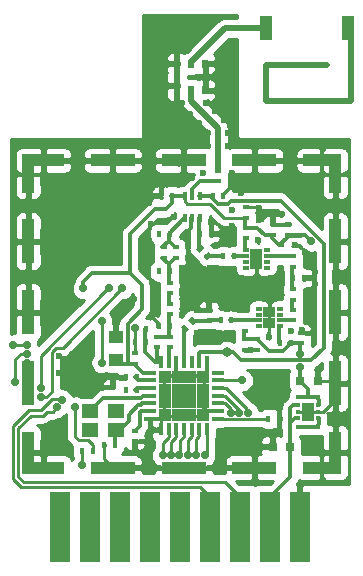
<source format=gbr>
G04 #@! TF.GenerationSoftware,KiCad,Pcbnew,(5.1.6)-1*
G04 #@! TF.CreationDate,2022-09-01T14:03:48+02:00*
G04 #@! TF.ProjectId,LoRa_Balloon,4c6f5261-5f42-4616-9c6c-6f6f6e2e6b69,2*
G04 #@! TF.SameCoordinates,Original*
G04 #@! TF.FileFunction,Copper,L1,Top*
G04 #@! TF.FilePolarity,Positive*
%FSLAX46Y46*%
G04 Gerber Fmt 4.6, Leading zero omitted, Abs format (unit mm)*
G04 Created by KiCad (PCBNEW (5.1.6)-1) date 2022-09-01 14:03:48*
%MOMM*%
%LPD*%
G01*
G04 APERTURE LIST*
G04 #@! TA.AperFunction,ComponentPad*
%ADD10C,0.600000*%
G04 #@! TD*
G04 #@! TA.AperFunction,SMDPad,CuDef*
%ADD11R,1.400000X1.150000*%
G04 #@! TD*
G04 #@! TA.AperFunction,SMDPad,CuDef*
%ADD12R,1.000000X3.570000*%
G04 #@! TD*
G04 #@! TA.AperFunction,SMDPad,CuDef*
%ADD13R,1.000000X3.800000*%
G04 #@! TD*
G04 #@! TA.AperFunction,SMDPad,CuDef*
%ADD14R,1.000000X3.240000*%
G04 #@! TD*
G04 #@! TA.AperFunction,SMDPad,CuDef*
%ADD15R,3.570000X1.000000*%
G04 #@! TD*
G04 #@! TA.AperFunction,SMDPad,CuDef*
%ADD16R,3.800000X1.000000*%
G04 #@! TD*
G04 #@! TA.AperFunction,SMDPad,CuDef*
%ADD17R,3.240000X1.000000*%
G04 #@! TD*
G04 #@! TA.AperFunction,SMDPad,CuDef*
%ADD18R,0.400000X0.600000*%
G04 #@! TD*
G04 #@! TA.AperFunction,SMDPad,CuDef*
%ADD19R,0.400000X0.650000*%
G04 #@! TD*
G04 #@! TA.AperFunction,SMDPad,CuDef*
%ADD20R,1.060000X0.880000*%
G04 #@! TD*
G04 #@! TA.AperFunction,SMDPad,CuDef*
%ADD21R,0.500000X0.300000*%
G04 #@! TD*
G04 #@! TA.AperFunction,SMDPad,CuDef*
%ADD22R,0.600000X1.500000*%
G04 #@! TD*
G04 #@! TA.AperFunction,SMDPad,CuDef*
%ADD23R,0.600000X0.750000*%
G04 #@! TD*
G04 #@! TA.AperFunction,SMDPad,CuDef*
%ADD24R,2.100000X0.350000*%
G04 #@! TD*
G04 #@! TA.AperFunction,SMDPad,CuDef*
%ADD25R,0.375000X0.350000*%
G04 #@! TD*
G04 #@! TA.AperFunction,SMDPad,CuDef*
%ADD26R,1.100000X1.500000*%
G04 #@! TD*
G04 #@! TA.AperFunction,SMDPad,CuDef*
%ADD27R,1.000000X2.000000*%
G04 #@! TD*
G04 #@! TA.AperFunction,SMDPad,CuDef*
%ADD28R,1.062500X1.062500*%
G04 #@! TD*
G04 #@! TA.AperFunction,SMDPad,CuDef*
%ADD29R,0.370000X1.000000*%
G04 #@! TD*
G04 #@! TA.AperFunction,SMDPad,CuDef*
%ADD30R,1.000000X0.370000*%
G04 #@! TD*
G04 #@! TA.AperFunction,SMDPad,CuDef*
%ADD31R,0.600000X0.400000*%
G04 #@! TD*
G04 #@! TA.AperFunction,SMDPad,CuDef*
%ADD32R,1.800000X6.000000*%
G04 #@! TD*
G04 #@! TA.AperFunction,SMDPad,CuDef*
%ADD33R,1.250000X1.000000*%
G04 #@! TD*
G04 #@! TA.AperFunction,SMDPad,CuDef*
%ADD34R,0.800000X0.750000*%
G04 #@! TD*
G04 #@! TA.AperFunction,SMDPad,CuDef*
%ADD35C,0.100000*%
G04 #@! TD*
G04 #@! TA.AperFunction,ViaPad*
%ADD36C,0.700000*%
G04 #@! TD*
G04 #@! TA.AperFunction,ViaPad*
%ADD37C,0.800000*%
G04 #@! TD*
G04 #@! TA.AperFunction,Conductor*
%ADD38C,0.500000*%
G04 #@! TD*
G04 #@! TA.AperFunction,Conductor*
%ADD39C,0.355547*%
G04 #@! TD*
G04 #@! TA.AperFunction,Conductor*
%ADD40C,0.250000*%
G04 #@! TD*
G04 #@! TA.AperFunction,Conductor*
%ADD41C,0.300000*%
G04 #@! TD*
G04 #@! TA.AperFunction,Conductor*
%ADD42C,0.400000*%
G04 #@! TD*
G04 #@! TA.AperFunction,Conductor*
%ADD43C,0.254000*%
G04 #@! TD*
G04 APERTURE END LIST*
D10*
X118520000Y-137080000D03*
X105130000Y-126000000D03*
X123400000Y-134560000D03*
X111100000Y-125690000D03*
X123630000Y-118510000D03*
X121680000Y-119030000D03*
X119440000Y-119490000D03*
X119440000Y-118170000D03*
X120210000Y-116710000D03*
X119420000Y-116070000D03*
X119420000Y-115060000D03*
X116970000Y-115060000D03*
X116050000Y-115470000D03*
X115180000Y-115960000D03*
X114170000Y-115980000D03*
X113170000Y-115980000D03*
X112390000Y-116620000D03*
X112390000Y-117620000D03*
X106220000Y-131940000D03*
X104780000Y-131940000D03*
X106220000Y-130500000D03*
X104780000Y-130500000D03*
D11*
X107409460Y-136786400D03*
X109609460Y-136786400D03*
X109609460Y-135186400D03*
X107409460Y-135186400D03*
D10*
X112990000Y-112740000D03*
X101630000Y-112740000D03*
X117180000Y-109110000D03*
X117950000Y-109820000D03*
X118720000Y-110590000D03*
X119050000Y-111650000D03*
X115170000Y-109110000D03*
X115820000Y-110040000D03*
X116620000Y-110840000D03*
D12*
X102144200Y-138707400D03*
D13*
X102144200Y-132822400D03*
X102144200Y-126822400D03*
X102144200Y-120822400D03*
D14*
X102144200Y-115102400D03*
D15*
X103429200Y-139992400D03*
D16*
X109314200Y-139992400D03*
X115314200Y-139992400D03*
X121314200Y-139992400D03*
D17*
X127034200Y-139992400D03*
D14*
X128154200Y-115102400D03*
D13*
X128154200Y-120822400D03*
X128154200Y-126822400D03*
X128154200Y-132822400D03*
D12*
X128154200Y-138707400D03*
D15*
X103429200Y-113982400D03*
D16*
X109314200Y-113982400D03*
X115314200Y-113982400D03*
X121314200Y-113982400D03*
D17*
X127034200Y-113982400D03*
D18*
X107610000Y-138610000D03*
X106710000Y-138610000D03*
D19*
X115405800Y-116987200D03*
X116705800Y-116987200D03*
X116055800Y-118887200D03*
X116055800Y-116987200D03*
X116705800Y-118887200D03*
X115405800Y-118887200D03*
D20*
X122562440Y-127718200D03*
X122562440Y-126838200D03*
D21*
X121662440Y-128028200D03*
X121662440Y-127528200D03*
X121662440Y-127028200D03*
X121662440Y-126528200D03*
X123462440Y-126528200D03*
X123462440Y-127028200D03*
X123462440Y-127528200D03*
X123462440Y-128028200D03*
D20*
X121476160Y-121886280D03*
X121476160Y-122766280D03*
D21*
X122376160Y-121576280D03*
X122376160Y-122076280D03*
X122376160Y-122576280D03*
X122376160Y-123076280D03*
X120576160Y-123076280D03*
X120576160Y-122576280D03*
X120576160Y-122076280D03*
X120576160Y-121576280D03*
D10*
X111900000Y-112740000D03*
D22*
X114750000Y-107650000D03*
D23*
X115950000Y-108025000D03*
X117150000Y-108025000D03*
X117150000Y-105775000D03*
X115950000Y-105775000D03*
X114750000Y-105775000D03*
D24*
X125850000Y-136535000D03*
X125850000Y-133985000D03*
D25*
X126712500Y-135810000D03*
X126712500Y-135260000D03*
X126712500Y-134710000D03*
X124987500Y-134710000D03*
X124987500Y-135260000D03*
X124987500Y-135810000D03*
D26*
X125850000Y-135260000D03*
D10*
X118300000Y-104900000D03*
X119100000Y-104150000D03*
X117800000Y-102250000D03*
X117000000Y-103000000D03*
X116250000Y-103750000D03*
X115500000Y-104500000D03*
X117420000Y-111640000D03*
D27*
X129250000Y-102800000D03*
X122250000Y-102800000D03*
D28*
X113750370Y-132309970D03*
X113750370Y-133372470D03*
X113750370Y-134434970D03*
X113750370Y-135497470D03*
X114812870Y-132309970D03*
X114812870Y-133372470D03*
X114812870Y-134434970D03*
X114812870Y-135497470D03*
X115875370Y-132309970D03*
X115875370Y-133372470D03*
X115875370Y-134434970D03*
X115875370Y-135497470D03*
X116937870Y-132309970D03*
X116937870Y-133372470D03*
X116937870Y-134434970D03*
X116937870Y-135497470D03*
D29*
X113394120Y-131053720D03*
X114044120Y-131053720D03*
X114694120Y-131053720D03*
X115344120Y-131053720D03*
X115994120Y-131053720D03*
X116644120Y-131053720D03*
X117294120Y-131053720D03*
D30*
X118194120Y-131953720D03*
X118194120Y-132603720D03*
X118194120Y-133253720D03*
X118194120Y-133903720D03*
X118194120Y-134553720D03*
X118194120Y-135203720D03*
X118194120Y-135853720D03*
D29*
X117294120Y-136753720D03*
X116644120Y-136753720D03*
X115994120Y-136753720D03*
X115344120Y-136753720D03*
X114694120Y-136753720D03*
X114044120Y-136753720D03*
X113394120Y-136753720D03*
D30*
X112494120Y-135853720D03*
X112494120Y-135203720D03*
X112494120Y-134553720D03*
X112494120Y-133903720D03*
X112494120Y-133253720D03*
X112494120Y-132603720D03*
X112494120Y-131953720D03*
D31*
X109290000Y-134090000D03*
X109290000Y-133190000D03*
D32*
X125160000Y-145000000D03*
X122620000Y-145000000D03*
X120080000Y-145000000D03*
X117540000Y-145000000D03*
X115000000Y-145000000D03*
X112460000Y-145000000D03*
X109920000Y-145000000D03*
X107380000Y-145000000D03*
X104840000Y-145000000D03*
D33*
X109573720Y-128906400D03*
X109573720Y-130906400D03*
D31*
X120571920Y-117931240D03*
X120571920Y-118831240D03*
X122878240Y-119397240D03*
X122878240Y-120297240D03*
X124173640Y-119397240D03*
X124173640Y-120297240D03*
D18*
X113421400Y-116987200D03*
X114321400Y-116987200D03*
D34*
X126680000Y-132620000D03*
X125180000Y-132620000D03*
X122840000Y-138210000D03*
X124340000Y-138210000D03*
D31*
X113627560Y-122235680D03*
X113627560Y-121335680D03*
D10*
X121034200Y-130030520D03*
X121680000Y-118030000D03*
X122610000Y-118480000D03*
X122562440Y-127718200D03*
X122562440Y-126838200D03*
X121476160Y-122766280D03*
X121476160Y-121886280D03*
X123462420Y-112763220D03*
X126772040Y-112768300D03*
X125674760Y-112763220D03*
X124559700Y-112768300D03*
X127960760Y-112760680D03*
X117419360Y-112760680D03*
X115207020Y-112760680D03*
X116304300Y-112765760D03*
X119045360Y-112758140D03*
X120142640Y-112763220D03*
X121257700Y-112758140D03*
X122354980Y-112763220D03*
X102750000Y-112740000D03*
X104320000Y-112740000D03*
X105390000Y-112740000D03*
X106460000Y-112740000D03*
X107540000Y-112740000D03*
X108630000Y-112740000D03*
X109710000Y-112740000D03*
X114114820Y-112760680D03*
X110800000Y-112740000D03*
X114914470Y-135497470D03*
X113851970Y-135497470D03*
X114914470Y-133372470D03*
X113851970Y-134434970D03*
X113851970Y-133372470D03*
X114914470Y-134434970D03*
X115976970Y-133372470D03*
X115976970Y-134434970D03*
X115976970Y-135497470D03*
X117039470Y-135497470D03*
X117039470Y-134434970D03*
X117039470Y-133372470D03*
X117039470Y-132309970D03*
X115976970Y-132309970D03*
X114914470Y-132309970D03*
X113851970Y-132309970D03*
X116406320Y-128625480D03*
X117414700Y-128478160D03*
X118433240Y-128592460D03*
X119482260Y-128561980D03*
X122575980Y-128887100D03*
X124384460Y-128434980D03*
X125319180Y-128361320D03*
X125649380Y-127253880D03*
X125641760Y-126207400D03*
X125634140Y-125168540D03*
X126408840Y-124475120D03*
X126408840Y-123428640D03*
X125641760Y-122727600D03*
X125611280Y-121711600D03*
X121590460Y-120715920D03*
X118570400Y-120098700D03*
X117633140Y-119169060D03*
X119517820Y-121053740D03*
X118125900Y-121135020D03*
X116568880Y-122821580D03*
X117572180Y-123126380D03*
X117534080Y-123931560D03*
X118976800Y-123159400D03*
X120226480Y-123972200D03*
X121466000Y-124099200D03*
X122713140Y-123944260D03*
X124729900Y-121157880D03*
X123683420Y-123570880D03*
X123589440Y-124612280D03*
X123553880Y-125656220D03*
X122400720Y-125679080D03*
X121333920Y-125648600D03*
X120701460Y-126603640D03*
X119703240Y-126514740D03*
X118692320Y-126499500D03*
X117993820Y-125755280D03*
X116970200Y-125740040D03*
X115568120Y-126098180D03*
X116436800Y-126603640D03*
X115159180Y-127025280D03*
X115176960Y-125173620D03*
X115169340Y-124157620D03*
X115171880Y-123126380D03*
X115712900Y-122247540D03*
X115702740Y-121193440D03*
X115532560Y-120197760D03*
X112611560Y-127068460D03*
X113114480Y-126189620D03*
X113099240Y-125186320D03*
X112634420Y-124264300D03*
X112316920Y-123306720D03*
X112606480Y-122333900D03*
X112609020Y-121317900D03*
X112337240Y-120327300D03*
X112573460Y-119351940D03*
X113571680Y-119176680D03*
X114498780Y-118762660D03*
D31*
X113094160Y-129801920D03*
X113094160Y-128901920D03*
D18*
X117611120Y-120187600D03*
X116711120Y-120187600D03*
D31*
X111219640Y-130306960D03*
X111219640Y-131206960D03*
G04 #@! TA.AperFunction,SMDPad,CuDef*
D35*
G36*
X117064673Y-121371649D02*
G01*
X116640409Y-121795913D01*
X116357567Y-121513071D01*
X116781831Y-121088807D01*
X117064673Y-121371649D01*
G37*
G04 #@! TD.AperFunction*
G04 #@! TA.AperFunction,SMDPad,CuDef*
G36*
X117701069Y-122008045D02*
G01*
X117276805Y-122432309D01*
X116993963Y-122149467D01*
X117418227Y-121725203D01*
X117701069Y-122008045D01*
G37*
G04 #@! TD.AperFunction*
D18*
X110436900Y-132354200D03*
X111336900Y-132354200D03*
X111223880Y-128280040D03*
X112123880Y-128280040D03*
X110441560Y-133410840D03*
X111341560Y-133410840D03*
X111223880Y-129357000D03*
X112123880Y-129357000D03*
X123400000Y-135860000D03*
X122500000Y-135860000D03*
D31*
X124610520Y-122081600D03*
X124610520Y-122981600D03*
D18*
X125510520Y-123926480D03*
X124610520Y-123926480D03*
D31*
X124610520Y-124886600D03*
X124610520Y-125786600D03*
X125276000Y-128564100D03*
X125276000Y-129464100D03*
D18*
X109510000Y-138030000D03*
X108610000Y-138030000D03*
D31*
X120513500Y-130030520D03*
X120513500Y-129130520D03*
D18*
X113245720Y-127954920D03*
X114145720Y-127954920D03*
D31*
X121524420Y-130030520D03*
X121524420Y-129130520D03*
X114145720Y-126999880D03*
X114145720Y-126099880D03*
X117447720Y-126630740D03*
X117447720Y-127530740D03*
D18*
X119360340Y-127528200D03*
X118460340Y-127528200D03*
X113238100Y-123380380D03*
X114138100Y-123380380D03*
D31*
X114674040Y-122235680D03*
X114674040Y-121335680D03*
D18*
X113256720Y-120182520D03*
X114156720Y-120182520D03*
X118664800Y-116987200D03*
X117764800Y-116987200D03*
D31*
X118230000Y-115750000D03*
X118230000Y-114850000D03*
D18*
X118674120Y-122077360D03*
X119574120Y-122077360D03*
D31*
X123528480Y-122077360D03*
X123528480Y-121177360D03*
X114145720Y-129804880D03*
X114145720Y-128904880D03*
X124610520Y-126629040D03*
X124610520Y-127529040D03*
G04 #@! TA.AperFunction,SMDPad,CuDef*
D35*
G36*
X115372949Y-127812885D02*
G01*
X115797213Y-128237149D01*
X115514371Y-128519991D01*
X115090107Y-128095727D01*
X115372949Y-127812885D01*
G37*
G04 #@! TD.AperFunction*
G04 #@! TA.AperFunction,SMDPad,CuDef*
G36*
X116009345Y-127176489D02*
G01*
X116433609Y-127600753D01*
X116150767Y-127883595D01*
X115726503Y-127459331D01*
X116009345Y-127176489D01*
G37*
G04 #@! TD.AperFunction*
D31*
X120513500Y-127527780D03*
X120513500Y-128427780D03*
X114145720Y-125240080D03*
X114145720Y-124340080D03*
X120571920Y-120583840D03*
X120571920Y-119683840D03*
X111191700Y-136857200D03*
X111191700Y-137757200D03*
D18*
X123464560Y-129463680D03*
X124364560Y-129463680D03*
D36*
X125850000Y-135260000D03*
X104840000Y-142440000D03*
X110030000Y-126700000D03*
X102090000Y-131170000D03*
X107940000Y-113920000D03*
X104600000Y-113910000D03*
X102430000Y-113930000D03*
X111240000Y-128170000D03*
X106830000Y-124820000D03*
X125180000Y-130340000D03*
X125180000Y-131470000D03*
X109573720Y-130997140D03*
X126110000Y-120800000D03*
D37*
X118956281Y-130203719D03*
D36*
X117540000Y-142500000D03*
X105020000Y-134260000D03*
X120080000Y-142500000D03*
X104580000Y-134890000D03*
X107380000Y-142500000D03*
X106710000Y-139800000D03*
X113530000Y-138930000D03*
X114240000Y-138930000D03*
X114950000Y-138930000D03*
X115660000Y-138930000D03*
X116380000Y-138930000D03*
X117090000Y-138940000D03*
X109920000Y-142500000D03*
X119290000Y-135340000D03*
X112460000Y-142500000D03*
X120030000Y-135340000D03*
X115000000Y-142500000D03*
X120770000Y-135340000D03*
X120290000Y-132600000D03*
X102040000Y-130360000D03*
X101080000Y-132700000D03*
X102040000Y-129600000D03*
X100850000Y-129600000D03*
X106140000Y-134860000D03*
X108390000Y-131110000D03*
X108390000Y-127580000D03*
X110130000Y-124820000D03*
X103200000Y-134030000D03*
X109030000Y-124820000D03*
X103200000Y-133280000D03*
D38*
X122328580Y-108926260D02*
X129428580Y-108926260D01*
X122328580Y-105926260D02*
X127428580Y-105926260D01*
X122328580Y-108926260D02*
X122328580Y-105926260D01*
X129500000Y-102050000D02*
X129500000Y-108926260D01*
D39*
X116604200Y-118887200D02*
X116604200Y-120182280D01*
X116609520Y-120187600D02*
X116609520Y-121442360D01*
D40*
X115314200Y-139992400D02*
X115314200Y-139992400D01*
D41*
X114913200Y-114383400D02*
X115314200Y-113982400D01*
X110609800Y-114278000D02*
X110270900Y-113939100D01*
X115954200Y-119674520D02*
X115954200Y-118887200D01*
X115430960Y-120197760D02*
X115954200Y-119674520D01*
X113144120Y-127702620D02*
X112509960Y-127068460D01*
X113144120Y-127954920D02*
X113144120Y-127702620D01*
X114694120Y-132191220D02*
X114812870Y-132309970D01*
X114694120Y-131053720D02*
X114694120Y-132191220D01*
X117294120Y-131953720D02*
X116937870Y-132309970D01*
X117294120Y-131053720D02*
X117294120Y-131953720D01*
X116937870Y-134859234D02*
X116937870Y-134434970D01*
X117282356Y-135203720D02*
X116937870Y-134859234D01*
X118194120Y-135203720D02*
X117282356Y-135203720D01*
X113394120Y-135853720D02*
X113750370Y-135497470D01*
X112494120Y-135853720D02*
X113394120Y-135853720D01*
X120411900Y-130030520D02*
X120932600Y-130030520D01*
X121422820Y-130030520D02*
X120932600Y-130030520D01*
D40*
X113394120Y-135955320D02*
X113851970Y-135497470D01*
X113394120Y-136753720D02*
X113394120Y-135955320D01*
D41*
X121314200Y-139992400D02*
X121314200Y-139992400D01*
X109314200Y-139992400D02*
X109314200Y-139992400D01*
X127034200Y-139992400D02*
X127034200Y-139992400D01*
X115314200Y-113982400D02*
X115314200Y-113982400D01*
X110270900Y-113939100D02*
X110254200Y-113922400D01*
D40*
X121581240Y-117931240D02*
X121680000Y-118030000D01*
X120571920Y-117931240D02*
X121581240Y-117931240D01*
X111223880Y-129357000D02*
X111223880Y-128280040D01*
X111219640Y-129361240D02*
X111223880Y-129357000D01*
X111219640Y-130306960D02*
X111219640Y-129361240D01*
X108610000Y-139288200D02*
X108610000Y-138030000D01*
X109314200Y-139992400D02*
X108610000Y-139288200D01*
X124987500Y-135260000D02*
X125850000Y-135260000D01*
X126712500Y-135260000D02*
X125850000Y-135260000D01*
X128154200Y-134255800D02*
X128154200Y-132822400D01*
X127150000Y-135260000D02*
X128154200Y-134255800D01*
X126712500Y-135260000D02*
X127150000Y-135260000D01*
X127951800Y-132620000D02*
X128154200Y-132822400D01*
X126680000Y-132620000D02*
X127951800Y-132620000D01*
X118664800Y-116825200D02*
X119420000Y-116070000D01*
X118664800Y-116987200D02*
X118664800Y-116825200D01*
D39*
X117245916Y-122078756D02*
X118571124Y-122078756D01*
D41*
X111864800Y-131953720D02*
X111118040Y-131206960D01*
X112494120Y-131953720D02*
X111864800Y-131953720D01*
X115304200Y-116987200D02*
X114219800Y-116987200D01*
X120411900Y-128427780D02*
X120411900Y-129130520D01*
X120411900Y-129130520D02*
X121422820Y-129130520D01*
X120470320Y-119683840D02*
X121170320Y-119683840D01*
X120470320Y-118831240D02*
X120470320Y-119683840D01*
X124072040Y-120532200D02*
X123426880Y-121177360D01*
X124072040Y-120297240D02*
X124072040Y-120532200D01*
X121563240Y-119683840D02*
X121170320Y-119683840D01*
X122176640Y-120297240D02*
X121563240Y-119683840D01*
X122776640Y-120297240D02*
X122176640Y-120297240D01*
X122776640Y-120527120D02*
X123426880Y-121177360D01*
X122776640Y-120297240D02*
X122776640Y-120527120D01*
X124262960Y-129563680D02*
X124262960Y-129463680D01*
X123712959Y-130113681D02*
X124262960Y-129563680D01*
X122505981Y-130113681D02*
X123712959Y-130113681D01*
X121522820Y-129130520D02*
X122505981Y-130113681D01*
X121422820Y-129130520D02*
X121522820Y-129130520D01*
X109772680Y-131206960D02*
X109562860Y-130997140D01*
X110262900Y-131206960D02*
X109772680Y-131206960D01*
D42*
X124072040Y-120297240D02*
X125131322Y-120297240D01*
D41*
X124263380Y-129464100D02*
X124262960Y-129463680D01*
X125174400Y-129464100D02*
X124263380Y-129464100D01*
D40*
X115405800Y-117447202D02*
X115405800Y-116987200D01*
X115595799Y-117637201D02*
X115405800Y-117447202D01*
X117541436Y-117637201D02*
X115595799Y-117637201D01*
X118735475Y-118831240D02*
X117541436Y-117637201D01*
X120571920Y-118831240D02*
X118735475Y-118831240D01*
D41*
X126750001Y-134229999D02*
X126750001Y-134710000D01*
X125850000Y-133985000D02*
X126505002Y-133985000D01*
X126505002Y-133985000D02*
X126750001Y-134229999D01*
X125850000Y-133290000D02*
X125180000Y-132620000D01*
X125850000Y-133985000D02*
X125850000Y-133290000D01*
X125180000Y-131470000D02*
X125180000Y-132620000D01*
X125180000Y-129560100D02*
X125276000Y-129464100D01*
X125180000Y-130340000D02*
X125180000Y-129560100D01*
X109562860Y-130997140D02*
X109472120Y-130906400D01*
X110603040Y-131206960D02*
X111118040Y-131206960D01*
X110262900Y-131206960D02*
X110603040Y-131206960D01*
X106830000Y-124230000D02*
X106830000Y-124820000D01*
X107550000Y-123510000D02*
X106830000Y-124230000D01*
X110780000Y-123510000D02*
X107550000Y-123510000D01*
X110569639Y-131173559D02*
X110569639Y-127804279D01*
X111790000Y-124520000D02*
X110780000Y-123510000D01*
X110603040Y-131206960D02*
X110569639Y-131173559D01*
X110569639Y-127804279D02*
X111790000Y-126583918D01*
X111790000Y-126583918D02*
X111790000Y-124520000D01*
X110780000Y-120183398D02*
X112850739Y-118112659D01*
X110780000Y-123510000D02*
X110780000Y-120183398D01*
X114321400Y-117587200D02*
X114321400Y-116987200D01*
X113795941Y-118112659D02*
X114321400Y-117587200D01*
X112850739Y-118112659D02*
X113795941Y-118112659D01*
X125607240Y-120297240D02*
X126110000Y-120800000D01*
X125131322Y-120297240D02*
X125607240Y-120297240D01*
X111484820Y-132603720D02*
X111235300Y-132354200D01*
X112494120Y-132603720D02*
X111484820Y-132603720D01*
X112022280Y-128280040D02*
X112022280Y-129357000D01*
X112022280Y-130166880D02*
X112909120Y-131053720D01*
X112022280Y-129357000D02*
X112022280Y-130166880D01*
X113094160Y-131053280D02*
X113093720Y-131053720D01*
X113094160Y-129801920D02*
X113094160Y-131053280D01*
X113093720Y-131053720D02*
X113394120Y-131053720D01*
X112909120Y-131053720D02*
X113093720Y-131053720D01*
X111397080Y-133253720D02*
X111239960Y-133410840D01*
X112494120Y-133253720D02*
X111397080Y-133253720D01*
D39*
X124508920Y-122981600D02*
X124508920Y-123926480D01*
X124508920Y-123926480D02*
X124508920Y-124886600D01*
D41*
X123425800Y-122076280D02*
X123426880Y-122077360D01*
X122274560Y-122076280D02*
X123425800Y-122076280D01*
D39*
X122855636Y-122077360D02*
X122854556Y-122076280D01*
X123426880Y-122077360D02*
X122855636Y-122077360D01*
X124504680Y-122077360D02*
X124508920Y-122081600D01*
X123426880Y-122077360D02*
X124504680Y-122077360D01*
X124508920Y-125786600D02*
X124508920Y-126629040D01*
D41*
X111739159Y-134060841D02*
X109319159Y-134060841D01*
X111896280Y-133903720D02*
X111739159Y-134060841D01*
X109319159Y-134060841D02*
X109290000Y-134090000D01*
X112494120Y-133903720D02*
X111896280Y-133903720D01*
X108505860Y-134090000D02*
X109290000Y-134090000D01*
X107409460Y-135186400D02*
X108505860Y-134090000D01*
X109510000Y-136885860D02*
X109609460Y-136786400D01*
X109510000Y-138030000D02*
X109510000Y-136885860D01*
X112494120Y-134553720D02*
X111829118Y-134553720D01*
X109914462Y-136786400D02*
X109609460Y-136786400D01*
X110659461Y-136041401D02*
X109914462Y-136786400D01*
X110659461Y-135531259D02*
X110659461Y-136041401D01*
X111487010Y-134703710D02*
X110659461Y-135531259D01*
X111679128Y-134703710D02*
X111487010Y-134703710D01*
X111829118Y-134553720D02*
X111679128Y-134703710D01*
D39*
X114041160Y-128901920D02*
X114044120Y-128904880D01*
X112992560Y-128901920D02*
X114041160Y-128901920D01*
X114044120Y-128904880D02*
X114044120Y-127954920D01*
X114044120Y-127954920D02*
X114044120Y-126999880D01*
X114044120Y-126099880D02*
X114044120Y-125240080D01*
X117348660Y-127528200D02*
X117346120Y-127530740D01*
X118358740Y-127528200D02*
X117348660Y-127528200D01*
X115979154Y-127530740D02*
X115978456Y-127530042D01*
X117346120Y-127530740D02*
X115979154Y-127530740D01*
D41*
X120412320Y-127528200D02*
X120411900Y-127527780D01*
X121560840Y-127528200D02*
X120412320Y-127528200D01*
D39*
X120980424Y-127527780D02*
X120980844Y-127528200D01*
X120411900Y-127527780D02*
X120980424Y-127527780D01*
X119259160Y-127527780D02*
X119258740Y-127528200D01*
X120411900Y-127527780D02*
X119259160Y-127527780D01*
X114044120Y-123388000D02*
X114036500Y-123380380D01*
X114044120Y-124340080D02*
X114044120Y-123388000D01*
X114036500Y-122746220D02*
X113525960Y-122235680D01*
X114036500Y-123380380D02*
X114036500Y-122746220D01*
X114036500Y-122771620D02*
X114572440Y-122235680D01*
X114036500Y-123380380D02*
X114036500Y-122771620D01*
X115304200Y-118933440D02*
X114055120Y-120182520D01*
D40*
X115304200Y-118887200D02*
X115304200Y-118933440D01*
D39*
X114055120Y-120806520D02*
X114055120Y-120182520D01*
X113525960Y-121335680D02*
X114055120Y-120806520D01*
X114572440Y-121323840D02*
X114055120Y-120806520D01*
X114572440Y-121335680D02*
X114572440Y-121323840D01*
D41*
X117663200Y-117087200D02*
X117663200Y-116987200D01*
X118213201Y-117637201D02*
X117663200Y-117087200D01*
X120167599Y-130916221D02*
X126089321Y-130916221D01*
X119455097Y-130203719D02*
X120167599Y-130916221D01*
X119299163Y-117381239D02*
X119043201Y-117637201D01*
X116694121Y-130203719D02*
X118956281Y-130203719D01*
X116644120Y-131053720D02*
X116644120Y-130253720D01*
X119043201Y-117637201D02*
X118213201Y-117637201D01*
X117663200Y-116987200D02*
X116604200Y-116987200D01*
X116644120Y-130253720D02*
X116694121Y-130203719D01*
X126089321Y-130916221D02*
X127186080Y-129819462D01*
X127186080Y-129819462D02*
X127186080Y-121041366D01*
X127186080Y-121041366D02*
X123525953Y-117381239D01*
X123525953Y-117381239D02*
X119299163Y-117381239D01*
X118956281Y-130203719D02*
X119455097Y-130203719D01*
D39*
X116055800Y-116432204D02*
X116055800Y-116987200D01*
X116738004Y-115750000D02*
X116055800Y-116432204D01*
X118230000Y-115750000D02*
X116738004Y-115750000D01*
D40*
X104925692Y-134165692D02*
X105020000Y-134260000D01*
X104195692Y-134165692D02*
X104925692Y-134165692D01*
X100869190Y-140938802D02*
X100869190Y-140762004D01*
X103231384Y-135130000D02*
X104195692Y-134165692D01*
X100869190Y-140762004D02*
X100866789Y-140759603D01*
X116689990Y-141649990D02*
X101580377Y-141649989D01*
X101580377Y-141649989D02*
X100869190Y-140938802D01*
X117540000Y-142500000D02*
X116689990Y-141649990D01*
X100866789Y-140383211D02*
X100869189Y-140380811D01*
X102215188Y-135130000D02*
X103231384Y-135130000D01*
X100866789Y-140759603D02*
X100866789Y-140383211D01*
X100869189Y-140380811D02*
X100869190Y-136475998D01*
X100869190Y-136475998D02*
X102215188Y-135130000D01*
X104220000Y-135250000D02*
X104580000Y-134890000D01*
X103747794Y-135250000D02*
X104220000Y-135250000D01*
X102401588Y-135580010D02*
X103417785Y-135580009D01*
X103417785Y-135580009D02*
X103747794Y-135250000D01*
X120080000Y-142500000D02*
X118779980Y-141199980D01*
X101766778Y-141199980D02*
X101319199Y-140752401D01*
X118779980Y-141199980D02*
X101766778Y-141199980D01*
X101319199Y-140752401D02*
X101319199Y-136662399D01*
X101319199Y-136662399D02*
X102401588Y-135580010D01*
D39*
X119472520Y-122077360D02*
X119893484Y-122077360D01*
D41*
X119894564Y-122076280D02*
X119893484Y-122077360D01*
X120474560Y-122076280D02*
X119894564Y-122076280D01*
D39*
X114044120Y-129906480D02*
X114044120Y-131053720D01*
X114145720Y-129804880D02*
X114044120Y-129906480D01*
D41*
X124508080Y-127528200D02*
X124508920Y-127529040D01*
X123360840Y-127528200D02*
X124508080Y-127528200D01*
D39*
X123941676Y-127529040D02*
X123940836Y-127528200D01*
X124508920Y-127529040D02*
X123941676Y-127529040D01*
X115342060Y-131051660D02*
X115344120Y-131053720D01*
X115342060Y-128166438D02*
X115342060Y-131051660D01*
D41*
X120474560Y-120588080D02*
X120470320Y-120583840D01*
X120474560Y-121576280D02*
X120474560Y-120588080D01*
X123362960Y-128030320D02*
X123360840Y-128028200D01*
X123362960Y-129463680D02*
X123362960Y-128030320D01*
D40*
X106710000Y-138610000D02*
X106710000Y-139800000D01*
X113530000Y-138930000D02*
X113530000Y-137883081D01*
X114044120Y-137368961D02*
X114044120Y-136753720D01*
X113530000Y-137883081D02*
X114044120Y-137368961D01*
X114694120Y-137355371D02*
X114694120Y-136753720D01*
X114240000Y-138930000D02*
X114240000Y-137809491D01*
X114240000Y-137809491D02*
X114694120Y-137355371D01*
X115344120Y-137341781D02*
X115344120Y-136753720D01*
X114984999Y-137700902D02*
X115344120Y-137341781D01*
X114984999Y-138925001D02*
X114984999Y-137700902D01*
X114980000Y-138930000D02*
X114984999Y-138925001D01*
X114950000Y-138930000D02*
X114980000Y-138930000D01*
X115670000Y-138930000D02*
X115704999Y-138895001D01*
X116030000Y-136789600D02*
X115994120Y-136753720D01*
X115660000Y-138930000D02*
X115670000Y-138930000D01*
X115704999Y-138895001D02*
X115704999Y-137617312D01*
X115704999Y-137617312D02*
X116030000Y-137292311D01*
X116030000Y-137292311D02*
X116030000Y-136789600D01*
X116644120Y-137314601D02*
X116644120Y-136753720D01*
X116380000Y-137578721D02*
X116644120Y-137314601D01*
X116380000Y-138930000D02*
X116380000Y-137578721D01*
X117294120Y-138735880D02*
X117294120Y-136753720D01*
X117090000Y-138940000D02*
X117294120Y-138735880D01*
X119290000Y-135029598D02*
X119290000Y-135340000D01*
X118814122Y-134553720D02*
X119290000Y-135029598D01*
X118194120Y-134553720D02*
X118814122Y-134553720D01*
X120030000Y-135119598D02*
X120030000Y-135340000D01*
X118814122Y-133903720D02*
X120030000Y-135119598D01*
X118194120Y-133903720D02*
X118814122Y-133903720D01*
X120705001Y-135275001D02*
X120770000Y-135340000D01*
X120705001Y-135015999D02*
X120705001Y-135275001D01*
X118194120Y-133253720D02*
X118942722Y-133253720D01*
X118942722Y-133253720D02*
X120705001Y-135015999D01*
X118194120Y-132603720D02*
X120286280Y-132603720D01*
X111190100Y-136857200D02*
X111090100Y-136857200D01*
D41*
X111694120Y-135203720D02*
X111600000Y-135297840D01*
X112494120Y-135203720D02*
X111694120Y-135203720D01*
X111600000Y-136448900D02*
X111191700Y-136857200D01*
X111600000Y-135297840D02*
X111600000Y-136448900D01*
D38*
X115950000Y-105775000D02*
X115950000Y-105650000D01*
X118800000Y-102800000D02*
X122250000Y-102800000D01*
X115950000Y-105650000D02*
X118800000Y-102800000D01*
X118230000Y-114815359D02*
X118230000Y-111245359D01*
X115950000Y-108965359D02*
X115950000Y-108025000D01*
X118230000Y-111245359D02*
X115950000Y-108965359D01*
D40*
X122493720Y-135853720D02*
X122500000Y-135860000D01*
X118194120Y-135853720D02*
X122493720Y-135853720D01*
D39*
X124340000Y-140780000D02*
X124340000Y-138210000D01*
X122620000Y-142500000D02*
X124340000Y-140780000D01*
D41*
X124719998Y-135810000D02*
X124949999Y-135810000D01*
X124340000Y-138210000D02*
X124340000Y-136189998D01*
X124340000Y-136189998D02*
X124719998Y-135810000D01*
X124544998Y-134710000D02*
X124949999Y-134710000D01*
X124340000Y-136189998D02*
X124340000Y-134914998D01*
X124340000Y-134914998D02*
X124544998Y-134710000D01*
D40*
X101080000Y-130825026D02*
X101080000Y-132700000D01*
X101545026Y-130360000D02*
X101080000Y-130825026D01*
X102040000Y-130360000D02*
X101545026Y-130360000D01*
X100850000Y-129600000D02*
X102040000Y-129600000D01*
X106449459Y-137686401D02*
X106140000Y-137376942D01*
X106140000Y-137376942D02*
X106140000Y-134860000D01*
X107236401Y-137686401D02*
X106449459Y-137686401D01*
X107610000Y-138060000D02*
X107236401Y-137686401D01*
X107610000Y-138610000D02*
X107610000Y-138060000D01*
X108390000Y-131110000D02*
X108390000Y-127580000D01*
D41*
X126750001Y-136290001D02*
X126750001Y-135810000D01*
X125850000Y-136535000D02*
X126505002Y-136535000D01*
X126505002Y-136535000D02*
X126750001Y-136290001D01*
D40*
X104154999Y-130199999D02*
X104479999Y-129874999D01*
X104154999Y-133569975D02*
X104154999Y-130199999D01*
X103200000Y-134030000D02*
X103694974Y-134030000D01*
X103694974Y-134030000D02*
X104154999Y-133569975D01*
X105075001Y-129874999D02*
X110130000Y-124820000D01*
X104479999Y-129874999D02*
X105075001Y-129874999D01*
X108898588Y-124820000D02*
X109030000Y-124820000D01*
X103200000Y-130518588D02*
X108898588Y-124820000D01*
X103200000Y-133280000D02*
X103200000Y-130518588D01*
D43*
G36*
X119873000Y-112000000D02*
G01*
X119875440Y-112024776D01*
X119882667Y-112048601D01*
X119894403Y-112070557D01*
X119910197Y-112089803D01*
X119929443Y-112105597D01*
X119951399Y-112117333D01*
X119975224Y-112124560D01*
X120000000Y-112127000D01*
X129340000Y-112127000D01*
X129340001Y-141340000D01*
X126082419Y-141340000D01*
X126050000Y-141336807D01*
X126017581Y-141340000D01*
X125920617Y-141349550D01*
X125876792Y-141362844D01*
X125445750Y-141365000D01*
X125287000Y-141523750D01*
X125287000Y-144873000D01*
X125307000Y-144873000D01*
X125307000Y-145127000D01*
X125287000Y-145127000D01*
X125287000Y-145147000D01*
X125033000Y-145147000D01*
X125033000Y-145127000D01*
X125013000Y-145127000D01*
X125013000Y-144873000D01*
X125033000Y-144873000D01*
X125033000Y-141523750D01*
X124889624Y-141380374D01*
X124917498Y-141357498D01*
X125019065Y-141233737D01*
X125094537Y-141092539D01*
X125107845Y-141048668D01*
X125170020Y-141081902D01*
X125289718Y-141118212D01*
X125414200Y-141130472D01*
X126748450Y-141127400D01*
X126907200Y-140968650D01*
X126907200Y-140492400D01*
X127016128Y-140492400D01*
X127028388Y-140616882D01*
X127064698Y-140736580D01*
X127123663Y-140846894D01*
X127161200Y-140892633D01*
X127161200Y-140968650D01*
X127319950Y-141127400D01*
X127630263Y-141128114D01*
X127654200Y-141130472D01*
X127792560Y-141128488D01*
X128654200Y-141130472D01*
X128778682Y-141118212D01*
X128898380Y-141081902D01*
X129008694Y-141022937D01*
X129105385Y-140943585D01*
X129184737Y-140846894D01*
X129243702Y-140736580D01*
X129280012Y-140616882D01*
X129292272Y-140492400D01*
X129290479Y-139617436D01*
X129292272Y-139492400D01*
X129290179Y-139471153D01*
X129289200Y-138993150D01*
X129130450Y-138834400D01*
X128281200Y-138834400D01*
X128281200Y-138854400D01*
X128027200Y-138854400D01*
X128027200Y-138834400D01*
X127177950Y-138834400D01*
X127019200Y-138993150D01*
X127016128Y-140492400D01*
X126907200Y-140492400D01*
X126907200Y-140119400D01*
X126887200Y-140119400D01*
X126887200Y-139865400D01*
X126907200Y-139865400D01*
X126907200Y-139016150D01*
X126748450Y-138857400D01*
X125414200Y-138854328D01*
X125310606Y-138864531D01*
X125329502Y-138829180D01*
X125365812Y-138709482D01*
X125378072Y-138585000D01*
X125378072Y-137835000D01*
X125365812Y-137710518D01*
X125329502Y-137590820D01*
X125270537Y-137480506D01*
X125191185Y-137383815D01*
X125147632Y-137348072D01*
X126900000Y-137348072D01*
X127016977Y-137336551D01*
X127019200Y-138421650D01*
X127177950Y-138580400D01*
X128027200Y-138580400D01*
X128027200Y-136446150D01*
X128281200Y-136446150D01*
X128281200Y-138580400D01*
X129130450Y-138580400D01*
X129289200Y-138421650D01*
X129292272Y-136922400D01*
X129280012Y-136797918D01*
X129243702Y-136678220D01*
X129184737Y-136567906D01*
X129105385Y-136471215D01*
X129008694Y-136391863D01*
X128898380Y-136332898D01*
X128778682Y-136296588D01*
X128654200Y-136284328D01*
X128439950Y-136287400D01*
X128281200Y-136446150D01*
X128027200Y-136446150D01*
X127868450Y-136287400D01*
X127654200Y-136284328D01*
X127538232Y-136295749D01*
X127538798Y-136290001D01*
X127535001Y-136251445D01*
X127535001Y-136016181D01*
X127538072Y-135985000D01*
X127538072Y-135635000D01*
X127527604Y-135528711D01*
X127535000Y-135466750D01*
X127502753Y-135434503D01*
X127489502Y-135390820D01*
X127487461Y-135387002D01*
X127535000Y-135387002D01*
X127535000Y-135348732D01*
X127654200Y-135360472D01*
X127868450Y-135357400D01*
X128027200Y-135198650D01*
X128027200Y-132949400D01*
X128281200Y-132949400D01*
X128281200Y-135198650D01*
X128439950Y-135357400D01*
X128654200Y-135360472D01*
X128778682Y-135348212D01*
X128898380Y-135311902D01*
X129008694Y-135252937D01*
X129105385Y-135173585D01*
X129184737Y-135076894D01*
X129243702Y-134966580D01*
X129280012Y-134846882D01*
X129292272Y-134722400D01*
X129289200Y-133108150D01*
X129130450Y-132949400D01*
X128281200Y-132949400D01*
X128027200Y-132949400D01*
X128007200Y-132949400D01*
X128007200Y-132695400D01*
X128027200Y-132695400D01*
X128027200Y-130446150D01*
X128281200Y-130446150D01*
X128281200Y-132695400D01*
X129130450Y-132695400D01*
X129289200Y-132536650D01*
X129292272Y-130922400D01*
X129280012Y-130797918D01*
X129243702Y-130678220D01*
X129184737Y-130567906D01*
X129105385Y-130471215D01*
X129008694Y-130391863D01*
X128898380Y-130332898D01*
X128778682Y-130296588D01*
X128654200Y-130284328D01*
X128439950Y-130287400D01*
X128281200Y-130446150D01*
X128027200Y-130446150D01*
X127868450Y-130287400D01*
X127818155Y-130286679D01*
X127841942Y-130257695D01*
X127914834Y-130121322D01*
X127952143Y-129998332D01*
X127959721Y-129973350D01*
X127963947Y-129930443D01*
X127971080Y-129858023D01*
X127971080Y-129858016D01*
X127974877Y-129819463D01*
X127971080Y-129780910D01*
X127971080Y-129254770D01*
X128027200Y-129198650D01*
X128027200Y-126949400D01*
X128281200Y-126949400D01*
X128281200Y-129198650D01*
X128439950Y-129357400D01*
X128654200Y-129360472D01*
X128778682Y-129348212D01*
X128898380Y-129311902D01*
X129008694Y-129252937D01*
X129105385Y-129173585D01*
X129184737Y-129076894D01*
X129243702Y-128966580D01*
X129280012Y-128846882D01*
X129292272Y-128722400D01*
X129289200Y-127108150D01*
X129130450Y-126949400D01*
X128281200Y-126949400D01*
X128027200Y-126949400D01*
X128007200Y-126949400D01*
X128007200Y-126695400D01*
X128027200Y-126695400D01*
X128027200Y-124446150D01*
X128281200Y-124446150D01*
X128281200Y-126695400D01*
X129130450Y-126695400D01*
X129289200Y-126536650D01*
X129292272Y-124922400D01*
X129280012Y-124797918D01*
X129243702Y-124678220D01*
X129184737Y-124567906D01*
X129105385Y-124471215D01*
X129008694Y-124391863D01*
X128898380Y-124332898D01*
X128778682Y-124296588D01*
X128654200Y-124284328D01*
X128439950Y-124287400D01*
X128281200Y-124446150D01*
X128027200Y-124446150D01*
X127971080Y-124390030D01*
X127971080Y-123254770D01*
X128027200Y-123198650D01*
X128027200Y-120949400D01*
X128281200Y-120949400D01*
X128281200Y-123198650D01*
X128439950Y-123357400D01*
X128654200Y-123360472D01*
X128778682Y-123348212D01*
X128898380Y-123311902D01*
X129008694Y-123252937D01*
X129105385Y-123173585D01*
X129184737Y-123076894D01*
X129243702Y-122966580D01*
X129280012Y-122846882D01*
X129292272Y-122722400D01*
X129289200Y-121108150D01*
X129130450Y-120949400D01*
X128281200Y-120949400D01*
X128027200Y-120949400D01*
X128007200Y-120949400D01*
X128007200Y-120695400D01*
X128027200Y-120695400D01*
X128027200Y-118446150D01*
X128281200Y-118446150D01*
X128281200Y-120695400D01*
X129130450Y-120695400D01*
X129289200Y-120536650D01*
X129292272Y-118922400D01*
X129280012Y-118797918D01*
X129243702Y-118678220D01*
X129184737Y-118567906D01*
X129105385Y-118471215D01*
X129008694Y-118391863D01*
X128898380Y-118332898D01*
X128778682Y-118296588D01*
X128654200Y-118284328D01*
X128439950Y-118287400D01*
X128281200Y-118446150D01*
X128027200Y-118446150D01*
X127868450Y-118287400D01*
X127654200Y-118284328D01*
X127529718Y-118296588D01*
X127410020Y-118332898D01*
X127299706Y-118391863D01*
X127203015Y-118471215D01*
X127123663Y-118567906D01*
X127064698Y-118678220D01*
X127028388Y-118797918D01*
X127016128Y-118922400D01*
X127017727Y-119762856D01*
X124108300Y-116853429D01*
X124083717Y-116823475D01*
X123964186Y-116725377D01*
X123958617Y-116722400D01*
X127016128Y-116722400D01*
X127028388Y-116846882D01*
X127064698Y-116966580D01*
X127123663Y-117076894D01*
X127203015Y-117173585D01*
X127299706Y-117252937D01*
X127410020Y-117311902D01*
X127529718Y-117348212D01*
X127654200Y-117360472D01*
X127868450Y-117357400D01*
X128027200Y-117198650D01*
X128027200Y-115229400D01*
X128281200Y-115229400D01*
X128281200Y-117198650D01*
X128439950Y-117357400D01*
X128654200Y-117360472D01*
X128778682Y-117348212D01*
X128898380Y-117311902D01*
X129008694Y-117252937D01*
X129105385Y-117173585D01*
X129184737Y-117076894D01*
X129243702Y-116966580D01*
X129280012Y-116846882D01*
X129292272Y-116722400D01*
X129289200Y-115388150D01*
X129130450Y-115229400D01*
X128281200Y-115229400D01*
X128027200Y-115229400D01*
X127177950Y-115229400D01*
X127019200Y-115388150D01*
X127016128Y-116722400D01*
X123958617Y-116722400D01*
X123827813Y-116652485D01*
X123679840Y-116607598D01*
X123564514Y-116596239D01*
X123564506Y-116596239D01*
X123525953Y-116592442D01*
X123487400Y-116596239D01*
X119494483Y-116596239D01*
X119493604Y-116578843D01*
X119460382Y-116458251D01*
X119404273Y-116346458D01*
X119327431Y-116247759D01*
X119232812Y-116165948D01*
X119143462Y-116115195D01*
X119155812Y-116074482D01*
X119168072Y-115950000D01*
X119168072Y-115550000D01*
X119155812Y-115425518D01*
X119119502Y-115305820D01*
X119116391Y-115300000D01*
X119119502Y-115294180D01*
X119155812Y-115174482D01*
X119166120Y-115069817D01*
X119170020Y-115071902D01*
X119289718Y-115108212D01*
X119414200Y-115120472D01*
X121028450Y-115117400D01*
X121187200Y-114958650D01*
X121187200Y-114109400D01*
X121441200Y-114109400D01*
X121441200Y-114958650D01*
X121599950Y-115117400D01*
X123214200Y-115120472D01*
X123338682Y-115108212D01*
X123458380Y-115071902D01*
X123568694Y-115012937D01*
X123665385Y-114933585D01*
X123744737Y-114836894D01*
X123803702Y-114726580D01*
X123840012Y-114606882D01*
X123852272Y-114482400D01*
X124776128Y-114482400D01*
X124788388Y-114606882D01*
X124824698Y-114726580D01*
X124883663Y-114836894D01*
X124963015Y-114933585D01*
X125059706Y-115012937D01*
X125170020Y-115071902D01*
X125289718Y-115108212D01*
X125414200Y-115120472D01*
X126748450Y-115117400D01*
X126907200Y-114958650D01*
X126907200Y-114109400D01*
X124937950Y-114109400D01*
X124779200Y-114268150D01*
X124776128Y-114482400D01*
X123852272Y-114482400D01*
X123849200Y-114268150D01*
X123690450Y-114109400D01*
X121441200Y-114109400D01*
X121187200Y-114109400D01*
X121167200Y-114109400D01*
X121167200Y-113855400D01*
X121187200Y-113855400D01*
X121187200Y-113006150D01*
X121441200Y-113006150D01*
X121441200Y-113855400D01*
X123690450Y-113855400D01*
X123849200Y-113696650D01*
X123852272Y-113482400D01*
X124776128Y-113482400D01*
X124779200Y-113696650D01*
X124937950Y-113855400D01*
X126907200Y-113855400D01*
X126907200Y-113482400D01*
X127016128Y-113482400D01*
X127019200Y-114816650D01*
X127319950Y-115117400D01*
X128654200Y-115120472D01*
X128778682Y-115108212D01*
X128898380Y-115071902D01*
X129008694Y-115012937D01*
X129054433Y-114975400D01*
X129130450Y-114975400D01*
X129289200Y-114816650D01*
X129289914Y-114506337D01*
X129292272Y-114482400D01*
X129290288Y-114344040D01*
X129292272Y-113482400D01*
X129280012Y-113357918D01*
X129243702Y-113238220D01*
X129184737Y-113127906D01*
X129105385Y-113031215D01*
X129008694Y-112951863D01*
X128898380Y-112892898D01*
X128778682Y-112856588D01*
X128654200Y-112844328D01*
X127792560Y-112846312D01*
X127654200Y-112844328D01*
X127630263Y-112846686D01*
X127319950Y-112847400D01*
X127161200Y-113006150D01*
X127161200Y-113082167D01*
X127123663Y-113127906D01*
X127064698Y-113238220D01*
X127028388Y-113357918D01*
X127016128Y-113482400D01*
X126907200Y-113482400D01*
X126907200Y-113006150D01*
X126748450Y-112847400D01*
X125414200Y-112844328D01*
X125289718Y-112856588D01*
X125170020Y-112892898D01*
X125059706Y-112951863D01*
X124963015Y-113031215D01*
X124883663Y-113127906D01*
X124824698Y-113238220D01*
X124788388Y-113357918D01*
X124776128Y-113482400D01*
X123852272Y-113482400D01*
X123840012Y-113357918D01*
X123803702Y-113238220D01*
X123744737Y-113127906D01*
X123665385Y-113031215D01*
X123568694Y-112951863D01*
X123458380Y-112892898D01*
X123338682Y-112856588D01*
X123214200Y-112844328D01*
X121599950Y-112847400D01*
X121441200Y-113006150D01*
X121187200Y-113006150D01*
X121028450Y-112847400D01*
X119414200Y-112844328D01*
X119289718Y-112856588D01*
X119170020Y-112892898D01*
X119115000Y-112922307D01*
X119115000Y-111288828D01*
X119119281Y-111245359D01*
X119115000Y-111201890D01*
X119115000Y-111201882D01*
X119102195Y-111071869D01*
X119051589Y-110905046D01*
X118969411Y-110751300D01*
X118858817Y-110616542D01*
X118825049Y-110588829D01*
X117271219Y-109035000D01*
X117277002Y-109035000D01*
X117277002Y-108876252D01*
X117435750Y-109035000D01*
X117450000Y-109038072D01*
X117574482Y-109025812D01*
X117694180Y-108989502D01*
X117804494Y-108930537D01*
X117901185Y-108851185D01*
X117980537Y-108754494D01*
X118039502Y-108644180D01*
X118075812Y-108524482D01*
X118088072Y-108400000D01*
X118085000Y-108310750D01*
X117926250Y-108152000D01*
X117277000Y-108152000D01*
X117277000Y-108172000D01*
X117023000Y-108172000D01*
X117023000Y-108152000D01*
X117003000Y-108152000D01*
X117003000Y-107898000D01*
X117023000Y-107898000D01*
X117023000Y-107173750D01*
X117277000Y-107173750D01*
X117277000Y-107898000D01*
X117926250Y-107898000D01*
X118085000Y-107739250D01*
X118088072Y-107650000D01*
X118075812Y-107525518D01*
X118039502Y-107405820D01*
X117980537Y-107295506D01*
X117901185Y-107198815D01*
X117804494Y-107119463D01*
X117694180Y-107060498D01*
X117574482Y-107024188D01*
X117450000Y-107011928D01*
X117435750Y-107015000D01*
X117277000Y-107173750D01*
X117023000Y-107173750D01*
X116864250Y-107015000D01*
X116850000Y-107011928D01*
X116725518Y-107024188D01*
X116605820Y-107060498D01*
X116550000Y-107090335D01*
X116494180Y-107060498D01*
X116374482Y-107024188D01*
X116250000Y-107011928D01*
X115687331Y-107011928D01*
X115688072Y-106900000D01*
X115677048Y-106788072D01*
X116250000Y-106788072D01*
X116374482Y-106775812D01*
X116494180Y-106739502D01*
X116550000Y-106709665D01*
X116605820Y-106739502D01*
X116725518Y-106775812D01*
X116850000Y-106788072D01*
X116864250Y-106785000D01*
X117023000Y-106626250D01*
X117023000Y-105902000D01*
X117277000Y-105902000D01*
X117277000Y-106626250D01*
X117435750Y-106785000D01*
X117450000Y-106788072D01*
X117574482Y-106775812D01*
X117694180Y-106739502D01*
X117804494Y-106680537D01*
X117901185Y-106601185D01*
X117980537Y-106504494D01*
X118039502Y-106394180D01*
X118075812Y-106274482D01*
X118088072Y-106150000D01*
X118085000Y-106060750D01*
X117926250Y-105902000D01*
X117277000Y-105902000D01*
X117023000Y-105902000D01*
X117003000Y-105902000D01*
X117003000Y-105848578D01*
X117223578Y-105628000D01*
X117277000Y-105628000D01*
X117277000Y-105648000D01*
X117926250Y-105648000D01*
X118085000Y-105489250D01*
X118088072Y-105400000D01*
X118075812Y-105275518D01*
X118039502Y-105155820D01*
X117980537Y-105045506D01*
X117901896Y-104949682D01*
X119166579Y-103685000D01*
X119873000Y-103685000D01*
X119873000Y-112000000D01*
G37*
X119873000Y-112000000D02*
X119875440Y-112024776D01*
X119882667Y-112048601D01*
X119894403Y-112070557D01*
X119910197Y-112089803D01*
X119929443Y-112105597D01*
X119951399Y-112117333D01*
X119975224Y-112124560D01*
X120000000Y-112127000D01*
X129340000Y-112127000D01*
X129340001Y-141340000D01*
X126082419Y-141340000D01*
X126050000Y-141336807D01*
X126017581Y-141340000D01*
X125920617Y-141349550D01*
X125876792Y-141362844D01*
X125445750Y-141365000D01*
X125287000Y-141523750D01*
X125287000Y-144873000D01*
X125307000Y-144873000D01*
X125307000Y-145127000D01*
X125287000Y-145127000D01*
X125287000Y-145147000D01*
X125033000Y-145147000D01*
X125033000Y-145127000D01*
X125013000Y-145127000D01*
X125013000Y-144873000D01*
X125033000Y-144873000D01*
X125033000Y-141523750D01*
X124889624Y-141380374D01*
X124917498Y-141357498D01*
X125019065Y-141233737D01*
X125094537Y-141092539D01*
X125107845Y-141048668D01*
X125170020Y-141081902D01*
X125289718Y-141118212D01*
X125414200Y-141130472D01*
X126748450Y-141127400D01*
X126907200Y-140968650D01*
X126907200Y-140492400D01*
X127016128Y-140492400D01*
X127028388Y-140616882D01*
X127064698Y-140736580D01*
X127123663Y-140846894D01*
X127161200Y-140892633D01*
X127161200Y-140968650D01*
X127319950Y-141127400D01*
X127630263Y-141128114D01*
X127654200Y-141130472D01*
X127792560Y-141128488D01*
X128654200Y-141130472D01*
X128778682Y-141118212D01*
X128898380Y-141081902D01*
X129008694Y-141022937D01*
X129105385Y-140943585D01*
X129184737Y-140846894D01*
X129243702Y-140736580D01*
X129280012Y-140616882D01*
X129292272Y-140492400D01*
X129290479Y-139617436D01*
X129292272Y-139492400D01*
X129290179Y-139471153D01*
X129289200Y-138993150D01*
X129130450Y-138834400D01*
X128281200Y-138834400D01*
X128281200Y-138854400D01*
X128027200Y-138854400D01*
X128027200Y-138834400D01*
X127177950Y-138834400D01*
X127019200Y-138993150D01*
X127016128Y-140492400D01*
X126907200Y-140492400D01*
X126907200Y-140119400D01*
X126887200Y-140119400D01*
X126887200Y-139865400D01*
X126907200Y-139865400D01*
X126907200Y-139016150D01*
X126748450Y-138857400D01*
X125414200Y-138854328D01*
X125310606Y-138864531D01*
X125329502Y-138829180D01*
X125365812Y-138709482D01*
X125378072Y-138585000D01*
X125378072Y-137835000D01*
X125365812Y-137710518D01*
X125329502Y-137590820D01*
X125270537Y-137480506D01*
X125191185Y-137383815D01*
X125147632Y-137348072D01*
X126900000Y-137348072D01*
X127016977Y-137336551D01*
X127019200Y-138421650D01*
X127177950Y-138580400D01*
X128027200Y-138580400D01*
X128027200Y-136446150D01*
X128281200Y-136446150D01*
X128281200Y-138580400D01*
X129130450Y-138580400D01*
X129289200Y-138421650D01*
X129292272Y-136922400D01*
X129280012Y-136797918D01*
X129243702Y-136678220D01*
X129184737Y-136567906D01*
X129105385Y-136471215D01*
X129008694Y-136391863D01*
X128898380Y-136332898D01*
X128778682Y-136296588D01*
X128654200Y-136284328D01*
X128439950Y-136287400D01*
X128281200Y-136446150D01*
X128027200Y-136446150D01*
X127868450Y-136287400D01*
X127654200Y-136284328D01*
X127538232Y-136295749D01*
X127538798Y-136290001D01*
X127535001Y-136251445D01*
X127535001Y-136016181D01*
X127538072Y-135985000D01*
X127538072Y-135635000D01*
X127527604Y-135528711D01*
X127535000Y-135466750D01*
X127502753Y-135434503D01*
X127489502Y-135390820D01*
X127487461Y-135387002D01*
X127535000Y-135387002D01*
X127535000Y-135348732D01*
X127654200Y-135360472D01*
X127868450Y-135357400D01*
X128027200Y-135198650D01*
X128027200Y-132949400D01*
X128281200Y-132949400D01*
X128281200Y-135198650D01*
X128439950Y-135357400D01*
X128654200Y-135360472D01*
X128778682Y-135348212D01*
X128898380Y-135311902D01*
X129008694Y-135252937D01*
X129105385Y-135173585D01*
X129184737Y-135076894D01*
X129243702Y-134966580D01*
X129280012Y-134846882D01*
X129292272Y-134722400D01*
X129289200Y-133108150D01*
X129130450Y-132949400D01*
X128281200Y-132949400D01*
X128027200Y-132949400D01*
X128007200Y-132949400D01*
X128007200Y-132695400D01*
X128027200Y-132695400D01*
X128027200Y-130446150D01*
X128281200Y-130446150D01*
X128281200Y-132695400D01*
X129130450Y-132695400D01*
X129289200Y-132536650D01*
X129292272Y-130922400D01*
X129280012Y-130797918D01*
X129243702Y-130678220D01*
X129184737Y-130567906D01*
X129105385Y-130471215D01*
X129008694Y-130391863D01*
X128898380Y-130332898D01*
X128778682Y-130296588D01*
X128654200Y-130284328D01*
X128439950Y-130287400D01*
X128281200Y-130446150D01*
X128027200Y-130446150D01*
X127868450Y-130287400D01*
X127818155Y-130286679D01*
X127841942Y-130257695D01*
X127914834Y-130121322D01*
X127952143Y-129998332D01*
X127959721Y-129973350D01*
X127963947Y-129930443D01*
X127971080Y-129858023D01*
X127971080Y-129858016D01*
X127974877Y-129819463D01*
X127971080Y-129780910D01*
X127971080Y-129254770D01*
X128027200Y-129198650D01*
X128027200Y-126949400D01*
X128281200Y-126949400D01*
X128281200Y-129198650D01*
X128439950Y-129357400D01*
X128654200Y-129360472D01*
X128778682Y-129348212D01*
X128898380Y-129311902D01*
X129008694Y-129252937D01*
X129105385Y-129173585D01*
X129184737Y-129076894D01*
X129243702Y-128966580D01*
X129280012Y-128846882D01*
X129292272Y-128722400D01*
X129289200Y-127108150D01*
X129130450Y-126949400D01*
X128281200Y-126949400D01*
X128027200Y-126949400D01*
X128007200Y-126949400D01*
X128007200Y-126695400D01*
X128027200Y-126695400D01*
X128027200Y-124446150D01*
X128281200Y-124446150D01*
X128281200Y-126695400D01*
X129130450Y-126695400D01*
X129289200Y-126536650D01*
X129292272Y-124922400D01*
X129280012Y-124797918D01*
X129243702Y-124678220D01*
X129184737Y-124567906D01*
X129105385Y-124471215D01*
X129008694Y-124391863D01*
X128898380Y-124332898D01*
X128778682Y-124296588D01*
X128654200Y-124284328D01*
X128439950Y-124287400D01*
X128281200Y-124446150D01*
X128027200Y-124446150D01*
X127971080Y-124390030D01*
X127971080Y-123254770D01*
X128027200Y-123198650D01*
X128027200Y-120949400D01*
X128281200Y-120949400D01*
X128281200Y-123198650D01*
X128439950Y-123357400D01*
X128654200Y-123360472D01*
X128778682Y-123348212D01*
X128898380Y-123311902D01*
X129008694Y-123252937D01*
X129105385Y-123173585D01*
X129184737Y-123076894D01*
X129243702Y-122966580D01*
X129280012Y-122846882D01*
X129292272Y-122722400D01*
X129289200Y-121108150D01*
X129130450Y-120949400D01*
X128281200Y-120949400D01*
X128027200Y-120949400D01*
X128007200Y-120949400D01*
X128007200Y-120695400D01*
X128027200Y-120695400D01*
X128027200Y-118446150D01*
X128281200Y-118446150D01*
X128281200Y-120695400D01*
X129130450Y-120695400D01*
X129289200Y-120536650D01*
X129292272Y-118922400D01*
X129280012Y-118797918D01*
X129243702Y-118678220D01*
X129184737Y-118567906D01*
X129105385Y-118471215D01*
X129008694Y-118391863D01*
X128898380Y-118332898D01*
X128778682Y-118296588D01*
X128654200Y-118284328D01*
X128439950Y-118287400D01*
X128281200Y-118446150D01*
X128027200Y-118446150D01*
X127868450Y-118287400D01*
X127654200Y-118284328D01*
X127529718Y-118296588D01*
X127410020Y-118332898D01*
X127299706Y-118391863D01*
X127203015Y-118471215D01*
X127123663Y-118567906D01*
X127064698Y-118678220D01*
X127028388Y-118797918D01*
X127016128Y-118922400D01*
X127017727Y-119762856D01*
X124108300Y-116853429D01*
X124083717Y-116823475D01*
X123964186Y-116725377D01*
X123958617Y-116722400D01*
X127016128Y-116722400D01*
X127028388Y-116846882D01*
X127064698Y-116966580D01*
X127123663Y-117076894D01*
X127203015Y-117173585D01*
X127299706Y-117252937D01*
X127410020Y-117311902D01*
X127529718Y-117348212D01*
X127654200Y-117360472D01*
X127868450Y-117357400D01*
X128027200Y-117198650D01*
X128027200Y-115229400D01*
X128281200Y-115229400D01*
X128281200Y-117198650D01*
X128439950Y-117357400D01*
X128654200Y-117360472D01*
X128778682Y-117348212D01*
X128898380Y-117311902D01*
X129008694Y-117252937D01*
X129105385Y-117173585D01*
X129184737Y-117076894D01*
X129243702Y-116966580D01*
X129280012Y-116846882D01*
X129292272Y-116722400D01*
X129289200Y-115388150D01*
X129130450Y-115229400D01*
X128281200Y-115229400D01*
X128027200Y-115229400D01*
X127177950Y-115229400D01*
X127019200Y-115388150D01*
X127016128Y-116722400D01*
X123958617Y-116722400D01*
X123827813Y-116652485D01*
X123679840Y-116607598D01*
X123564514Y-116596239D01*
X123564506Y-116596239D01*
X123525953Y-116592442D01*
X123487400Y-116596239D01*
X119494483Y-116596239D01*
X119493604Y-116578843D01*
X119460382Y-116458251D01*
X119404273Y-116346458D01*
X119327431Y-116247759D01*
X119232812Y-116165948D01*
X119143462Y-116115195D01*
X119155812Y-116074482D01*
X119168072Y-115950000D01*
X119168072Y-115550000D01*
X119155812Y-115425518D01*
X119119502Y-115305820D01*
X119116391Y-115300000D01*
X119119502Y-115294180D01*
X119155812Y-115174482D01*
X119166120Y-115069817D01*
X119170020Y-115071902D01*
X119289718Y-115108212D01*
X119414200Y-115120472D01*
X121028450Y-115117400D01*
X121187200Y-114958650D01*
X121187200Y-114109400D01*
X121441200Y-114109400D01*
X121441200Y-114958650D01*
X121599950Y-115117400D01*
X123214200Y-115120472D01*
X123338682Y-115108212D01*
X123458380Y-115071902D01*
X123568694Y-115012937D01*
X123665385Y-114933585D01*
X123744737Y-114836894D01*
X123803702Y-114726580D01*
X123840012Y-114606882D01*
X123852272Y-114482400D01*
X124776128Y-114482400D01*
X124788388Y-114606882D01*
X124824698Y-114726580D01*
X124883663Y-114836894D01*
X124963015Y-114933585D01*
X125059706Y-115012937D01*
X125170020Y-115071902D01*
X125289718Y-115108212D01*
X125414200Y-115120472D01*
X126748450Y-115117400D01*
X126907200Y-114958650D01*
X126907200Y-114109400D01*
X124937950Y-114109400D01*
X124779200Y-114268150D01*
X124776128Y-114482400D01*
X123852272Y-114482400D01*
X123849200Y-114268150D01*
X123690450Y-114109400D01*
X121441200Y-114109400D01*
X121187200Y-114109400D01*
X121167200Y-114109400D01*
X121167200Y-113855400D01*
X121187200Y-113855400D01*
X121187200Y-113006150D01*
X121441200Y-113006150D01*
X121441200Y-113855400D01*
X123690450Y-113855400D01*
X123849200Y-113696650D01*
X123852272Y-113482400D01*
X124776128Y-113482400D01*
X124779200Y-113696650D01*
X124937950Y-113855400D01*
X126907200Y-113855400D01*
X126907200Y-113482400D01*
X127016128Y-113482400D01*
X127019200Y-114816650D01*
X127319950Y-115117400D01*
X128654200Y-115120472D01*
X128778682Y-115108212D01*
X128898380Y-115071902D01*
X129008694Y-115012937D01*
X129054433Y-114975400D01*
X129130450Y-114975400D01*
X129289200Y-114816650D01*
X129289914Y-114506337D01*
X129292272Y-114482400D01*
X129290288Y-114344040D01*
X129292272Y-113482400D01*
X129280012Y-113357918D01*
X129243702Y-113238220D01*
X129184737Y-113127906D01*
X129105385Y-113031215D01*
X129008694Y-112951863D01*
X128898380Y-112892898D01*
X128778682Y-112856588D01*
X128654200Y-112844328D01*
X127792560Y-112846312D01*
X127654200Y-112844328D01*
X127630263Y-112846686D01*
X127319950Y-112847400D01*
X127161200Y-113006150D01*
X127161200Y-113082167D01*
X127123663Y-113127906D01*
X127064698Y-113238220D01*
X127028388Y-113357918D01*
X127016128Y-113482400D01*
X126907200Y-113482400D01*
X126907200Y-113006150D01*
X126748450Y-112847400D01*
X125414200Y-112844328D01*
X125289718Y-112856588D01*
X125170020Y-112892898D01*
X125059706Y-112951863D01*
X124963015Y-113031215D01*
X124883663Y-113127906D01*
X124824698Y-113238220D01*
X124788388Y-113357918D01*
X124776128Y-113482400D01*
X123852272Y-113482400D01*
X123840012Y-113357918D01*
X123803702Y-113238220D01*
X123744737Y-113127906D01*
X123665385Y-113031215D01*
X123568694Y-112951863D01*
X123458380Y-112892898D01*
X123338682Y-112856588D01*
X123214200Y-112844328D01*
X121599950Y-112847400D01*
X121441200Y-113006150D01*
X121187200Y-113006150D01*
X121028450Y-112847400D01*
X119414200Y-112844328D01*
X119289718Y-112856588D01*
X119170020Y-112892898D01*
X119115000Y-112922307D01*
X119115000Y-111288828D01*
X119119281Y-111245359D01*
X119115000Y-111201890D01*
X119115000Y-111201882D01*
X119102195Y-111071869D01*
X119051589Y-110905046D01*
X118969411Y-110751300D01*
X118858817Y-110616542D01*
X118825049Y-110588829D01*
X117271219Y-109035000D01*
X117277002Y-109035000D01*
X117277002Y-108876252D01*
X117435750Y-109035000D01*
X117450000Y-109038072D01*
X117574482Y-109025812D01*
X117694180Y-108989502D01*
X117804494Y-108930537D01*
X117901185Y-108851185D01*
X117980537Y-108754494D01*
X118039502Y-108644180D01*
X118075812Y-108524482D01*
X118088072Y-108400000D01*
X118085000Y-108310750D01*
X117926250Y-108152000D01*
X117277000Y-108152000D01*
X117277000Y-108172000D01*
X117023000Y-108172000D01*
X117023000Y-108152000D01*
X117003000Y-108152000D01*
X117003000Y-107898000D01*
X117023000Y-107898000D01*
X117023000Y-107173750D01*
X117277000Y-107173750D01*
X117277000Y-107898000D01*
X117926250Y-107898000D01*
X118085000Y-107739250D01*
X118088072Y-107650000D01*
X118075812Y-107525518D01*
X118039502Y-107405820D01*
X117980537Y-107295506D01*
X117901185Y-107198815D01*
X117804494Y-107119463D01*
X117694180Y-107060498D01*
X117574482Y-107024188D01*
X117450000Y-107011928D01*
X117435750Y-107015000D01*
X117277000Y-107173750D01*
X117023000Y-107173750D01*
X116864250Y-107015000D01*
X116850000Y-107011928D01*
X116725518Y-107024188D01*
X116605820Y-107060498D01*
X116550000Y-107090335D01*
X116494180Y-107060498D01*
X116374482Y-107024188D01*
X116250000Y-107011928D01*
X115687331Y-107011928D01*
X115688072Y-106900000D01*
X115677048Y-106788072D01*
X116250000Y-106788072D01*
X116374482Y-106775812D01*
X116494180Y-106739502D01*
X116550000Y-106709665D01*
X116605820Y-106739502D01*
X116725518Y-106775812D01*
X116850000Y-106788072D01*
X116864250Y-106785000D01*
X117023000Y-106626250D01*
X117023000Y-105902000D01*
X117277000Y-105902000D01*
X117277000Y-106626250D01*
X117435750Y-106785000D01*
X117450000Y-106788072D01*
X117574482Y-106775812D01*
X117694180Y-106739502D01*
X117804494Y-106680537D01*
X117901185Y-106601185D01*
X117980537Y-106504494D01*
X118039502Y-106394180D01*
X118075812Y-106274482D01*
X118088072Y-106150000D01*
X118085000Y-106060750D01*
X117926250Y-105902000D01*
X117277000Y-105902000D01*
X117023000Y-105902000D01*
X117003000Y-105902000D01*
X117003000Y-105848578D01*
X117223578Y-105628000D01*
X117277000Y-105628000D01*
X117277000Y-105648000D01*
X117926250Y-105648000D01*
X118085000Y-105489250D01*
X118088072Y-105400000D01*
X118075812Y-105275518D01*
X118039502Y-105155820D01*
X117980537Y-105045506D01*
X117901896Y-104949682D01*
X119166579Y-103685000D01*
X119873000Y-103685000D01*
X119873000Y-112000000D01*
G36*
X124232853Y-131757314D02*
G01*
X124275089Y-131859281D01*
X124249463Y-131890506D01*
X124190498Y-132000820D01*
X124154188Y-132120518D01*
X124141928Y-132245000D01*
X124141928Y-132995000D01*
X124154188Y-133119482D01*
X124190498Y-133239180D01*
X124249463Y-133349494D01*
X124302964Y-133414685D01*
X124269463Y-133455506D01*
X124210498Y-133565820D01*
X124174188Y-133685518D01*
X124161928Y-133810000D01*
X124161928Y-134024653D01*
X124106765Y-134054138D01*
X123987234Y-134152236D01*
X123962651Y-134182190D01*
X123812185Y-134332656D01*
X123782237Y-134357234D01*
X123757659Y-134387182D01*
X123757655Y-134387186D01*
X123738507Y-134410518D01*
X123684139Y-134476765D01*
X123653012Y-134535000D01*
X123611246Y-134613139D01*
X123566359Y-134761112D01*
X123551203Y-134914998D01*
X123555001Y-134953560D01*
X123555001Y-135001749D01*
X123473000Y-135083750D01*
X123473000Y-135733000D01*
X123547000Y-135733000D01*
X123547000Y-135987000D01*
X123473000Y-135987000D01*
X123473000Y-136636250D01*
X123555001Y-136718251D01*
X123555000Y-137283353D01*
X123484180Y-137245498D01*
X123364482Y-137209188D01*
X123240000Y-137196928D01*
X123125750Y-137200000D01*
X122967000Y-137358750D01*
X122967000Y-138083000D01*
X122987000Y-138083000D01*
X122987000Y-138337000D01*
X122967000Y-138337000D01*
X122967000Y-138357000D01*
X122713000Y-138357000D01*
X122713000Y-138337000D01*
X121963750Y-138337000D01*
X121805000Y-138495750D01*
X121801928Y-138585000D01*
X121814188Y-138709482D01*
X121850498Y-138829180D01*
X121865312Y-138856895D01*
X121599950Y-138857400D01*
X121441200Y-139016150D01*
X121441200Y-139865400D01*
X121461200Y-139865400D01*
X121461200Y-140119400D01*
X121441200Y-140119400D01*
X121441200Y-140968650D01*
X121599950Y-141127400D01*
X122840804Y-141129761D01*
X122608638Y-141361928D01*
X121720000Y-141361928D01*
X121595518Y-141374188D01*
X121475820Y-141410498D01*
X121365506Y-141469463D01*
X121350000Y-141482188D01*
X121334494Y-141469463D01*
X121224180Y-141410498D01*
X121104482Y-141374188D01*
X120980000Y-141361928D01*
X120016730Y-141361928D01*
X119784569Y-141129767D01*
X121028450Y-141127400D01*
X121187200Y-140968650D01*
X121187200Y-140119400D01*
X118937950Y-140119400D01*
X118779200Y-140278150D01*
X118776928Y-140436605D01*
X118742658Y-140439980D01*
X117851520Y-140439980D01*
X117849200Y-140278150D01*
X117690450Y-140119400D01*
X115441200Y-140119400D01*
X115441200Y-140139400D01*
X115187200Y-140139400D01*
X115187200Y-140119400D01*
X112937950Y-140119400D01*
X112779200Y-140278150D01*
X112776880Y-140439980D01*
X111851520Y-140439980D01*
X111849200Y-140278150D01*
X111690450Y-140119400D01*
X109441200Y-140119400D01*
X109441200Y-140139400D01*
X109187200Y-140139400D01*
X109187200Y-140119400D01*
X109167200Y-140119400D01*
X109167200Y-139865400D01*
X109187200Y-139865400D01*
X109187200Y-139845400D01*
X109441200Y-139845400D01*
X109441200Y-139865400D01*
X111690450Y-139865400D01*
X111849200Y-139706650D01*
X111852272Y-139492400D01*
X111840012Y-139367918D01*
X111803702Y-139248220D01*
X111744737Y-139137906D01*
X111665385Y-139041215D01*
X111568694Y-138961863D01*
X111458380Y-138902898D01*
X111338682Y-138866588D01*
X111214200Y-138854328D01*
X110069405Y-138856507D01*
X110161185Y-138781185D01*
X110240537Y-138684494D01*
X110299502Y-138574180D01*
X110335812Y-138454482D01*
X110348072Y-138330000D01*
X110348072Y-138285819D01*
X110370448Y-138325212D01*
X110452259Y-138419831D01*
X110550958Y-138496673D01*
X110662751Y-138552782D01*
X110783343Y-138586004D01*
X110905950Y-138592200D01*
X111064700Y-138433450D01*
X111064700Y-137830200D01*
X111318700Y-137830200D01*
X111318700Y-138433450D01*
X111477450Y-138592200D01*
X111600057Y-138586004D01*
X111720649Y-138552782D01*
X111832442Y-138496673D01*
X111931141Y-138419831D01*
X112012952Y-138325212D01*
X112074732Y-138216449D01*
X112114106Y-138097724D01*
X112126700Y-137988950D01*
X111967950Y-137830200D01*
X111318700Y-137830200D01*
X111064700Y-137830200D01*
X111044700Y-137830200D01*
X111044700Y-137695272D01*
X111491700Y-137695272D01*
X111604120Y-137684200D01*
X111967950Y-137684200D01*
X112126700Y-137525450D01*
X112114106Y-137416676D01*
X112077911Y-137307537D01*
X112081202Y-137301380D01*
X112117512Y-137181682D01*
X112129772Y-137057200D01*
X112129772Y-137029637D01*
X112157764Y-137006664D01*
X112255862Y-136887133D01*
X112328754Y-136750760D01*
X112366908Y-136624983D01*
X112373641Y-136602788D01*
X112376427Y-136574502D01*
X112385000Y-136487461D01*
X112385000Y-136487454D01*
X112388797Y-136448901D01*
X112385000Y-136410348D01*
X112385000Y-136026792D01*
X112581072Y-136026792D01*
X112581048Y-136028720D01*
X112589266Y-136112161D01*
X112581009Y-136141412D01*
X112571168Y-136266108D01*
X112574120Y-136467970D01*
X112779870Y-136673720D01*
X112981732Y-136676672D01*
X113106428Y-136666831D01*
X113135679Y-136658574D01*
X113219120Y-136666792D01*
X113221048Y-136666768D01*
X113221048Y-136880720D01*
X112732870Y-136880720D01*
X112574120Y-137039470D01*
X112571168Y-137241332D01*
X112581009Y-137366028D01*
X112614989Y-137486408D01*
X112671800Y-137597846D01*
X112749260Y-137696060D01*
X112783634Y-137725405D01*
X112780998Y-137734095D01*
X112770728Y-137838370D01*
X112766324Y-137883081D01*
X112770001Y-137920413D01*
X112770001Y-138296999D01*
X112764901Y-138302099D01*
X112657104Y-138463428D01*
X112582853Y-138642686D01*
X112545000Y-138832986D01*
X112545000Y-139027014D01*
X112582853Y-139217314D01*
X112657104Y-139396572D01*
X112764901Y-139557901D01*
X112777244Y-139570244D01*
X112779200Y-139706650D01*
X112937950Y-139865400D01*
X113214326Y-139865400D01*
X113242686Y-139877147D01*
X113432986Y-139915000D01*
X113627014Y-139915000D01*
X113817314Y-139877147D01*
X113845674Y-139865400D01*
X113924326Y-139865400D01*
X113952686Y-139877147D01*
X114142986Y-139915000D01*
X114337014Y-139915000D01*
X114527314Y-139877147D01*
X114555674Y-139865400D01*
X114634326Y-139865400D01*
X114662686Y-139877147D01*
X114852986Y-139915000D01*
X115047014Y-139915000D01*
X115237314Y-139877147D01*
X115305000Y-139849111D01*
X115372686Y-139877147D01*
X115562986Y-139915000D01*
X115757014Y-139915000D01*
X115947314Y-139877147D01*
X115975674Y-139865400D01*
X116064326Y-139865400D01*
X116092686Y-139877147D01*
X116282986Y-139915000D01*
X116477014Y-139915000D01*
X116667314Y-139877147D01*
X116695674Y-139865400D01*
X116750184Y-139865400D01*
X116802686Y-139887147D01*
X116992986Y-139925000D01*
X117187014Y-139925000D01*
X117377314Y-139887147D01*
X117429816Y-139865400D01*
X117690450Y-139865400D01*
X117849200Y-139706650D01*
X117851133Y-139571867D01*
X117855099Y-139567901D01*
X117905547Y-139492400D01*
X118776128Y-139492400D01*
X118779200Y-139706650D01*
X118937950Y-139865400D01*
X121187200Y-139865400D01*
X121187200Y-139016150D01*
X121028450Y-138857400D01*
X119414200Y-138854328D01*
X119289718Y-138866588D01*
X119170020Y-138902898D01*
X119059706Y-138961863D01*
X118963015Y-139041215D01*
X118883663Y-139137906D01*
X118824698Y-139248220D01*
X118788388Y-139367918D01*
X118776128Y-139492400D01*
X117905547Y-139492400D01*
X117962896Y-139406572D01*
X118037147Y-139227314D01*
X118075000Y-139037014D01*
X118075000Y-138842986D01*
X118056438Y-138749669D01*
X118057796Y-138735881D01*
X118054120Y-138698558D01*
X118054120Y-137835000D01*
X121801928Y-137835000D01*
X121805000Y-137924250D01*
X121963750Y-138083000D01*
X122713000Y-138083000D01*
X122713000Y-137358750D01*
X122554250Y-137200000D01*
X122440000Y-137196928D01*
X122315518Y-137209188D01*
X122195820Y-137245498D01*
X122085506Y-137304463D01*
X121988815Y-137383815D01*
X121909463Y-137480506D01*
X121850498Y-137590820D01*
X121814188Y-137710518D01*
X121801928Y-137835000D01*
X118054120Y-137835000D01*
X118054120Y-137525031D01*
X118068622Y-137497900D01*
X118104932Y-137378202D01*
X118117192Y-137253720D01*
X118117192Y-136676792D01*
X118694120Y-136676792D01*
X118818602Y-136664532D01*
X118938300Y-136628222D01*
X118965431Y-136613720D01*
X121851904Y-136613720D01*
X121945506Y-136690537D01*
X122055820Y-136749502D01*
X122175518Y-136785812D01*
X122300000Y-136798072D01*
X122700000Y-136798072D01*
X122824482Y-136785812D01*
X122944180Y-136749502D01*
X122950337Y-136746211D01*
X123059476Y-136782406D01*
X123168250Y-136795000D01*
X123327000Y-136636250D01*
X123327000Y-136272420D01*
X123338072Y-136160000D01*
X123338072Y-135560000D01*
X123327000Y-135447580D01*
X123327000Y-135083750D01*
X123168250Y-134925000D01*
X123059476Y-134937594D01*
X122950337Y-134973789D01*
X122944180Y-134970498D01*
X122824482Y-134934188D01*
X122700000Y-134921928D01*
X122300000Y-134921928D01*
X122175518Y-134934188D01*
X122055820Y-134970498D01*
X121945506Y-135029463D01*
X121867208Y-135093720D01*
X121725309Y-135093720D01*
X121717147Y-135052686D01*
X121642896Y-134873428D01*
X121535099Y-134712099D01*
X121397901Y-134574901D01*
X121236572Y-134467104D01*
X121231711Y-134465091D01*
X121216005Y-134452201D01*
X120348803Y-133585000D01*
X120387014Y-133585000D01*
X120577314Y-133547147D01*
X120756572Y-133472896D01*
X120917901Y-133365099D01*
X121055099Y-133227901D01*
X121162896Y-133066572D01*
X121237147Y-132887314D01*
X121275000Y-132697014D01*
X121275000Y-132502986D01*
X121237147Y-132312686D01*
X121162896Y-132133428D01*
X121055099Y-131972099D01*
X120917901Y-131834901D01*
X120756572Y-131727104D01*
X120694085Y-131701221D01*
X124221695Y-131701221D01*
X124232853Y-131757314D01*
G37*
X124232853Y-131757314D02*
X124275089Y-131859281D01*
X124249463Y-131890506D01*
X124190498Y-132000820D01*
X124154188Y-132120518D01*
X124141928Y-132245000D01*
X124141928Y-132995000D01*
X124154188Y-133119482D01*
X124190498Y-133239180D01*
X124249463Y-133349494D01*
X124302964Y-133414685D01*
X124269463Y-133455506D01*
X124210498Y-133565820D01*
X124174188Y-133685518D01*
X124161928Y-133810000D01*
X124161928Y-134024653D01*
X124106765Y-134054138D01*
X123987234Y-134152236D01*
X123962651Y-134182190D01*
X123812185Y-134332656D01*
X123782237Y-134357234D01*
X123757659Y-134387182D01*
X123757655Y-134387186D01*
X123738507Y-134410518D01*
X123684139Y-134476765D01*
X123653012Y-134535000D01*
X123611246Y-134613139D01*
X123566359Y-134761112D01*
X123551203Y-134914998D01*
X123555001Y-134953560D01*
X123555001Y-135001749D01*
X123473000Y-135083750D01*
X123473000Y-135733000D01*
X123547000Y-135733000D01*
X123547000Y-135987000D01*
X123473000Y-135987000D01*
X123473000Y-136636250D01*
X123555001Y-136718251D01*
X123555000Y-137283353D01*
X123484180Y-137245498D01*
X123364482Y-137209188D01*
X123240000Y-137196928D01*
X123125750Y-137200000D01*
X122967000Y-137358750D01*
X122967000Y-138083000D01*
X122987000Y-138083000D01*
X122987000Y-138337000D01*
X122967000Y-138337000D01*
X122967000Y-138357000D01*
X122713000Y-138357000D01*
X122713000Y-138337000D01*
X121963750Y-138337000D01*
X121805000Y-138495750D01*
X121801928Y-138585000D01*
X121814188Y-138709482D01*
X121850498Y-138829180D01*
X121865312Y-138856895D01*
X121599950Y-138857400D01*
X121441200Y-139016150D01*
X121441200Y-139865400D01*
X121461200Y-139865400D01*
X121461200Y-140119400D01*
X121441200Y-140119400D01*
X121441200Y-140968650D01*
X121599950Y-141127400D01*
X122840804Y-141129761D01*
X122608638Y-141361928D01*
X121720000Y-141361928D01*
X121595518Y-141374188D01*
X121475820Y-141410498D01*
X121365506Y-141469463D01*
X121350000Y-141482188D01*
X121334494Y-141469463D01*
X121224180Y-141410498D01*
X121104482Y-141374188D01*
X120980000Y-141361928D01*
X120016730Y-141361928D01*
X119784569Y-141129767D01*
X121028450Y-141127400D01*
X121187200Y-140968650D01*
X121187200Y-140119400D01*
X118937950Y-140119400D01*
X118779200Y-140278150D01*
X118776928Y-140436605D01*
X118742658Y-140439980D01*
X117851520Y-140439980D01*
X117849200Y-140278150D01*
X117690450Y-140119400D01*
X115441200Y-140119400D01*
X115441200Y-140139400D01*
X115187200Y-140139400D01*
X115187200Y-140119400D01*
X112937950Y-140119400D01*
X112779200Y-140278150D01*
X112776880Y-140439980D01*
X111851520Y-140439980D01*
X111849200Y-140278150D01*
X111690450Y-140119400D01*
X109441200Y-140119400D01*
X109441200Y-140139400D01*
X109187200Y-140139400D01*
X109187200Y-140119400D01*
X109167200Y-140119400D01*
X109167200Y-139865400D01*
X109187200Y-139865400D01*
X109187200Y-139845400D01*
X109441200Y-139845400D01*
X109441200Y-139865400D01*
X111690450Y-139865400D01*
X111849200Y-139706650D01*
X111852272Y-139492400D01*
X111840012Y-139367918D01*
X111803702Y-139248220D01*
X111744737Y-139137906D01*
X111665385Y-139041215D01*
X111568694Y-138961863D01*
X111458380Y-138902898D01*
X111338682Y-138866588D01*
X111214200Y-138854328D01*
X110069405Y-138856507D01*
X110161185Y-138781185D01*
X110240537Y-138684494D01*
X110299502Y-138574180D01*
X110335812Y-138454482D01*
X110348072Y-138330000D01*
X110348072Y-138285819D01*
X110370448Y-138325212D01*
X110452259Y-138419831D01*
X110550958Y-138496673D01*
X110662751Y-138552782D01*
X110783343Y-138586004D01*
X110905950Y-138592200D01*
X111064700Y-138433450D01*
X111064700Y-137830200D01*
X111318700Y-137830200D01*
X111318700Y-138433450D01*
X111477450Y-138592200D01*
X111600057Y-138586004D01*
X111720649Y-138552782D01*
X111832442Y-138496673D01*
X111931141Y-138419831D01*
X112012952Y-138325212D01*
X112074732Y-138216449D01*
X112114106Y-138097724D01*
X112126700Y-137988950D01*
X111967950Y-137830200D01*
X111318700Y-137830200D01*
X111064700Y-137830200D01*
X111044700Y-137830200D01*
X111044700Y-137695272D01*
X111491700Y-137695272D01*
X111604120Y-137684200D01*
X111967950Y-137684200D01*
X112126700Y-137525450D01*
X112114106Y-137416676D01*
X112077911Y-137307537D01*
X112081202Y-137301380D01*
X112117512Y-137181682D01*
X112129772Y-137057200D01*
X112129772Y-137029637D01*
X112157764Y-137006664D01*
X112255862Y-136887133D01*
X112328754Y-136750760D01*
X112366908Y-136624983D01*
X112373641Y-136602788D01*
X112376427Y-136574502D01*
X112385000Y-136487461D01*
X112385000Y-136487454D01*
X112388797Y-136448901D01*
X112385000Y-136410348D01*
X112385000Y-136026792D01*
X112581072Y-136026792D01*
X112581048Y-136028720D01*
X112589266Y-136112161D01*
X112581009Y-136141412D01*
X112571168Y-136266108D01*
X112574120Y-136467970D01*
X112779870Y-136673720D01*
X112981732Y-136676672D01*
X113106428Y-136666831D01*
X113135679Y-136658574D01*
X113219120Y-136666792D01*
X113221048Y-136666768D01*
X113221048Y-136880720D01*
X112732870Y-136880720D01*
X112574120Y-137039470D01*
X112571168Y-137241332D01*
X112581009Y-137366028D01*
X112614989Y-137486408D01*
X112671800Y-137597846D01*
X112749260Y-137696060D01*
X112783634Y-137725405D01*
X112780998Y-137734095D01*
X112770728Y-137838370D01*
X112766324Y-137883081D01*
X112770001Y-137920413D01*
X112770001Y-138296999D01*
X112764901Y-138302099D01*
X112657104Y-138463428D01*
X112582853Y-138642686D01*
X112545000Y-138832986D01*
X112545000Y-139027014D01*
X112582853Y-139217314D01*
X112657104Y-139396572D01*
X112764901Y-139557901D01*
X112777244Y-139570244D01*
X112779200Y-139706650D01*
X112937950Y-139865400D01*
X113214326Y-139865400D01*
X113242686Y-139877147D01*
X113432986Y-139915000D01*
X113627014Y-139915000D01*
X113817314Y-139877147D01*
X113845674Y-139865400D01*
X113924326Y-139865400D01*
X113952686Y-139877147D01*
X114142986Y-139915000D01*
X114337014Y-139915000D01*
X114527314Y-139877147D01*
X114555674Y-139865400D01*
X114634326Y-139865400D01*
X114662686Y-139877147D01*
X114852986Y-139915000D01*
X115047014Y-139915000D01*
X115237314Y-139877147D01*
X115305000Y-139849111D01*
X115372686Y-139877147D01*
X115562986Y-139915000D01*
X115757014Y-139915000D01*
X115947314Y-139877147D01*
X115975674Y-139865400D01*
X116064326Y-139865400D01*
X116092686Y-139877147D01*
X116282986Y-139915000D01*
X116477014Y-139915000D01*
X116667314Y-139877147D01*
X116695674Y-139865400D01*
X116750184Y-139865400D01*
X116802686Y-139887147D01*
X116992986Y-139925000D01*
X117187014Y-139925000D01*
X117377314Y-139887147D01*
X117429816Y-139865400D01*
X117690450Y-139865400D01*
X117849200Y-139706650D01*
X117851133Y-139571867D01*
X117855099Y-139567901D01*
X117905547Y-139492400D01*
X118776128Y-139492400D01*
X118779200Y-139706650D01*
X118937950Y-139865400D01*
X121187200Y-139865400D01*
X121187200Y-139016150D01*
X121028450Y-138857400D01*
X119414200Y-138854328D01*
X119289718Y-138866588D01*
X119170020Y-138902898D01*
X119059706Y-138961863D01*
X118963015Y-139041215D01*
X118883663Y-139137906D01*
X118824698Y-139248220D01*
X118788388Y-139367918D01*
X118776128Y-139492400D01*
X117905547Y-139492400D01*
X117962896Y-139406572D01*
X118037147Y-139227314D01*
X118075000Y-139037014D01*
X118075000Y-138842986D01*
X118056438Y-138749669D01*
X118057796Y-138735881D01*
X118054120Y-138698558D01*
X118054120Y-137835000D01*
X121801928Y-137835000D01*
X121805000Y-137924250D01*
X121963750Y-138083000D01*
X122713000Y-138083000D01*
X122713000Y-137358750D01*
X122554250Y-137200000D01*
X122440000Y-137196928D01*
X122315518Y-137209188D01*
X122195820Y-137245498D01*
X122085506Y-137304463D01*
X121988815Y-137383815D01*
X121909463Y-137480506D01*
X121850498Y-137590820D01*
X121814188Y-137710518D01*
X121801928Y-137835000D01*
X118054120Y-137835000D01*
X118054120Y-137525031D01*
X118068622Y-137497900D01*
X118104932Y-137378202D01*
X118117192Y-137253720D01*
X118117192Y-136676792D01*
X118694120Y-136676792D01*
X118818602Y-136664532D01*
X118938300Y-136628222D01*
X118965431Y-136613720D01*
X121851904Y-136613720D01*
X121945506Y-136690537D01*
X122055820Y-136749502D01*
X122175518Y-136785812D01*
X122300000Y-136798072D01*
X122700000Y-136798072D01*
X122824482Y-136785812D01*
X122944180Y-136749502D01*
X122950337Y-136746211D01*
X123059476Y-136782406D01*
X123168250Y-136795000D01*
X123327000Y-136636250D01*
X123327000Y-136272420D01*
X123338072Y-136160000D01*
X123338072Y-135560000D01*
X123327000Y-135447580D01*
X123327000Y-135083750D01*
X123168250Y-134925000D01*
X123059476Y-134937594D01*
X122950337Y-134973789D01*
X122944180Y-134970498D01*
X122824482Y-134934188D01*
X122700000Y-134921928D01*
X122300000Y-134921928D01*
X122175518Y-134934188D01*
X122055820Y-134970498D01*
X121945506Y-135029463D01*
X121867208Y-135093720D01*
X121725309Y-135093720D01*
X121717147Y-135052686D01*
X121642896Y-134873428D01*
X121535099Y-134712099D01*
X121397901Y-134574901D01*
X121236572Y-134467104D01*
X121231711Y-134465091D01*
X121216005Y-134452201D01*
X120348803Y-133585000D01*
X120387014Y-133585000D01*
X120577314Y-133547147D01*
X120756572Y-133472896D01*
X120917901Y-133365099D01*
X121055099Y-133227901D01*
X121162896Y-133066572D01*
X121237147Y-132887314D01*
X121275000Y-132697014D01*
X121275000Y-132502986D01*
X121237147Y-132312686D01*
X121162896Y-132133428D01*
X121055099Y-131972099D01*
X120917901Y-131834901D01*
X120756572Y-131727104D01*
X120694085Y-131701221D01*
X124221695Y-131701221D01*
X124232853Y-131757314D01*
G36*
X105374901Y-135487901D02*
G01*
X105380001Y-135493001D01*
X105380000Y-137339619D01*
X105376324Y-137376942D01*
X105380000Y-137414264D01*
X105380000Y-137414274D01*
X105390997Y-137525927D01*
X105427419Y-137645997D01*
X105434454Y-137669188D01*
X105505026Y-137801218D01*
X105533068Y-137835387D01*
X105599999Y-137916943D01*
X105629003Y-137940746D01*
X105883254Y-138194997D01*
X105871928Y-138310000D01*
X105871928Y-138910000D01*
X105884188Y-139034482D01*
X105920498Y-139154180D01*
X105936665Y-139184425D01*
X105837104Y-139333428D01*
X105832743Y-139343956D01*
X105803702Y-139248220D01*
X105744737Y-139137906D01*
X105665385Y-139041215D01*
X105568694Y-138961863D01*
X105458380Y-138902898D01*
X105338682Y-138866588D01*
X105214200Y-138854328D01*
X103714950Y-138857400D01*
X103556200Y-139016150D01*
X103556200Y-139865400D01*
X103576200Y-139865400D01*
X103576200Y-140119400D01*
X103556200Y-140119400D01*
X103556200Y-140139400D01*
X103302200Y-140139400D01*
X103302200Y-140119400D01*
X103282200Y-140119400D01*
X103282200Y-139865400D01*
X103302200Y-139865400D01*
X103302200Y-139016150D01*
X103120450Y-138834400D01*
X102271200Y-138834400D01*
X102271200Y-138854400D01*
X102079199Y-138854400D01*
X102079199Y-138560400D01*
X102271200Y-138560400D01*
X102271200Y-138580400D01*
X103120450Y-138580400D01*
X103279200Y-138421650D01*
X103282272Y-136922400D01*
X103270012Y-136797918D01*
X103233702Y-136678220D01*
X103174737Y-136567906D01*
X103095385Y-136471215D01*
X102998694Y-136391863D01*
X102901684Y-136340009D01*
X103380454Y-136340008D01*
X103417785Y-136343685D01*
X103455118Y-136340008D01*
X103566771Y-136329011D01*
X103610227Y-136315829D01*
X103710031Y-136285555D01*
X103842061Y-136214983D01*
X103928787Y-136143808D01*
X103928788Y-136143807D01*
X103957786Y-136120009D01*
X103981584Y-136091011D01*
X104062595Y-136010000D01*
X104182678Y-136010000D01*
X104220000Y-136013676D01*
X104257322Y-136010000D01*
X104257333Y-136010000D01*
X104368986Y-135999003D01*
X104512247Y-135955546D01*
X104644276Y-135884974D01*
X104656429Y-135875000D01*
X104677014Y-135875000D01*
X104867314Y-135837147D01*
X105046572Y-135762896D01*
X105207901Y-135655099D01*
X105345099Y-135517901D01*
X105370023Y-135480600D01*
X105374901Y-135487901D01*
G37*
X105374901Y-135487901D02*
X105380001Y-135493001D01*
X105380000Y-137339619D01*
X105376324Y-137376942D01*
X105380000Y-137414264D01*
X105380000Y-137414274D01*
X105390997Y-137525927D01*
X105427419Y-137645997D01*
X105434454Y-137669188D01*
X105505026Y-137801218D01*
X105533068Y-137835387D01*
X105599999Y-137916943D01*
X105629003Y-137940746D01*
X105883254Y-138194997D01*
X105871928Y-138310000D01*
X105871928Y-138910000D01*
X105884188Y-139034482D01*
X105920498Y-139154180D01*
X105936665Y-139184425D01*
X105837104Y-139333428D01*
X105832743Y-139343956D01*
X105803702Y-139248220D01*
X105744737Y-139137906D01*
X105665385Y-139041215D01*
X105568694Y-138961863D01*
X105458380Y-138902898D01*
X105338682Y-138866588D01*
X105214200Y-138854328D01*
X103714950Y-138857400D01*
X103556200Y-139016150D01*
X103556200Y-139865400D01*
X103576200Y-139865400D01*
X103576200Y-140119400D01*
X103556200Y-140119400D01*
X103556200Y-140139400D01*
X103302200Y-140139400D01*
X103302200Y-140119400D01*
X103282200Y-140119400D01*
X103282200Y-139865400D01*
X103302200Y-139865400D01*
X103302200Y-139016150D01*
X103120450Y-138834400D01*
X102271200Y-138834400D01*
X102271200Y-138854400D01*
X102079199Y-138854400D01*
X102079199Y-138560400D01*
X102271200Y-138560400D01*
X102271200Y-138580400D01*
X103120450Y-138580400D01*
X103279200Y-138421650D01*
X103282272Y-136922400D01*
X103270012Y-136797918D01*
X103233702Y-136678220D01*
X103174737Y-136567906D01*
X103095385Y-136471215D01*
X102998694Y-136391863D01*
X102901684Y-136340009D01*
X103380454Y-136340008D01*
X103417785Y-136343685D01*
X103455118Y-136340008D01*
X103566771Y-136329011D01*
X103610227Y-136315829D01*
X103710031Y-136285555D01*
X103842061Y-136214983D01*
X103928787Y-136143808D01*
X103928788Y-136143807D01*
X103957786Y-136120009D01*
X103981584Y-136091011D01*
X104062595Y-136010000D01*
X104182678Y-136010000D01*
X104220000Y-136013676D01*
X104257322Y-136010000D01*
X104257333Y-136010000D01*
X104368986Y-135999003D01*
X104512247Y-135955546D01*
X104644276Y-135884974D01*
X104656429Y-135875000D01*
X104677014Y-135875000D01*
X104867314Y-135837147D01*
X105046572Y-135762896D01*
X105207901Y-135655099D01*
X105345099Y-135517901D01*
X105370023Y-135480600D01*
X105374901Y-135487901D01*
G36*
X108554966Y-137891937D02*
G01*
X108665280Y-137950902D01*
X108671928Y-137952919D01*
X108671928Y-138177000D01*
X108537000Y-138177000D01*
X108537000Y-138157000D01*
X108463000Y-138157000D01*
X108463000Y-137903000D01*
X108537000Y-137903000D01*
X108537000Y-137883000D01*
X108544076Y-137883000D01*
X108554966Y-137891937D01*
G37*
X108554966Y-137891937D02*
X108665280Y-137950902D01*
X108671928Y-137952919D01*
X108671928Y-138177000D01*
X108537000Y-138177000D01*
X108537000Y-138157000D01*
X108463000Y-138157000D01*
X108463000Y-137903000D01*
X108537000Y-137903000D01*
X108537000Y-137883000D01*
X108544076Y-137883000D01*
X108554966Y-137891937D01*
G36*
X114867870Y-132182970D02*
G01*
X114905120Y-132182970D01*
X114910870Y-132188720D01*
X114962302Y-132182970D01*
X115069546Y-132182970D01*
X115159120Y-132191792D01*
X115529120Y-132191792D01*
X115618694Y-132182970D01*
X115719546Y-132182970D01*
X115809120Y-132191792D01*
X116179120Y-132191792D01*
X116268694Y-132182970D01*
X116369546Y-132182970D01*
X116459120Y-132191792D01*
X116829120Y-132191792D01*
X116953602Y-132179532D01*
X116967414Y-132175342D01*
X116972511Y-132176997D01*
X117060790Y-132186866D01*
X117068308Y-132263202D01*
X117073015Y-132278720D01*
X117068308Y-132294238D01*
X117056048Y-132418720D01*
X117056048Y-132788720D01*
X117064870Y-132878294D01*
X117064870Y-132979146D01*
X117056048Y-133068720D01*
X117056048Y-133438720D01*
X117064870Y-133528294D01*
X117064870Y-133629146D01*
X117056048Y-133718720D01*
X117056048Y-134088720D01*
X117064870Y-134178294D01*
X117064870Y-134279146D01*
X117056048Y-134368720D01*
X117056048Y-134738720D01*
X117064870Y-134828294D01*
X117064870Y-134935538D01*
X117059120Y-134986970D01*
X117064870Y-134992720D01*
X117064870Y-135414720D01*
X117059120Y-135420470D01*
X117070843Y-135525329D01*
X117072498Y-135530426D01*
X117068308Y-135544238D01*
X117060806Y-135620406D01*
X116984638Y-135627908D01*
X116969120Y-135632615D01*
X116953602Y-135627908D01*
X116829120Y-135615648D01*
X116459120Y-135615648D01*
X116369546Y-135624470D01*
X116268694Y-135624470D01*
X116179120Y-135615648D01*
X115809120Y-135615648D01*
X115719546Y-135624470D01*
X115618694Y-135624470D01*
X115529120Y-135615648D01*
X115159120Y-135615648D01*
X115069546Y-135624470D01*
X114968694Y-135624470D01*
X114879120Y-135615648D01*
X114509120Y-135615648D01*
X114419546Y-135624470D01*
X114318694Y-135624470D01*
X114229120Y-135615648D01*
X113859120Y-135615648D01*
X113734638Y-135627908D01*
X113720826Y-135632098D01*
X113715729Y-135630443D01*
X113627285Y-135620555D01*
X113617397Y-135532111D01*
X113615742Y-135527014D01*
X113619932Y-135513202D01*
X113632192Y-135388720D01*
X113632192Y-135018720D01*
X113623370Y-134929146D01*
X113623370Y-134828294D01*
X113632192Y-134738720D01*
X113632192Y-134368720D01*
X113623370Y-134279146D01*
X113623370Y-134178294D01*
X113632192Y-134088720D01*
X113632192Y-133718720D01*
X113623370Y-133629146D01*
X113623370Y-133528294D01*
X113632192Y-133438720D01*
X113632192Y-133068720D01*
X113623370Y-132979146D01*
X113623370Y-132878294D01*
X113627021Y-132841220D01*
X113643548Y-132841220D01*
X113646620Y-133086720D01*
X113745880Y-133185980D01*
X113751083Y-133195714D01*
X113830435Y-133292405D01*
X113927126Y-133371757D01*
X113928460Y-133372470D01*
X113927126Y-133373183D01*
X113830435Y-133452535D01*
X113751083Y-133549226D01*
X113745880Y-133558960D01*
X113646620Y-133658220D01*
X113643548Y-133903720D01*
X113646620Y-134149220D01*
X113745880Y-134248480D01*
X113751083Y-134258214D01*
X113830435Y-134354905D01*
X113927126Y-134434257D01*
X113928460Y-134434970D01*
X113927126Y-134435683D01*
X113830435Y-134515035D01*
X113751083Y-134611726D01*
X113745880Y-134621460D01*
X113646620Y-134720720D01*
X113643548Y-134966220D01*
X113646620Y-135211720D01*
X113745880Y-135310980D01*
X113751083Y-135320714D01*
X113830435Y-135417405D01*
X113927126Y-135496757D01*
X113936860Y-135501960D01*
X114036120Y-135601220D01*
X114281620Y-135604292D01*
X114527120Y-135601220D01*
X114626380Y-135501960D01*
X114636114Y-135496757D01*
X114732805Y-135417405D01*
X114812157Y-135320714D01*
X114812870Y-135319380D01*
X114813583Y-135320714D01*
X114892935Y-135417405D01*
X114989626Y-135496757D01*
X114999360Y-135501960D01*
X115098620Y-135601220D01*
X115344120Y-135604292D01*
X115589620Y-135601220D01*
X115688880Y-135501960D01*
X115698614Y-135496757D01*
X115795305Y-135417405D01*
X115874657Y-135320714D01*
X115875370Y-135319380D01*
X115876083Y-135320714D01*
X115955435Y-135417405D01*
X116052126Y-135496757D01*
X116061860Y-135501960D01*
X116161120Y-135601220D01*
X116406620Y-135604292D01*
X116652120Y-135601220D01*
X116751380Y-135501960D01*
X116761114Y-135496757D01*
X116857805Y-135417405D01*
X116937157Y-135320714D01*
X116942360Y-135310980D01*
X117041620Y-135211720D01*
X117044692Y-134966220D01*
X117041620Y-134720720D01*
X116942360Y-134621460D01*
X116937157Y-134611726D01*
X116857805Y-134515035D01*
X116761114Y-134435683D01*
X116759780Y-134434970D01*
X116761114Y-134434257D01*
X116857805Y-134354905D01*
X116937157Y-134258214D01*
X116942360Y-134248480D01*
X117041620Y-134149220D01*
X117044692Y-133903720D01*
X117041620Y-133658220D01*
X116942360Y-133558960D01*
X116937157Y-133549226D01*
X116857805Y-133452535D01*
X116761114Y-133373183D01*
X116759780Y-133372470D01*
X116761114Y-133371757D01*
X116857805Y-133292405D01*
X116937157Y-133195714D01*
X116942360Y-133185980D01*
X117041620Y-133086720D01*
X117044692Y-132841220D01*
X117041620Y-132595720D01*
X116942360Y-132496460D01*
X116937157Y-132486726D01*
X116857805Y-132390035D01*
X116761114Y-132310683D01*
X116751380Y-132305480D01*
X116652120Y-132206220D01*
X116406620Y-132203148D01*
X116161120Y-132206220D01*
X116061860Y-132305480D01*
X116052126Y-132310683D01*
X115955435Y-132390035D01*
X115876083Y-132486726D01*
X115875370Y-132488060D01*
X115874657Y-132486726D01*
X115795305Y-132390035D01*
X115698614Y-132310683D01*
X115688880Y-132305480D01*
X115589620Y-132206220D01*
X115344120Y-132203148D01*
X115098620Y-132206220D01*
X114999360Y-132305480D01*
X114989626Y-132310683D01*
X114892935Y-132390035D01*
X114813583Y-132486726D01*
X114812870Y-132488060D01*
X114812157Y-132486726D01*
X114732805Y-132390035D01*
X114636114Y-132310683D01*
X114626380Y-132305480D01*
X114527120Y-132206220D01*
X114281620Y-132203148D01*
X114036120Y-132206220D01*
X113936860Y-132305480D01*
X113927126Y-132310683D01*
X113830435Y-132390035D01*
X113751083Y-132486726D01*
X113745880Y-132496460D01*
X113646620Y-132595720D01*
X113643548Y-132841220D01*
X113627021Y-132841220D01*
X113632192Y-132788720D01*
X113632192Y-132418720D01*
X113619932Y-132294238D01*
X113615225Y-132278720D01*
X113619932Y-132263202D01*
X113627434Y-132187034D01*
X113703602Y-132179532D01*
X113719120Y-132174825D01*
X113734638Y-132179532D01*
X113859120Y-132191792D01*
X114229120Y-132191792D01*
X114318694Y-132182970D01*
X114425938Y-132182970D01*
X114477370Y-132188720D01*
X114483120Y-132182970D01*
X114757870Y-132182970D01*
X114777870Y-132162970D01*
X114847870Y-132162970D01*
X114867870Y-132182970D01*
G37*
X114867870Y-132182970D02*
X114905120Y-132182970D01*
X114910870Y-132188720D01*
X114962302Y-132182970D01*
X115069546Y-132182970D01*
X115159120Y-132191792D01*
X115529120Y-132191792D01*
X115618694Y-132182970D01*
X115719546Y-132182970D01*
X115809120Y-132191792D01*
X116179120Y-132191792D01*
X116268694Y-132182970D01*
X116369546Y-132182970D01*
X116459120Y-132191792D01*
X116829120Y-132191792D01*
X116953602Y-132179532D01*
X116967414Y-132175342D01*
X116972511Y-132176997D01*
X117060790Y-132186866D01*
X117068308Y-132263202D01*
X117073015Y-132278720D01*
X117068308Y-132294238D01*
X117056048Y-132418720D01*
X117056048Y-132788720D01*
X117064870Y-132878294D01*
X117064870Y-132979146D01*
X117056048Y-133068720D01*
X117056048Y-133438720D01*
X117064870Y-133528294D01*
X117064870Y-133629146D01*
X117056048Y-133718720D01*
X117056048Y-134088720D01*
X117064870Y-134178294D01*
X117064870Y-134279146D01*
X117056048Y-134368720D01*
X117056048Y-134738720D01*
X117064870Y-134828294D01*
X117064870Y-134935538D01*
X117059120Y-134986970D01*
X117064870Y-134992720D01*
X117064870Y-135414720D01*
X117059120Y-135420470D01*
X117070843Y-135525329D01*
X117072498Y-135530426D01*
X117068308Y-135544238D01*
X117060806Y-135620406D01*
X116984638Y-135627908D01*
X116969120Y-135632615D01*
X116953602Y-135627908D01*
X116829120Y-135615648D01*
X116459120Y-135615648D01*
X116369546Y-135624470D01*
X116268694Y-135624470D01*
X116179120Y-135615648D01*
X115809120Y-135615648D01*
X115719546Y-135624470D01*
X115618694Y-135624470D01*
X115529120Y-135615648D01*
X115159120Y-135615648D01*
X115069546Y-135624470D01*
X114968694Y-135624470D01*
X114879120Y-135615648D01*
X114509120Y-135615648D01*
X114419546Y-135624470D01*
X114318694Y-135624470D01*
X114229120Y-135615648D01*
X113859120Y-135615648D01*
X113734638Y-135627908D01*
X113720826Y-135632098D01*
X113715729Y-135630443D01*
X113627285Y-135620555D01*
X113617397Y-135532111D01*
X113615742Y-135527014D01*
X113619932Y-135513202D01*
X113632192Y-135388720D01*
X113632192Y-135018720D01*
X113623370Y-134929146D01*
X113623370Y-134828294D01*
X113632192Y-134738720D01*
X113632192Y-134368720D01*
X113623370Y-134279146D01*
X113623370Y-134178294D01*
X113632192Y-134088720D01*
X113632192Y-133718720D01*
X113623370Y-133629146D01*
X113623370Y-133528294D01*
X113632192Y-133438720D01*
X113632192Y-133068720D01*
X113623370Y-132979146D01*
X113623370Y-132878294D01*
X113627021Y-132841220D01*
X113643548Y-132841220D01*
X113646620Y-133086720D01*
X113745880Y-133185980D01*
X113751083Y-133195714D01*
X113830435Y-133292405D01*
X113927126Y-133371757D01*
X113928460Y-133372470D01*
X113927126Y-133373183D01*
X113830435Y-133452535D01*
X113751083Y-133549226D01*
X113745880Y-133558960D01*
X113646620Y-133658220D01*
X113643548Y-133903720D01*
X113646620Y-134149220D01*
X113745880Y-134248480D01*
X113751083Y-134258214D01*
X113830435Y-134354905D01*
X113927126Y-134434257D01*
X113928460Y-134434970D01*
X113927126Y-134435683D01*
X113830435Y-134515035D01*
X113751083Y-134611726D01*
X113745880Y-134621460D01*
X113646620Y-134720720D01*
X113643548Y-134966220D01*
X113646620Y-135211720D01*
X113745880Y-135310980D01*
X113751083Y-135320714D01*
X113830435Y-135417405D01*
X113927126Y-135496757D01*
X113936860Y-135501960D01*
X114036120Y-135601220D01*
X114281620Y-135604292D01*
X114527120Y-135601220D01*
X114626380Y-135501960D01*
X114636114Y-135496757D01*
X114732805Y-135417405D01*
X114812157Y-135320714D01*
X114812870Y-135319380D01*
X114813583Y-135320714D01*
X114892935Y-135417405D01*
X114989626Y-135496757D01*
X114999360Y-135501960D01*
X115098620Y-135601220D01*
X115344120Y-135604292D01*
X115589620Y-135601220D01*
X115688880Y-135501960D01*
X115698614Y-135496757D01*
X115795305Y-135417405D01*
X115874657Y-135320714D01*
X115875370Y-135319380D01*
X115876083Y-135320714D01*
X115955435Y-135417405D01*
X116052126Y-135496757D01*
X116061860Y-135501960D01*
X116161120Y-135601220D01*
X116406620Y-135604292D01*
X116652120Y-135601220D01*
X116751380Y-135501960D01*
X116761114Y-135496757D01*
X116857805Y-135417405D01*
X116937157Y-135320714D01*
X116942360Y-135310980D01*
X117041620Y-135211720D01*
X117044692Y-134966220D01*
X117041620Y-134720720D01*
X116942360Y-134621460D01*
X116937157Y-134611726D01*
X116857805Y-134515035D01*
X116761114Y-134435683D01*
X116759780Y-134434970D01*
X116761114Y-134434257D01*
X116857805Y-134354905D01*
X116937157Y-134258214D01*
X116942360Y-134248480D01*
X117041620Y-134149220D01*
X117044692Y-133903720D01*
X117041620Y-133658220D01*
X116942360Y-133558960D01*
X116937157Y-133549226D01*
X116857805Y-133452535D01*
X116761114Y-133373183D01*
X116759780Y-133372470D01*
X116761114Y-133371757D01*
X116857805Y-133292405D01*
X116937157Y-133195714D01*
X116942360Y-133185980D01*
X117041620Y-133086720D01*
X117044692Y-132841220D01*
X117041620Y-132595720D01*
X116942360Y-132496460D01*
X116937157Y-132486726D01*
X116857805Y-132390035D01*
X116761114Y-132310683D01*
X116751380Y-132305480D01*
X116652120Y-132206220D01*
X116406620Y-132203148D01*
X116161120Y-132206220D01*
X116061860Y-132305480D01*
X116052126Y-132310683D01*
X115955435Y-132390035D01*
X115876083Y-132486726D01*
X115875370Y-132488060D01*
X115874657Y-132486726D01*
X115795305Y-132390035D01*
X115698614Y-132310683D01*
X115688880Y-132305480D01*
X115589620Y-132206220D01*
X115344120Y-132203148D01*
X115098620Y-132206220D01*
X114999360Y-132305480D01*
X114989626Y-132310683D01*
X114892935Y-132390035D01*
X114813583Y-132486726D01*
X114812870Y-132488060D01*
X114812157Y-132486726D01*
X114732805Y-132390035D01*
X114636114Y-132310683D01*
X114626380Y-132305480D01*
X114527120Y-132206220D01*
X114281620Y-132203148D01*
X114036120Y-132206220D01*
X113936860Y-132305480D01*
X113927126Y-132310683D01*
X113830435Y-132390035D01*
X113751083Y-132486726D01*
X113745880Y-132496460D01*
X113646620Y-132595720D01*
X113643548Y-132841220D01*
X113627021Y-132841220D01*
X113632192Y-132788720D01*
X113632192Y-132418720D01*
X113619932Y-132294238D01*
X113615225Y-132278720D01*
X113619932Y-132263202D01*
X113627434Y-132187034D01*
X113703602Y-132179532D01*
X113719120Y-132174825D01*
X113734638Y-132179532D01*
X113859120Y-132191792D01*
X114229120Y-132191792D01*
X114318694Y-132182970D01*
X114425938Y-132182970D01*
X114477370Y-132188720D01*
X114483120Y-132182970D01*
X114757870Y-132182970D01*
X114777870Y-132162970D01*
X114847870Y-132162970D01*
X114867870Y-132182970D01*
G36*
X114813583Y-134258214D02*
G01*
X114892935Y-134354905D01*
X114989626Y-134434257D01*
X114990960Y-134434970D01*
X114989626Y-134435683D01*
X114892935Y-134515035D01*
X114813583Y-134611726D01*
X114812870Y-134613060D01*
X114812157Y-134611726D01*
X114732805Y-134515035D01*
X114636114Y-134435683D01*
X114634780Y-134434970D01*
X114636114Y-134434257D01*
X114732805Y-134354905D01*
X114812157Y-134258214D01*
X114812870Y-134256880D01*
X114813583Y-134258214D01*
G37*
X114813583Y-134258214D02*
X114892935Y-134354905D01*
X114989626Y-134434257D01*
X114990960Y-134434970D01*
X114989626Y-134435683D01*
X114892935Y-134515035D01*
X114813583Y-134611726D01*
X114812870Y-134613060D01*
X114812157Y-134611726D01*
X114732805Y-134515035D01*
X114636114Y-134435683D01*
X114634780Y-134434970D01*
X114636114Y-134434257D01*
X114732805Y-134354905D01*
X114812157Y-134258214D01*
X114812870Y-134256880D01*
X114813583Y-134258214D01*
G36*
X115876083Y-134258214D02*
G01*
X115955435Y-134354905D01*
X116052126Y-134434257D01*
X116053460Y-134434970D01*
X116052126Y-134435683D01*
X115955435Y-134515035D01*
X115876083Y-134611726D01*
X115875370Y-134613060D01*
X115874657Y-134611726D01*
X115795305Y-134515035D01*
X115698614Y-134435683D01*
X115697280Y-134434970D01*
X115698614Y-134434257D01*
X115795305Y-134354905D01*
X115874657Y-134258214D01*
X115875370Y-134256880D01*
X115876083Y-134258214D01*
G37*
X115876083Y-134258214D02*
X115955435Y-134354905D01*
X116052126Y-134434257D01*
X116053460Y-134434970D01*
X116052126Y-134435683D01*
X115955435Y-134515035D01*
X115876083Y-134611726D01*
X115875370Y-134613060D01*
X115874657Y-134611726D01*
X115795305Y-134515035D01*
X115698614Y-134435683D01*
X115697280Y-134434970D01*
X115698614Y-134434257D01*
X115795305Y-134354905D01*
X115874657Y-134258214D01*
X115875370Y-134256880D01*
X115876083Y-134258214D01*
G36*
X115876083Y-133195714D02*
G01*
X115955435Y-133292405D01*
X116052126Y-133371757D01*
X116053460Y-133372470D01*
X116052126Y-133373183D01*
X115955435Y-133452535D01*
X115876083Y-133549226D01*
X115875370Y-133550560D01*
X115874657Y-133549226D01*
X115795305Y-133452535D01*
X115698614Y-133373183D01*
X115697280Y-133372470D01*
X115698614Y-133371757D01*
X115795305Y-133292405D01*
X115874657Y-133195714D01*
X115875370Y-133194380D01*
X115876083Y-133195714D01*
G37*
X115876083Y-133195714D02*
X115955435Y-133292405D01*
X116052126Y-133371757D01*
X116053460Y-133372470D01*
X116052126Y-133373183D01*
X115955435Y-133452535D01*
X115876083Y-133549226D01*
X115875370Y-133550560D01*
X115874657Y-133549226D01*
X115795305Y-133452535D01*
X115698614Y-133373183D01*
X115697280Y-133372470D01*
X115698614Y-133371757D01*
X115795305Y-133292405D01*
X115874657Y-133195714D01*
X115875370Y-133194380D01*
X115876083Y-133195714D01*
G36*
X114813583Y-133195714D02*
G01*
X114892935Y-133292405D01*
X114989626Y-133371757D01*
X114990960Y-133372470D01*
X114989626Y-133373183D01*
X114892935Y-133452535D01*
X114813583Y-133549226D01*
X114812870Y-133550560D01*
X114812157Y-133549226D01*
X114732805Y-133452535D01*
X114636114Y-133373183D01*
X114634780Y-133372470D01*
X114636114Y-133371757D01*
X114732805Y-133292405D01*
X114812157Y-133195714D01*
X114812870Y-133194380D01*
X114813583Y-133195714D01*
G37*
X114813583Y-133195714D02*
X114892935Y-133292405D01*
X114989626Y-133371757D01*
X114990960Y-133372470D01*
X114989626Y-133373183D01*
X114892935Y-133452535D01*
X114813583Y-133549226D01*
X114812870Y-133550560D01*
X114812157Y-133549226D01*
X114732805Y-133452535D01*
X114636114Y-133373183D01*
X114634780Y-133372470D01*
X114636114Y-133371757D01*
X114732805Y-133292405D01*
X114812157Y-133195714D01*
X114812870Y-133194380D01*
X114813583Y-133195714D01*
G36*
X125935498Y-135129180D02*
G01*
X125994463Y-135239494D01*
X125997000Y-135242585D01*
X125997000Y-135277415D01*
X125994463Y-135280506D01*
X125935498Y-135390820D01*
X125930590Y-135407000D01*
X125769410Y-135407000D01*
X125764502Y-135390820D01*
X125705537Y-135280506D01*
X125703000Y-135277415D01*
X125703000Y-135242585D01*
X125705537Y-135239494D01*
X125764502Y-135129180D01*
X125769410Y-135113000D01*
X125930590Y-135113000D01*
X125935498Y-135129180D01*
G37*
X125935498Y-135129180D02*
X125994463Y-135239494D01*
X125997000Y-135242585D01*
X125997000Y-135277415D01*
X125994463Y-135280506D01*
X125935498Y-135390820D01*
X125930590Y-135407000D01*
X125769410Y-135407000D01*
X125764502Y-135390820D01*
X125705537Y-135280506D01*
X125703000Y-135277415D01*
X125703000Y-135242585D01*
X125705537Y-135239494D01*
X125764502Y-135129180D01*
X125769410Y-135113000D01*
X125930590Y-135113000D01*
X125935498Y-135129180D01*
G36*
X107630000Y-130477000D02*
G01*
X107624901Y-130482099D01*
X107517104Y-130643428D01*
X107442853Y-130822686D01*
X107405000Y-131012986D01*
X107405000Y-131207014D01*
X107442853Y-131397314D01*
X107517104Y-131576572D01*
X107624901Y-131737901D01*
X107762099Y-131875099D01*
X107923428Y-131982896D01*
X108102686Y-132057147D01*
X108292986Y-132095000D01*
X108487014Y-132095000D01*
X108677314Y-132057147D01*
X108774176Y-132017026D01*
X108824238Y-132032212D01*
X108948720Y-132044472D01*
X109603112Y-132044472D01*
X109601900Y-132068450D01*
X109760650Y-132227200D01*
X110363900Y-132227200D01*
X110363900Y-132207200D01*
X110460981Y-132207200D01*
X110446503Y-132354200D01*
X110460981Y-132501200D01*
X110363900Y-132501200D01*
X110363900Y-132481200D01*
X110215170Y-132481200D01*
X110209810Y-132475840D01*
X110163516Y-132481200D01*
X109970140Y-132481200D01*
X109930742Y-132450527D01*
X109818949Y-132394418D01*
X109698357Y-132361196D01*
X109575750Y-132355000D01*
X109417000Y-132513750D01*
X109417000Y-133117000D01*
X109437000Y-133117000D01*
X109437000Y-133251928D01*
X108990000Y-133251928D01*
X108877580Y-133263000D01*
X108513750Y-133263000D01*
X108472236Y-133304514D01*
X108467304Y-133305000D01*
X108467299Y-133305000D01*
X108426886Y-133308980D01*
X108351973Y-133316358D01*
X108212014Y-133358815D01*
X108204000Y-133361246D01*
X108067627Y-133434138D01*
X107948096Y-133532236D01*
X107923515Y-133562188D01*
X107512375Y-133973328D01*
X106709460Y-133973328D01*
X106599467Y-133984161D01*
X106427314Y-133912853D01*
X106237014Y-133875000D01*
X106042986Y-133875000D01*
X105935537Y-133896373D01*
X105892896Y-133793428D01*
X105785099Y-133632099D01*
X105647901Y-133494901D01*
X105486572Y-133387104D01*
X105307314Y-133312853D01*
X105117014Y-133275000D01*
X104922986Y-133275000D01*
X104914999Y-133276589D01*
X104914999Y-132958250D01*
X108355000Y-132958250D01*
X108513750Y-133117000D01*
X109163000Y-133117000D01*
X109163000Y-132513750D01*
X109004250Y-132355000D01*
X108881643Y-132361196D01*
X108761051Y-132394418D01*
X108649258Y-132450527D01*
X108550559Y-132527369D01*
X108468748Y-132621988D01*
X108406968Y-132730751D01*
X108367594Y-132849476D01*
X108355000Y-132958250D01*
X104914999Y-132958250D01*
X104914999Y-130634999D01*
X105037679Y-130634999D01*
X105075001Y-130638675D01*
X105112323Y-130634999D01*
X105112334Y-130634999D01*
X105223987Y-130624002D01*
X105367248Y-130580545D01*
X105499277Y-130509973D01*
X105615002Y-130415000D01*
X105638805Y-130385996D01*
X107630001Y-128394801D01*
X107630000Y-130477000D01*
G37*
X107630000Y-130477000D02*
X107624901Y-130482099D01*
X107517104Y-130643428D01*
X107442853Y-130822686D01*
X107405000Y-131012986D01*
X107405000Y-131207014D01*
X107442853Y-131397314D01*
X107517104Y-131576572D01*
X107624901Y-131737901D01*
X107762099Y-131875099D01*
X107923428Y-131982896D01*
X108102686Y-132057147D01*
X108292986Y-132095000D01*
X108487014Y-132095000D01*
X108677314Y-132057147D01*
X108774176Y-132017026D01*
X108824238Y-132032212D01*
X108948720Y-132044472D01*
X109603112Y-132044472D01*
X109601900Y-132068450D01*
X109760650Y-132227200D01*
X110363900Y-132227200D01*
X110363900Y-132207200D01*
X110460981Y-132207200D01*
X110446503Y-132354200D01*
X110460981Y-132501200D01*
X110363900Y-132501200D01*
X110363900Y-132481200D01*
X110215170Y-132481200D01*
X110209810Y-132475840D01*
X110163516Y-132481200D01*
X109970140Y-132481200D01*
X109930742Y-132450527D01*
X109818949Y-132394418D01*
X109698357Y-132361196D01*
X109575750Y-132355000D01*
X109417000Y-132513750D01*
X109417000Y-133117000D01*
X109437000Y-133117000D01*
X109437000Y-133251928D01*
X108990000Y-133251928D01*
X108877580Y-133263000D01*
X108513750Y-133263000D01*
X108472236Y-133304514D01*
X108467304Y-133305000D01*
X108467299Y-133305000D01*
X108426886Y-133308980D01*
X108351973Y-133316358D01*
X108212014Y-133358815D01*
X108204000Y-133361246D01*
X108067627Y-133434138D01*
X107948096Y-133532236D01*
X107923515Y-133562188D01*
X107512375Y-133973328D01*
X106709460Y-133973328D01*
X106599467Y-133984161D01*
X106427314Y-133912853D01*
X106237014Y-133875000D01*
X106042986Y-133875000D01*
X105935537Y-133896373D01*
X105892896Y-133793428D01*
X105785099Y-133632099D01*
X105647901Y-133494901D01*
X105486572Y-133387104D01*
X105307314Y-133312853D01*
X105117014Y-133275000D01*
X104922986Y-133275000D01*
X104914999Y-133276589D01*
X104914999Y-132958250D01*
X108355000Y-132958250D01*
X108513750Y-133117000D01*
X109163000Y-133117000D01*
X109163000Y-132513750D01*
X109004250Y-132355000D01*
X108881643Y-132361196D01*
X108761051Y-132394418D01*
X108649258Y-132450527D01*
X108550559Y-132527369D01*
X108468748Y-132621988D01*
X108406968Y-132730751D01*
X108367594Y-132849476D01*
X108355000Y-132958250D01*
X104914999Y-132958250D01*
X104914999Y-130634999D01*
X105037679Y-130634999D01*
X105075001Y-130638675D01*
X105112323Y-130634999D01*
X105112334Y-130634999D01*
X105223987Y-130624002D01*
X105367248Y-130580545D01*
X105499277Y-130509973D01*
X105615002Y-130415000D01*
X105638805Y-130385996D01*
X107630001Y-128394801D01*
X107630000Y-130477000D01*
G36*
X102271200Y-132695400D02*
G01*
X102291200Y-132695400D01*
X102291200Y-132900108D01*
X102262498Y-132969400D01*
X102030710Y-132969400D01*
X102065000Y-132797014D01*
X102065000Y-132675400D01*
X102271200Y-132675400D01*
X102271200Y-132695400D01*
G37*
X102271200Y-132695400D02*
X102291200Y-132695400D01*
X102291200Y-132900108D01*
X102262498Y-132969400D01*
X102030710Y-132969400D01*
X102065000Y-132797014D01*
X102065000Y-132675400D01*
X102271200Y-132675400D01*
X102271200Y-132695400D01*
G36*
X127017434Y-131608610D02*
G01*
X126965750Y-131610000D01*
X126807000Y-131768750D01*
X126807000Y-132493000D01*
X126827000Y-132493000D01*
X126827000Y-132747000D01*
X126807000Y-132747000D01*
X126807000Y-132767000D01*
X126553000Y-132767000D01*
X126553000Y-132747000D01*
X126533000Y-132747000D01*
X126533000Y-132493000D01*
X126553000Y-132493000D01*
X126553000Y-131768750D01*
X126415973Y-131631723D01*
X126527554Y-131572083D01*
X126647085Y-131473985D01*
X126671668Y-131444031D01*
X127016465Y-131099235D01*
X127017434Y-131608610D01*
G37*
X127017434Y-131608610D02*
X126965750Y-131610000D01*
X126807000Y-131768750D01*
X126807000Y-132493000D01*
X126827000Y-132493000D01*
X126827000Y-132747000D01*
X126807000Y-132747000D01*
X126807000Y-132767000D01*
X126553000Y-132767000D01*
X126553000Y-132747000D01*
X126533000Y-132747000D01*
X126533000Y-132493000D01*
X126553000Y-132493000D01*
X126553000Y-131768750D01*
X126415973Y-131631723D01*
X126527554Y-131572083D01*
X126647085Y-131473985D01*
X126671668Y-131444031D01*
X127016465Y-131099235D01*
X127017434Y-131608610D01*
G36*
X120660500Y-130103520D02*
G01*
X120640500Y-130103520D01*
X120640500Y-130131221D01*
X120492757Y-130131221D01*
X120366500Y-130004965D01*
X120366500Y-129968592D01*
X120660500Y-129968592D01*
X120660500Y-130103520D01*
G37*
X120660500Y-130103520D02*
X120640500Y-130103520D01*
X120640500Y-130131221D01*
X120492757Y-130131221D01*
X120366500Y-130004965D01*
X120366500Y-129968592D01*
X120660500Y-129968592D01*
X120660500Y-130103520D01*
G36*
X125482099Y-121565099D02*
G01*
X125643428Y-121672896D01*
X125822686Y-121747147D01*
X126012986Y-121785000D01*
X126207014Y-121785000D01*
X126397314Y-121747147D01*
X126401081Y-121745587D01*
X126401080Y-129494304D01*
X126212192Y-129683193D01*
X126214072Y-129664100D01*
X126214072Y-129264100D01*
X126201812Y-129139618D01*
X126165502Y-129019920D01*
X126162211Y-129013763D01*
X126198406Y-128904624D01*
X126211000Y-128795850D01*
X126052250Y-128637100D01*
X125688420Y-128637100D01*
X125576000Y-128626028D01*
X125129000Y-128626028D01*
X125129000Y-128491100D01*
X125149000Y-128491100D01*
X125149000Y-128417100D01*
X125403000Y-128417100D01*
X125403000Y-128491100D01*
X126052250Y-128491100D01*
X126211000Y-128332350D01*
X126198406Y-128223576D01*
X126159032Y-128104851D01*
X126097252Y-127996088D01*
X126015441Y-127901469D01*
X125916742Y-127824627D01*
X125804949Y-127768518D01*
X125684357Y-127735296D01*
X125561750Y-127729100D01*
X125547148Y-127743702D01*
X125548592Y-127729040D01*
X125548592Y-127329040D01*
X125536332Y-127204558D01*
X125500022Y-127084860D01*
X125496911Y-127079040D01*
X125500022Y-127073220D01*
X125536332Y-126953522D01*
X125548592Y-126829040D01*
X125548592Y-126429040D01*
X125536332Y-126304558D01*
X125506987Y-126207820D01*
X125536332Y-126111082D01*
X125548592Y-125986600D01*
X125548592Y-125586600D01*
X125536332Y-125462118D01*
X125500022Y-125342420D01*
X125496911Y-125336600D01*
X125500022Y-125330780D01*
X125536332Y-125211082D01*
X125548592Y-125086600D01*
X125548592Y-124861480D01*
X125637522Y-124861480D01*
X125637522Y-124756732D01*
X125742270Y-124861480D01*
X125851044Y-124848886D01*
X125969769Y-124809512D01*
X126078532Y-124747732D01*
X126173151Y-124665921D01*
X126249993Y-124567222D01*
X126306102Y-124455429D01*
X126339324Y-124334837D01*
X126345520Y-124212230D01*
X126186770Y-124053480D01*
X125583520Y-124053480D01*
X125583520Y-124073480D01*
X125448592Y-124073480D01*
X125448592Y-123779480D01*
X125583520Y-123779480D01*
X125583520Y-123799480D01*
X126186770Y-123799480D01*
X126345520Y-123640730D01*
X126339324Y-123518123D01*
X126306102Y-123397531D01*
X126249993Y-123285738D01*
X126173151Y-123187039D01*
X126078532Y-123105228D01*
X125969769Y-123043448D01*
X125851044Y-123004074D01*
X125742270Y-122991480D01*
X125637522Y-123096228D01*
X125637522Y-122991480D01*
X125548592Y-122991480D01*
X125548592Y-122781600D01*
X125536332Y-122657118D01*
X125500022Y-122537420D01*
X125496911Y-122531600D01*
X125500022Y-122525780D01*
X125536332Y-122406082D01*
X125548592Y-122281600D01*
X125548592Y-121881600D01*
X125536332Y-121757118D01*
X125500022Y-121637420D01*
X125441057Y-121527106D01*
X125427103Y-121510103D01*
X125482099Y-121565099D01*
G37*
X125482099Y-121565099D02*
X125643428Y-121672896D01*
X125822686Y-121747147D01*
X126012986Y-121785000D01*
X126207014Y-121785000D01*
X126397314Y-121747147D01*
X126401081Y-121745587D01*
X126401080Y-129494304D01*
X126212192Y-129683193D01*
X126214072Y-129664100D01*
X126214072Y-129264100D01*
X126201812Y-129139618D01*
X126165502Y-129019920D01*
X126162211Y-129013763D01*
X126198406Y-128904624D01*
X126211000Y-128795850D01*
X126052250Y-128637100D01*
X125688420Y-128637100D01*
X125576000Y-128626028D01*
X125129000Y-128626028D01*
X125129000Y-128491100D01*
X125149000Y-128491100D01*
X125149000Y-128417100D01*
X125403000Y-128417100D01*
X125403000Y-128491100D01*
X126052250Y-128491100D01*
X126211000Y-128332350D01*
X126198406Y-128223576D01*
X126159032Y-128104851D01*
X126097252Y-127996088D01*
X126015441Y-127901469D01*
X125916742Y-127824627D01*
X125804949Y-127768518D01*
X125684357Y-127735296D01*
X125561750Y-127729100D01*
X125547148Y-127743702D01*
X125548592Y-127729040D01*
X125548592Y-127329040D01*
X125536332Y-127204558D01*
X125500022Y-127084860D01*
X125496911Y-127079040D01*
X125500022Y-127073220D01*
X125536332Y-126953522D01*
X125548592Y-126829040D01*
X125548592Y-126429040D01*
X125536332Y-126304558D01*
X125506987Y-126207820D01*
X125536332Y-126111082D01*
X125548592Y-125986600D01*
X125548592Y-125586600D01*
X125536332Y-125462118D01*
X125500022Y-125342420D01*
X125496911Y-125336600D01*
X125500022Y-125330780D01*
X125536332Y-125211082D01*
X125548592Y-125086600D01*
X125548592Y-124861480D01*
X125637522Y-124861480D01*
X125637522Y-124756732D01*
X125742270Y-124861480D01*
X125851044Y-124848886D01*
X125969769Y-124809512D01*
X126078532Y-124747732D01*
X126173151Y-124665921D01*
X126249993Y-124567222D01*
X126306102Y-124455429D01*
X126339324Y-124334837D01*
X126345520Y-124212230D01*
X126186770Y-124053480D01*
X125583520Y-124053480D01*
X125583520Y-124073480D01*
X125448592Y-124073480D01*
X125448592Y-123779480D01*
X125583520Y-123779480D01*
X125583520Y-123799480D01*
X126186770Y-123799480D01*
X126345520Y-123640730D01*
X126339324Y-123518123D01*
X126306102Y-123397531D01*
X126249993Y-123285738D01*
X126173151Y-123187039D01*
X126078532Y-123105228D01*
X125969769Y-123043448D01*
X125851044Y-123004074D01*
X125742270Y-122991480D01*
X125637522Y-123096228D01*
X125637522Y-122991480D01*
X125548592Y-122991480D01*
X125548592Y-122781600D01*
X125536332Y-122657118D01*
X125500022Y-122537420D01*
X125496911Y-122531600D01*
X125500022Y-122525780D01*
X125536332Y-122406082D01*
X125548592Y-122281600D01*
X125548592Y-121881600D01*
X125536332Y-121757118D01*
X125500022Y-121637420D01*
X125441057Y-121527106D01*
X125427103Y-121510103D01*
X125482099Y-121565099D01*
G36*
X117023238Y-128356552D02*
G01*
X117147720Y-128368812D01*
X117747720Y-128368812D01*
X117872202Y-128356552D01*
X117894822Y-128349690D01*
X117905846Y-128358737D01*
X118016160Y-128417702D01*
X118135858Y-128454012D01*
X118260340Y-128466272D01*
X118660340Y-128466272D01*
X118784822Y-128454012D01*
X118904520Y-128417702D01*
X118910340Y-128414591D01*
X118916160Y-128417702D01*
X119035858Y-128454012D01*
X119160340Y-128466272D01*
X119560340Y-128466272D01*
X119575428Y-128464786D01*
X119575428Y-128627780D01*
X119587688Y-128752262D01*
X119595844Y-128779150D01*
X119587688Y-128806038D01*
X119575428Y-128930520D01*
X119575428Y-129330520D01*
X119579868Y-129375603D01*
X119446537Y-129286514D01*
X119258179Y-129208493D01*
X119058220Y-129168719D01*
X118854342Y-129168719D01*
X118654383Y-129208493D01*
X118466025Y-129286514D01*
X118296507Y-129399782D01*
X118277570Y-129418719D01*
X116732673Y-129418719D01*
X116694120Y-129414922D01*
X116655567Y-129418719D01*
X116655560Y-129418719D01*
X116540234Y-129430078D01*
X116392261Y-129474965D01*
X116255888Y-129547857D01*
X116154833Y-129630792D01*
X116154833Y-128781899D01*
X116248398Y-128688334D01*
X116327750Y-128591643D01*
X116386715Y-128481329D01*
X116388631Y-128475013D01*
X116394947Y-128473097D01*
X116505261Y-128414132D01*
X116591311Y-128343513D01*
X116980254Y-128343513D01*
X117023238Y-128356552D01*
G37*
X117023238Y-128356552D02*
X117147720Y-128368812D01*
X117747720Y-128368812D01*
X117872202Y-128356552D01*
X117894822Y-128349690D01*
X117905846Y-128358737D01*
X118016160Y-128417702D01*
X118135858Y-128454012D01*
X118260340Y-128466272D01*
X118660340Y-128466272D01*
X118784822Y-128454012D01*
X118904520Y-128417702D01*
X118910340Y-128414591D01*
X118916160Y-128417702D01*
X119035858Y-128454012D01*
X119160340Y-128466272D01*
X119560340Y-128466272D01*
X119575428Y-128464786D01*
X119575428Y-128627780D01*
X119587688Y-128752262D01*
X119595844Y-128779150D01*
X119587688Y-128806038D01*
X119575428Y-128930520D01*
X119575428Y-129330520D01*
X119579868Y-129375603D01*
X119446537Y-129286514D01*
X119258179Y-129208493D01*
X119058220Y-129168719D01*
X118854342Y-129168719D01*
X118654383Y-129208493D01*
X118466025Y-129286514D01*
X118296507Y-129399782D01*
X118277570Y-129418719D01*
X116732673Y-129418719D01*
X116694120Y-129414922D01*
X116655567Y-129418719D01*
X116655560Y-129418719D01*
X116540234Y-129430078D01*
X116392261Y-129474965D01*
X116255888Y-129547857D01*
X116154833Y-129630792D01*
X116154833Y-128781899D01*
X116248398Y-128688334D01*
X116327750Y-128591643D01*
X116386715Y-128481329D01*
X116388631Y-128475013D01*
X116394947Y-128473097D01*
X116505261Y-128414132D01*
X116591311Y-128343513D01*
X116980254Y-128343513D01*
X117023238Y-128356552D01*
G36*
X119873000Y-101915000D02*
G01*
X118843469Y-101915000D01*
X118800000Y-101910719D01*
X118756531Y-101915000D01*
X118756523Y-101915000D01*
X118626510Y-101927805D01*
X118459686Y-101978411D01*
X118305941Y-102060589D01*
X118204953Y-102143468D01*
X118204951Y-102143470D01*
X118171183Y-102171183D01*
X118143470Y-102204951D01*
X115579556Y-104768866D01*
X115525518Y-104774188D01*
X115405820Y-104810498D01*
X115350000Y-104840335D01*
X115294180Y-104810498D01*
X115174482Y-104774188D01*
X115050000Y-104761928D01*
X115035750Y-104765000D01*
X114877000Y-104923750D01*
X114877000Y-105648000D01*
X114897000Y-105648000D01*
X114897000Y-105902000D01*
X114877000Y-105902000D01*
X114877000Y-107523000D01*
X114897000Y-107523000D01*
X114897000Y-107777000D01*
X114877000Y-107777000D01*
X114877000Y-108876250D01*
X115035750Y-109035000D01*
X115050000Y-109038072D01*
X115067708Y-109036328D01*
X115077805Y-109138848D01*
X115128411Y-109305671D01*
X115210589Y-109459417D01*
X115321183Y-109594176D01*
X115354956Y-109621893D01*
X117345001Y-111611939D01*
X117345001Y-112858505D01*
X117338682Y-112856588D01*
X117214200Y-112844328D01*
X115599950Y-112847400D01*
X115441200Y-113006150D01*
X115441200Y-113855400D01*
X115461200Y-113855400D01*
X115461200Y-114109400D01*
X115441200Y-114109400D01*
X115441200Y-114958650D01*
X115599950Y-115117400D01*
X116226196Y-115118592D01*
X116160506Y-115172502D01*
X116135057Y-115203512D01*
X115509317Y-115829253D01*
X115478302Y-115854706D01*
X115376735Y-115978468D01*
X115352329Y-116024128D01*
X115205800Y-116024128D01*
X115081318Y-116036388D01*
X114961620Y-116072698D01*
X114851306Y-116131663D01*
X114842557Y-116138843D01*
X114765580Y-116097698D01*
X114645882Y-116061388D01*
X114521400Y-116049128D01*
X114121400Y-116049128D01*
X113996918Y-116061388D01*
X113877220Y-116097698D01*
X113871063Y-116100989D01*
X113761924Y-116064794D01*
X113653150Y-116052200D01*
X113494400Y-116210950D01*
X113494400Y-116574780D01*
X113483328Y-116687200D01*
X113483328Y-116710783D01*
X113446159Y-116833313D01*
X113431002Y-116987200D01*
X113445481Y-117134200D01*
X113348400Y-117134200D01*
X113348400Y-117114200D01*
X112745150Y-117114200D01*
X112586400Y-117272950D01*
X112591356Y-117371020D01*
X112548879Y-117383905D01*
X112412506Y-117456797D01*
X112352298Y-117506209D01*
X112322926Y-117530314D01*
X112322923Y-117530317D01*
X112292975Y-117554895D01*
X112268397Y-117584843D01*
X110252185Y-119601056D01*
X110222237Y-119625634D01*
X110197659Y-119655582D01*
X110197655Y-119655586D01*
X110175614Y-119682443D01*
X110124139Y-119745165D01*
X110105924Y-119779243D01*
X110051246Y-119881539D01*
X110006359Y-120029512D01*
X109991203Y-120183398D01*
X109995001Y-120221961D01*
X109995000Y-122725000D01*
X107588556Y-122725000D01*
X107550000Y-122721203D01*
X107511444Y-122725000D01*
X107511439Y-122725000D01*
X107471026Y-122728980D01*
X107396113Y-122736358D01*
X107260604Y-122777465D01*
X107248140Y-122781246D01*
X107111767Y-122854138D01*
X106992236Y-122952236D01*
X106967653Y-122982190D01*
X106302190Y-123647653D01*
X106272236Y-123672236D01*
X106174138Y-123791768D01*
X106101246Y-123928141D01*
X106056359Y-124076114D01*
X106045000Y-124191440D01*
X106045000Y-124191447D01*
X106041484Y-124227145D01*
X105957104Y-124353428D01*
X105882853Y-124532686D01*
X105845000Y-124722986D01*
X105845000Y-124917014D01*
X105882853Y-125107314D01*
X105957104Y-125286572D01*
X106064901Y-125447901D01*
X106202099Y-125585099D01*
X106363428Y-125692896D01*
X106542686Y-125767147D01*
X106732986Y-125805000D01*
X106838786Y-125805000D01*
X103025000Y-129618787D01*
X103025000Y-129502986D01*
X102987147Y-129312686D01*
X102968978Y-129268821D01*
X102998694Y-129252937D01*
X103095385Y-129173585D01*
X103174737Y-129076894D01*
X103233702Y-128966580D01*
X103270012Y-128846882D01*
X103282272Y-128722400D01*
X103279200Y-127108150D01*
X103120450Y-126949400D01*
X102271200Y-126949400D01*
X102271200Y-126969400D01*
X102017200Y-126969400D01*
X102017200Y-126949400D01*
X101167950Y-126949400D01*
X101009200Y-127108150D01*
X101006310Y-128626795D01*
X100947014Y-128615000D01*
X100752986Y-128615000D01*
X100660000Y-128633496D01*
X100660000Y-124922400D01*
X101006128Y-124922400D01*
X101009200Y-126536650D01*
X101167950Y-126695400D01*
X102017200Y-126695400D01*
X102017200Y-124446150D01*
X102271200Y-124446150D01*
X102271200Y-126695400D01*
X103120450Y-126695400D01*
X103279200Y-126536650D01*
X103282272Y-124922400D01*
X103270012Y-124797918D01*
X103233702Y-124678220D01*
X103174737Y-124567906D01*
X103095385Y-124471215D01*
X102998694Y-124391863D01*
X102888380Y-124332898D01*
X102768682Y-124296588D01*
X102644200Y-124284328D01*
X102429950Y-124287400D01*
X102271200Y-124446150D01*
X102017200Y-124446150D01*
X101858450Y-124287400D01*
X101644200Y-124284328D01*
X101519718Y-124296588D01*
X101400020Y-124332898D01*
X101289706Y-124391863D01*
X101193015Y-124471215D01*
X101113663Y-124567906D01*
X101054698Y-124678220D01*
X101018388Y-124797918D01*
X101006128Y-124922400D01*
X100660000Y-124922400D01*
X100660000Y-122722400D01*
X101006128Y-122722400D01*
X101018388Y-122846882D01*
X101054698Y-122966580D01*
X101113663Y-123076894D01*
X101193015Y-123173585D01*
X101289706Y-123252937D01*
X101400020Y-123311902D01*
X101519718Y-123348212D01*
X101644200Y-123360472D01*
X101858450Y-123357400D01*
X102017200Y-123198650D01*
X102017200Y-120949400D01*
X102271200Y-120949400D01*
X102271200Y-123198650D01*
X102429950Y-123357400D01*
X102644200Y-123360472D01*
X102768682Y-123348212D01*
X102888380Y-123311902D01*
X102998694Y-123252937D01*
X103095385Y-123173585D01*
X103174737Y-123076894D01*
X103233702Y-122966580D01*
X103270012Y-122846882D01*
X103282272Y-122722400D01*
X103279200Y-121108150D01*
X103120450Y-120949400D01*
X102271200Y-120949400D01*
X102017200Y-120949400D01*
X101167950Y-120949400D01*
X101009200Y-121108150D01*
X101006128Y-122722400D01*
X100660000Y-122722400D01*
X100660000Y-118922400D01*
X101006128Y-118922400D01*
X101009200Y-120536650D01*
X101167950Y-120695400D01*
X102017200Y-120695400D01*
X102017200Y-118446150D01*
X102271200Y-118446150D01*
X102271200Y-120695400D01*
X103120450Y-120695400D01*
X103279200Y-120536650D01*
X103282272Y-118922400D01*
X103270012Y-118797918D01*
X103233702Y-118678220D01*
X103174737Y-118567906D01*
X103095385Y-118471215D01*
X102998694Y-118391863D01*
X102888380Y-118332898D01*
X102768682Y-118296588D01*
X102644200Y-118284328D01*
X102429950Y-118287400D01*
X102271200Y-118446150D01*
X102017200Y-118446150D01*
X101858450Y-118287400D01*
X101644200Y-118284328D01*
X101519718Y-118296588D01*
X101400020Y-118332898D01*
X101289706Y-118391863D01*
X101193015Y-118471215D01*
X101113663Y-118567906D01*
X101054698Y-118678220D01*
X101018388Y-118797918D01*
X101006128Y-118922400D01*
X100660000Y-118922400D01*
X100660000Y-116722400D01*
X101006128Y-116722400D01*
X101018388Y-116846882D01*
X101054698Y-116966580D01*
X101113663Y-117076894D01*
X101193015Y-117173585D01*
X101289706Y-117252937D01*
X101400020Y-117311902D01*
X101519718Y-117348212D01*
X101644200Y-117360472D01*
X101858450Y-117357400D01*
X102017200Y-117198650D01*
X102017200Y-115229400D01*
X102271200Y-115229400D01*
X102271200Y-117198650D01*
X102429950Y-117357400D01*
X102644200Y-117360472D01*
X102768682Y-117348212D01*
X102888380Y-117311902D01*
X102998694Y-117252937D01*
X103095385Y-117173585D01*
X103174737Y-117076894D01*
X103233702Y-116966580D01*
X103270012Y-116846882D01*
X103282272Y-116722400D01*
X103282224Y-116701450D01*
X112586400Y-116701450D01*
X112745150Y-116860200D01*
X113348400Y-116860200D01*
X113348400Y-116210950D01*
X113189650Y-116052200D01*
X113080876Y-116064794D01*
X112962151Y-116104168D01*
X112853388Y-116165948D01*
X112758769Y-116247759D01*
X112681927Y-116346458D01*
X112625818Y-116458251D01*
X112592596Y-116578843D01*
X112586400Y-116701450D01*
X103282224Y-116701450D01*
X103279200Y-115388150D01*
X103120450Y-115229400D01*
X102271200Y-115229400D01*
X102017200Y-115229400D01*
X101167950Y-115229400D01*
X101009200Y-115388150D01*
X101006128Y-116722400D01*
X100660000Y-116722400D01*
X100660000Y-113482400D01*
X101006128Y-113482400D01*
X101008112Y-114344040D01*
X101006128Y-114482400D01*
X101008486Y-114506337D01*
X101009200Y-114816650D01*
X101167950Y-114975400D01*
X101243967Y-114975400D01*
X101289706Y-115012937D01*
X101400020Y-115071902D01*
X101519718Y-115108212D01*
X101644200Y-115120472D01*
X103143450Y-115117400D01*
X103302200Y-114958650D01*
X103302200Y-114109400D01*
X103556200Y-114109400D01*
X103556200Y-114958650D01*
X103714950Y-115117400D01*
X105214200Y-115120472D01*
X105338682Y-115108212D01*
X105458380Y-115071902D01*
X105568694Y-115012937D01*
X105665385Y-114933585D01*
X105744737Y-114836894D01*
X105803702Y-114726580D01*
X105840012Y-114606882D01*
X105852272Y-114482400D01*
X106776128Y-114482400D01*
X106788388Y-114606882D01*
X106824698Y-114726580D01*
X106883663Y-114836894D01*
X106963015Y-114933585D01*
X107059706Y-115012937D01*
X107170020Y-115071902D01*
X107289718Y-115108212D01*
X107414200Y-115120472D01*
X109028450Y-115117400D01*
X109187200Y-114958650D01*
X109187200Y-114109400D01*
X109441200Y-114109400D01*
X109441200Y-114958650D01*
X109599950Y-115117400D01*
X111214200Y-115120472D01*
X111338682Y-115108212D01*
X111458380Y-115071902D01*
X111568694Y-115012937D01*
X111665385Y-114933585D01*
X111744737Y-114836894D01*
X111803702Y-114726580D01*
X111840012Y-114606882D01*
X111852272Y-114482400D01*
X112776128Y-114482400D01*
X112788388Y-114606882D01*
X112824698Y-114726580D01*
X112883663Y-114836894D01*
X112963015Y-114933585D01*
X113059706Y-115012937D01*
X113170020Y-115071902D01*
X113289718Y-115108212D01*
X113414200Y-115120472D01*
X115028450Y-115117400D01*
X115187200Y-114958650D01*
X115187200Y-114109400D01*
X112937950Y-114109400D01*
X112779200Y-114268150D01*
X112776128Y-114482400D01*
X111852272Y-114482400D01*
X111849200Y-114268150D01*
X111690450Y-114109400D01*
X109441200Y-114109400D01*
X109187200Y-114109400D01*
X106937950Y-114109400D01*
X106779200Y-114268150D01*
X106776128Y-114482400D01*
X105852272Y-114482400D01*
X105849200Y-114268150D01*
X105690450Y-114109400D01*
X103556200Y-114109400D01*
X103302200Y-114109400D01*
X103282200Y-114109400D01*
X103282200Y-113855400D01*
X103302200Y-113855400D01*
X103302200Y-113006150D01*
X103556200Y-113006150D01*
X103556200Y-113855400D01*
X105690450Y-113855400D01*
X105849200Y-113696650D01*
X105852272Y-113482400D01*
X106776128Y-113482400D01*
X106779200Y-113696650D01*
X106937950Y-113855400D01*
X109187200Y-113855400D01*
X109187200Y-113006150D01*
X109441200Y-113006150D01*
X109441200Y-113855400D01*
X111690450Y-113855400D01*
X111849200Y-113696650D01*
X111852272Y-113482400D01*
X112776128Y-113482400D01*
X112779200Y-113696650D01*
X112937950Y-113855400D01*
X115187200Y-113855400D01*
X115187200Y-113006150D01*
X115028450Y-112847400D01*
X113414200Y-112844328D01*
X113289718Y-112856588D01*
X113170020Y-112892898D01*
X113059706Y-112951863D01*
X112963015Y-113031215D01*
X112883663Y-113127906D01*
X112824698Y-113238220D01*
X112788388Y-113357918D01*
X112776128Y-113482400D01*
X111852272Y-113482400D01*
X111840012Y-113357918D01*
X111803702Y-113238220D01*
X111744737Y-113127906D01*
X111665385Y-113031215D01*
X111568694Y-112951863D01*
X111458380Y-112892898D01*
X111338682Y-112856588D01*
X111214200Y-112844328D01*
X109599950Y-112847400D01*
X109441200Y-113006150D01*
X109187200Y-113006150D01*
X109028450Y-112847400D01*
X107414200Y-112844328D01*
X107289718Y-112856588D01*
X107170020Y-112892898D01*
X107059706Y-112951863D01*
X106963015Y-113031215D01*
X106883663Y-113127906D01*
X106824698Y-113238220D01*
X106788388Y-113357918D01*
X106776128Y-113482400D01*
X105852272Y-113482400D01*
X105840012Y-113357918D01*
X105803702Y-113238220D01*
X105744737Y-113127906D01*
X105665385Y-113031215D01*
X105568694Y-112951863D01*
X105458380Y-112892898D01*
X105338682Y-112856588D01*
X105214200Y-112844328D01*
X103714950Y-112847400D01*
X103556200Y-113006150D01*
X103302200Y-113006150D01*
X103143450Y-112847400D01*
X102665447Y-112846421D01*
X102644200Y-112844328D01*
X102519164Y-112846121D01*
X101644200Y-112844328D01*
X101519718Y-112856588D01*
X101400020Y-112892898D01*
X101289706Y-112951863D01*
X101193015Y-113031215D01*
X101113663Y-113127906D01*
X101054698Y-113238220D01*
X101018388Y-113357918D01*
X101006128Y-113482400D01*
X100660000Y-113482400D01*
X100660000Y-112127000D01*
X111750000Y-112127000D01*
X111774776Y-112124560D01*
X111798601Y-112117333D01*
X111820557Y-112105597D01*
X111839803Y-112089803D01*
X111855597Y-112070557D01*
X111867333Y-112048601D01*
X111874560Y-112024776D01*
X111877000Y-112000000D01*
X111877000Y-108400000D01*
X113811928Y-108400000D01*
X113824188Y-108524482D01*
X113860498Y-108644180D01*
X113919463Y-108754494D01*
X113998815Y-108851185D01*
X114095506Y-108930537D01*
X114205820Y-108989502D01*
X114325518Y-109025812D01*
X114450000Y-109038072D01*
X114464250Y-109035000D01*
X114623000Y-108876250D01*
X114623000Y-107777000D01*
X113973750Y-107777000D01*
X113815000Y-107935750D01*
X113811928Y-108400000D01*
X111877000Y-108400000D01*
X111877000Y-106150000D01*
X113811928Y-106150000D01*
X113824188Y-106274482D01*
X113860498Y-106394180D01*
X113919463Y-106504494D01*
X113936292Y-106525000D01*
X113919463Y-106545506D01*
X113860498Y-106655820D01*
X113824188Y-106775518D01*
X113811928Y-106900000D01*
X113815000Y-107364250D01*
X113973750Y-107523000D01*
X114623000Y-107523000D01*
X114623000Y-105902000D01*
X113973750Y-105902000D01*
X113815000Y-106060750D01*
X113811928Y-106150000D01*
X111877000Y-106150000D01*
X111877000Y-105400000D01*
X113811928Y-105400000D01*
X113815000Y-105489250D01*
X113973750Y-105648000D01*
X114623000Y-105648000D01*
X114623000Y-104923750D01*
X114464250Y-104765000D01*
X114450000Y-104761928D01*
X114325518Y-104774188D01*
X114205820Y-104810498D01*
X114095506Y-104869463D01*
X113998815Y-104948815D01*
X113919463Y-105045506D01*
X113860498Y-105155820D01*
X113824188Y-105275518D01*
X113811928Y-105400000D01*
X111877000Y-105400000D01*
X111877000Y-101660000D01*
X119873000Y-101660000D01*
X119873000Y-101915000D01*
G37*
X119873000Y-101915000D02*
X118843469Y-101915000D01*
X118800000Y-101910719D01*
X118756531Y-101915000D01*
X118756523Y-101915000D01*
X118626510Y-101927805D01*
X118459686Y-101978411D01*
X118305941Y-102060589D01*
X118204953Y-102143468D01*
X118204951Y-102143470D01*
X118171183Y-102171183D01*
X118143470Y-102204951D01*
X115579556Y-104768866D01*
X115525518Y-104774188D01*
X115405820Y-104810498D01*
X115350000Y-104840335D01*
X115294180Y-104810498D01*
X115174482Y-104774188D01*
X115050000Y-104761928D01*
X115035750Y-104765000D01*
X114877000Y-104923750D01*
X114877000Y-105648000D01*
X114897000Y-105648000D01*
X114897000Y-105902000D01*
X114877000Y-105902000D01*
X114877000Y-107523000D01*
X114897000Y-107523000D01*
X114897000Y-107777000D01*
X114877000Y-107777000D01*
X114877000Y-108876250D01*
X115035750Y-109035000D01*
X115050000Y-109038072D01*
X115067708Y-109036328D01*
X115077805Y-109138848D01*
X115128411Y-109305671D01*
X115210589Y-109459417D01*
X115321183Y-109594176D01*
X115354956Y-109621893D01*
X117345001Y-111611939D01*
X117345001Y-112858505D01*
X117338682Y-112856588D01*
X117214200Y-112844328D01*
X115599950Y-112847400D01*
X115441200Y-113006150D01*
X115441200Y-113855400D01*
X115461200Y-113855400D01*
X115461200Y-114109400D01*
X115441200Y-114109400D01*
X115441200Y-114958650D01*
X115599950Y-115117400D01*
X116226196Y-115118592D01*
X116160506Y-115172502D01*
X116135057Y-115203512D01*
X115509317Y-115829253D01*
X115478302Y-115854706D01*
X115376735Y-115978468D01*
X115352329Y-116024128D01*
X115205800Y-116024128D01*
X115081318Y-116036388D01*
X114961620Y-116072698D01*
X114851306Y-116131663D01*
X114842557Y-116138843D01*
X114765580Y-116097698D01*
X114645882Y-116061388D01*
X114521400Y-116049128D01*
X114121400Y-116049128D01*
X113996918Y-116061388D01*
X113877220Y-116097698D01*
X113871063Y-116100989D01*
X113761924Y-116064794D01*
X113653150Y-116052200D01*
X113494400Y-116210950D01*
X113494400Y-116574780D01*
X113483328Y-116687200D01*
X113483328Y-116710783D01*
X113446159Y-116833313D01*
X113431002Y-116987200D01*
X113445481Y-117134200D01*
X113348400Y-117134200D01*
X113348400Y-117114200D01*
X112745150Y-117114200D01*
X112586400Y-117272950D01*
X112591356Y-117371020D01*
X112548879Y-117383905D01*
X112412506Y-117456797D01*
X112352298Y-117506209D01*
X112322926Y-117530314D01*
X112322923Y-117530317D01*
X112292975Y-117554895D01*
X112268397Y-117584843D01*
X110252185Y-119601056D01*
X110222237Y-119625634D01*
X110197659Y-119655582D01*
X110197655Y-119655586D01*
X110175614Y-119682443D01*
X110124139Y-119745165D01*
X110105924Y-119779243D01*
X110051246Y-119881539D01*
X110006359Y-120029512D01*
X109991203Y-120183398D01*
X109995001Y-120221961D01*
X109995000Y-122725000D01*
X107588556Y-122725000D01*
X107550000Y-122721203D01*
X107511444Y-122725000D01*
X107511439Y-122725000D01*
X107471026Y-122728980D01*
X107396113Y-122736358D01*
X107260604Y-122777465D01*
X107248140Y-122781246D01*
X107111767Y-122854138D01*
X106992236Y-122952236D01*
X106967653Y-122982190D01*
X106302190Y-123647653D01*
X106272236Y-123672236D01*
X106174138Y-123791768D01*
X106101246Y-123928141D01*
X106056359Y-124076114D01*
X106045000Y-124191440D01*
X106045000Y-124191447D01*
X106041484Y-124227145D01*
X105957104Y-124353428D01*
X105882853Y-124532686D01*
X105845000Y-124722986D01*
X105845000Y-124917014D01*
X105882853Y-125107314D01*
X105957104Y-125286572D01*
X106064901Y-125447901D01*
X106202099Y-125585099D01*
X106363428Y-125692896D01*
X106542686Y-125767147D01*
X106732986Y-125805000D01*
X106838786Y-125805000D01*
X103025000Y-129618787D01*
X103025000Y-129502986D01*
X102987147Y-129312686D01*
X102968978Y-129268821D01*
X102998694Y-129252937D01*
X103095385Y-129173585D01*
X103174737Y-129076894D01*
X103233702Y-128966580D01*
X103270012Y-128846882D01*
X103282272Y-128722400D01*
X103279200Y-127108150D01*
X103120450Y-126949400D01*
X102271200Y-126949400D01*
X102271200Y-126969400D01*
X102017200Y-126969400D01*
X102017200Y-126949400D01*
X101167950Y-126949400D01*
X101009200Y-127108150D01*
X101006310Y-128626795D01*
X100947014Y-128615000D01*
X100752986Y-128615000D01*
X100660000Y-128633496D01*
X100660000Y-124922400D01*
X101006128Y-124922400D01*
X101009200Y-126536650D01*
X101167950Y-126695400D01*
X102017200Y-126695400D01*
X102017200Y-124446150D01*
X102271200Y-124446150D01*
X102271200Y-126695400D01*
X103120450Y-126695400D01*
X103279200Y-126536650D01*
X103282272Y-124922400D01*
X103270012Y-124797918D01*
X103233702Y-124678220D01*
X103174737Y-124567906D01*
X103095385Y-124471215D01*
X102998694Y-124391863D01*
X102888380Y-124332898D01*
X102768682Y-124296588D01*
X102644200Y-124284328D01*
X102429950Y-124287400D01*
X102271200Y-124446150D01*
X102017200Y-124446150D01*
X101858450Y-124287400D01*
X101644200Y-124284328D01*
X101519718Y-124296588D01*
X101400020Y-124332898D01*
X101289706Y-124391863D01*
X101193015Y-124471215D01*
X101113663Y-124567906D01*
X101054698Y-124678220D01*
X101018388Y-124797918D01*
X101006128Y-124922400D01*
X100660000Y-124922400D01*
X100660000Y-122722400D01*
X101006128Y-122722400D01*
X101018388Y-122846882D01*
X101054698Y-122966580D01*
X101113663Y-123076894D01*
X101193015Y-123173585D01*
X101289706Y-123252937D01*
X101400020Y-123311902D01*
X101519718Y-123348212D01*
X101644200Y-123360472D01*
X101858450Y-123357400D01*
X102017200Y-123198650D01*
X102017200Y-120949400D01*
X102271200Y-120949400D01*
X102271200Y-123198650D01*
X102429950Y-123357400D01*
X102644200Y-123360472D01*
X102768682Y-123348212D01*
X102888380Y-123311902D01*
X102998694Y-123252937D01*
X103095385Y-123173585D01*
X103174737Y-123076894D01*
X103233702Y-122966580D01*
X103270012Y-122846882D01*
X103282272Y-122722400D01*
X103279200Y-121108150D01*
X103120450Y-120949400D01*
X102271200Y-120949400D01*
X102017200Y-120949400D01*
X101167950Y-120949400D01*
X101009200Y-121108150D01*
X101006128Y-122722400D01*
X100660000Y-122722400D01*
X100660000Y-118922400D01*
X101006128Y-118922400D01*
X101009200Y-120536650D01*
X101167950Y-120695400D01*
X102017200Y-120695400D01*
X102017200Y-118446150D01*
X102271200Y-118446150D01*
X102271200Y-120695400D01*
X103120450Y-120695400D01*
X103279200Y-120536650D01*
X103282272Y-118922400D01*
X103270012Y-118797918D01*
X103233702Y-118678220D01*
X103174737Y-118567906D01*
X103095385Y-118471215D01*
X102998694Y-118391863D01*
X102888380Y-118332898D01*
X102768682Y-118296588D01*
X102644200Y-118284328D01*
X102429950Y-118287400D01*
X102271200Y-118446150D01*
X102017200Y-118446150D01*
X101858450Y-118287400D01*
X101644200Y-118284328D01*
X101519718Y-118296588D01*
X101400020Y-118332898D01*
X101289706Y-118391863D01*
X101193015Y-118471215D01*
X101113663Y-118567906D01*
X101054698Y-118678220D01*
X101018388Y-118797918D01*
X101006128Y-118922400D01*
X100660000Y-118922400D01*
X100660000Y-116722400D01*
X101006128Y-116722400D01*
X101018388Y-116846882D01*
X101054698Y-116966580D01*
X101113663Y-117076894D01*
X101193015Y-117173585D01*
X101289706Y-117252937D01*
X101400020Y-117311902D01*
X101519718Y-117348212D01*
X101644200Y-117360472D01*
X101858450Y-117357400D01*
X102017200Y-117198650D01*
X102017200Y-115229400D01*
X102271200Y-115229400D01*
X102271200Y-117198650D01*
X102429950Y-117357400D01*
X102644200Y-117360472D01*
X102768682Y-117348212D01*
X102888380Y-117311902D01*
X102998694Y-117252937D01*
X103095385Y-117173585D01*
X103174737Y-117076894D01*
X103233702Y-116966580D01*
X103270012Y-116846882D01*
X103282272Y-116722400D01*
X103282224Y-116701450D01*
X112586400Y-116701450D01*
X112745150Y-116860200D01*
X113348400Y-116860200D01*
X113348400Y-116210950D01*
X113189650Y-116052200D01*
X113080876Y-116064794D01*
X112962151Y-116104168D01*
X112853388Y-116165948D01*
X112758769Y-116247759D01*
X112681927Y-116346458D01*
X112625818Y-116458251D01*
X112592596Y-116578843D01*
X112586400Y-116701450D01*
X103282224Y-116701450D01*
X103279200Y-115388150D01*
X103120450Y-115229400D01*
X102271200Y-115229400D01*
X102017200Y-115229400D01*
X101167950Y-115229400D01*
X101009200Y-115388150D01*
X101006128Y-116722400D01*
X100660000Y-116722400D01*
X100660000Y-113482400D01*
X101006128Y-113482400D01*
X101008112Y-114344040D01*
X101006128Y-114482400D01*
X101008486Y-114506337D01*
X101009200Y-114816650D01*
X101167950Y-114975400D01*
X101243967Y-114975400D01*
X101289706Y-115012937D01*
X101400020Y-115071902D01*
X101519718Y-115108212D01*
X101644200Y-115120472D01*
X103143450Y-115117400D01*
X103302200Y-114958650D01*
X103302200Y-114109400D01*
X103556200Y-114109400D01*
X103556200Y-114958650D01*
X103714950Y-115117400D01*
X105214200Y-115120472D01*
X105338682Y-115108212D01*
X105458380Y-115071902D01*
X105568694Y-115012937D01*
X105665385Y-114933585D01*
X105744737Y-114836894D01*
X105803702Y-114726580D01*
X105840012Y-114606882D01*
X105852272Y-114482400D01*
X106776128Y-114482400D01*
X106788388Y-114606882D01*
X106824698Y-114726580D01*
X106883663Y-114836894D01*
X106963015Y-114933585D01*
X107059706Y-115012937D01*
X107170020Y-115071902D01*
X107289718Y-115108212D01*
X107414200Y-115120472D01*
X109028450Y-115117400D01*
X109187200Y-114958650D01*
X109187200Y-114109400D01*
X109441200Y-114109400D01*
X109441200Y-114958650D01*
X109599950Y-115117400D01*
X111214200Y-115120472D01*
X111338682Y-115108212D01*
X111458380Y-115071902D01*
X111568694Y-115012937D01*
X111665385Y-114933585D01*
X111744737Y-114836894D01*
X111803702Y-114726580D01*
X111840012Y-114606882D01*
X111852272Y-114482400D01*
X112776128Y-114482400D01*
X112788388Y-114606882D01*
X112824698Y-114726580D01*
X112883663Y-114836894D01*
X112963015Y-114933585D01*
X113059706Y-115012937D01*
X113170020Y-115071902D01*
X113289718Y-115108212D01*
X113414200Y-115120472D01*
X115028450Y-115117400D01*
X115187200Y-114958650D01*
X115187200Y-114109400D01*
X112937950Y-114109400D01*
X112779200Y-114268150D01*
X112776128Y-114482400D01*
X111852272Y-114482400D01*
X111849200Y-114268150D01*
X111690450Y-114109400D01*
X109441200Y-114109400D01*
X109187200Y-114109400D01*
X106937950Y-114109400D01*
X106779200Y-114268150D01*
X106776128Y-114482400D01*
X105852272Y-114482400D01*
X105849200Y-114268150D01*
X105690450Y-114109400D01*
X103556200Y-114109400D01*
X103302200Y-114109400D01*
X103282200Y-114109400D01*
X103282200Y-113855400D01*
X103302200Y-113855400D01*
X103302200Y-113006150D01*
X103556200Y-113006150D01*
X103556200Y-113855400D01*
X105690450Y-113855400D01*
X105849200Y-113696650D01*
X105852272Y-113482400D01*
X106776128Y-113482400D01*
X106779200Y-113696650D01*
X106937950Y-113855400D01*
X109187200Y-113855400D01*
X109187200Y-113006150D01*
X109441200Y-113006150D01*
X109441200Y-113855400D01*
X111690450Y-113855400D01*
X111849200Y-113696650D01*
X111852272Y-113482400D01*
X112776128Y-113482400D01*
X112779200Y-113696650D01*
X112937950Y-113855400D01*
X115187200Y-113855400D01*
X115187200Y-113006150D01*
X115028450Y-112847400D01*
X113414200Y-112844328D01*
X113289718Y-112856588D01*
X113170020Y-112892898D01*
X113059706Y-112951863D01*
X112963015Y-113031215D01*
X112883663Y-113127906D01*
X112824698Y-113238220D01*
X112788388Y-113357918D01*
X112776128Y-113482400D01*
X111852272Y-113482400D01*
X111840012Y-113357918D01*
X111803702Y-113238220D01*
X111744737Y-113127906D01*
X111665385Y-113031215D01*
X111568694Y-112951863D01*
X111458380Y-112892898D01*
X111338682Y-112856588D01*
X111214200Y-112844328D01*
X109599950Y-112847400D01*
X109441200Y-113006150D01*
X109187200Y-113006150D01*
X109028450Y-112847400D01*
X107414200Y-112844328D01*
X107289718Y-112856588D01*
X107170020Y-112892898D01*
X107059706Y-112951863D01*
X106963015Y-113031215D01*
X106883663Y-113127906D01*
X106824698Y-113238220D01*
X106788388Y-113357918D01*
X106776128Y-113482400D01*
X105852272Y-113482400D01*
X105840012Y-113357918D01*
X105803702Y-113238220D01*
X105744737Y-113127906D01*
X105665385Y-113031215D01*
X105568694Y-112951863D01*
X105458380Y-112892898D01*
X105338682Y-112856588D01*
X105214200Y-112844328D01*
X103714950Y-112847400D01*
X103556200Y-113006150D01*
X103302200Y-113006150D01*
X103143450Y-112847400D01*
X102665447Y-112846421D01*
X102644200Y-112844328D01*
X102519164Y-112846121D01*
X101644200Y-112844328D01*
X101519718Y-112856588D01*
X101400020Y-112892898D01*
X101289706Y-112951863D01*
X101193015Y-113031215D01*
X101113663Y-113127906D01*
X101054698Y-113238220D01*
X101018388Y-113357918D01*
X101006128Y-113482400D01*
X100660000Y-113482400D01*
X100660000Y-112127000D01*
X111750000Y-112127000D01*
X111774776Y-112124560D01*
X111798601Y-112117333D01*
X111820557Y-112105597D01*
X111839803Y-112089803D01*
X111855597Y-112070557D01*
X111867333Y-112048601D01*
X111874560Y-112024776D01*
X111877000Y-112000000D01*
X111877000Y-108400000D01*
X113811928Y-108400000D01*
X113824188Y-108524482D01*
X113860498Y-108644180D01*
X113919463Y-108754494D01*
X113998815Y-108851185D01*
X114095506Y-108930537D01*
X114205820Y-108989502D01*
X114325518Y-109025812D01*
X114450000Y-109038072D01*
X114464250Y-109035000D01*
X114623000Y-108876250D01*
X114623000Y-107777000D01*
X113973750Y-107777000D01*
X113815000Y-107935750D01*
X113811928Y-108400000D01*
X111877000Y-108400000D01*
X111877000Y-106150000D01*
X113811928Y-106150000D01*
X113824188Y-106274482D01*
X113860498Y-106394180D01*
X113919463Y-106504494D01*
X113936292Y-106525000D01*
X113919463Y-106545506D01*
X113860498Y-106655820D01*
X113824188Y-106775518D01*
X113811928Y-106900000D01*
X113815000Y-107364250D01*
X113973750Y-107523000D01*
X114623000Y-107523000D01*
X114623000Y-105902000D01*
X113973750Y-105902000D01*
X113815000Y-106060750D01*
X113811928Y-106150000D01*
X111877000Y-106150000D01*
X111877000Y-105400000D01*
X113811928Y-105400000D01*
X113815000Y-105489250D01*
X113973750Y-105648000D01*
X114623000Y-105648000D01*
X114623000Y-104923750D01*
X114464250Y-104765000D01*
X114450000Y-104761928D01*
X114325518Y-104774188D01*
X114205820Y-104810498D01*
X114095506Y-104869463D01*
X113998815Y-104948815D01*
X113919463Y-105045506D01*
X113860498Y-105155820D01*
X113824188Y-105275518D01*
X113811928Y-105400000D01*
X111877000Y-105400000D01*
X111877000Y-101660000D01*
X119873000Y-101660000D01*
X119873000Y-101915000D01*
G36*
X115791428Y-119843443D02*
G01*
X115791428Y-120222202D01*
X115796747Y-120276207D01*
X115796748Y-121215230D01*
X115768065Y-121268891D01*
X115731755Y-121388589D01*
X115719495Y-121513071D01*
X115731755Y-121637553D01*
X115768065Y-121757251D01*
X115827030Y-121867565D01*
X115906382Y-121964256D01*
X116189224Y-122247098D01*
X116285915Y-122326450D01*
X116396229Y-122385415D01*
X116402545Y-122387331D01*
X116404461Y-122393647D01*
X116463426Y-122503961D01*
X116542778Y-122600652D01*
X116825620Y-122883494D01*
X116922311Y-122962846D01*
X117032625Y-123021811D01*
X117152323Y-123058121D01*
X117276805Y-123070381D01*
X117401287Y-123058121D01*
X117520985Y-123021811D01*
X117631299Y-122962846D01*
X117718199Y-122891529D01*
X118099681Y-122891529D01*
X118119626Y-122907897D01*
X118229940Y-122966862D01*
X118349638Y-123003172D01*
X118474120Y-123015432D01*
X118874120Y-123015432D01*
X118998602Y-123003172D01*
X119118300Y-122966862D01*
X119124120Y-122963751D01*
X119129940Y-122966862D01*
X119249638Y-123003172D01*
X119374120Y-123015432D01*
X119688088Y-123015432D01*
X119688088Y-123226280D01*
X119700348Y-123350762D01*
X119736658Y-123470460D01*
X119795623Y-123580774D01*
X119874975Y-123677465D01*
X119971666Y-123756817D01*
X120081980Y-123815782D01*
X120201678Y-123852092D01*
X120326160Y-123864352D01*
X120826160Y-123864352D01*
X120950642Y-123852092D01*
X120977455Y-123843958D01*
X121190410Y-123841280D01*
X121349160Y-123682530D01*
X121349160Y-123589958D01*
X121356697Y-123580774D01*
X121415662Y-123470460D01*
X121451972Y-123350762D01*
X121464232Y-123226280D01*
X121464232Y-122926280D01*
X121454383Y-122826280D01*
X121464232Y-122726280D01*
X121464232Y-122426280D01*
X121454383Y-122326280D01*
X121464232Y-122226280D01*
X121464232Y-121926280D01*
X121454383Y-121826280D01*
X121462952Y-121739280D01*
X121489368Y-121739280D01*
X121497937Y-121826280D01*
X121488088Y-121926280D01*
X121488088Y-122052664D01*
X121485762Y-122076280D01*
X121488088Y-122099896D01*
X121488088Y-122226280D01*
X121497937Y-122326280D01*
X121488088Y-122426280D01*
X121488088Y-122726280D01*
X121497937Y-122826280D01*
X121488088Y-122926280D01*
X121488088Y-123226280D01*
X121500348Y-123350762D01*
X121536658Y-123470460D01*
X121595623Y-123580774D01*
X121603160Y-123589958D01*
X121603160Y-123682530D01*
X121761910Y-123841280D01*
X121974865Y-123843958D01*
X122001678Y-123852092D01*
X122126160Y-123864352D01*
X122626160Y-123864352D01*
X122750642Y-123852092D01*
X122870340Y-123815782D01*
X122980654Y-123756817D01*
X123077345Y-123677465D01*
X123156697Y-123580774D01*
X123215662Y-123470460D01*
X123251972Y-123350762D01*
X123264232Y-123226280D01*
X123264232Y-122926280D01*
X123263164Y-122915432D01*
X123672448Y-122915432D01*
X123672448Y-123181600D01*
X123684708Y-123306082D01*
X123696147Y-123343793D01*
X123696148Y-123886550D01*
X123696147Y-123886559D01*
X123696148Y-124524407D01*
X123684708Y-124562118D01*
X123672448Y-124686600D01*
X123672448Y-125086600D01*
X123684708Y-125211082D01*
X123721018Y-125330780D01*
X123724129Y-125336600D01*
X123721018Y-125342420D01*
X123684708Y-125462118D01*
X123672448Y-125586600D01*
X123672448Y-125740128D01*
X123212440Y-125740128D01*
X123087958Y-125752388D01*
X123061145Y-125760522D01*
X122848190Y-125763200D01*
X122689440Y-125921950D01*
X122689440Y-126014522D01*
X122681903Y-126023706D01*
X122622938Y-126134020D01*
X122586628Y-126253718D01*
X122574368Y-126378200D01*
X122574368Y-126678200D01*
X122584217Y-126778200D01*
X122574368Y-126878200D01*
X122574368Y-127178200D01*
X122584217Y-127278200D01*
X122574368Y-127378200D01*
X122574368Y-127504584D01*
X122572042Y-127528200D01*
X122574368Y-127551816D01*
X122574368Y-127678200D01*
X122584217Y-127778200D01*
X122574368Y-127878200D01*
X122574368Y-128004593D01*
X122572043Y-128028200D01*
X122574368Y-128051807D01*
X122574368Y-128178200D01*
X122577961Y-128214680D01*
X122577960Y-129075503D01*
X122462492Y-128960035D01*
X122462492Y-128930520D01*
X122450232Y-128806038D01*
X122413922Y-128686340D01*
X122403343Y-128666547D01*
X122435440Y-128634450D01*
X122435440Y-128541878D01*
X122442977Y-128532694D01*
X122501942Y-128422380D01*
X122538252Y-128302682D01*
X122550512Y-128178200D01*
X122550512Y-127878200D01*
X122540663Y-127778200D01*
X122550512Y-127678200D01*
X122550512Y-127378200D01*
X122540663Y-127278200D01*
X122550512Y-127178200D01*
X122550512Y-126878200D01*
X122540663Y-126778200D01*
X122550512Y-126678200D01*
X122550512Y-126378200D01*
X122538252Y-126253718D01*
X122501942Y-126134020D01*
X122442977Y-126023706D01*
X122435440Y-126014522D01*
X122435440Y-125921950D01*
X122276690Y-125763200D01*
X122063735Y-125760522D01*
X122036922Y-125752388D01*
X121912440Y-125740128D01*
X121412440Y-125740128D01*
X121287958Y-125752388D01*
X121168260Y-125788698D01*
X121057946Y-125847663D01*
X120961255Y-125927015D01*
X120881903Y-126023706D01*
X120822938Y-126134020D01*
X120786628Y-126253718D01*
X120774368Y-126378200D01*
X120774368Y-126678200D01*
X120775501Y-126689708D01*
X120213500Y-126689708D01*
X120089018Y-126701968D01*
X120046034Y-126715007D01*
X119935968Y-126715007D01*
X119914834Y-126697663D01*
X119804520Y-126638698D01*
X119684822Y-126602388D01*
X119560340Y-126590128D01*
X119160340Y-126590128D01*
X119035858Y-126602388D01*
X118916160Y-126638698D01*
X118910340Y-126641809D01*
X118904520Y-126638698D01*
X118784822Y-126602388D01*
X118660340Y-126590128D01*
X118382720Y-126590128D01*
X118382720Y-126503738D01*
X118277972Y-126503738D01*
X118382720Y-126398990D01*
X118370126Y-126290216D01*
X118330752Y-126171491D01*
X118268972Y-126062728D01*
X118187161Y-125968109D01*
X118088462Y-125891267D01*
X117976669Y-125835158D01*
X117856077Y-125801936D01*
X117733470Y-125795740D01*
X117574720Y-125954490D01*
X117574720Y-126557740D01*
X117594720Y-126557740D01*
X117594720Y-126692668D01*
X117147720Y-126692668D01*
X117035300Y-126703740D01*
X116671470Y-126703740D01*
X116657243Y-126717967D01*
X116451590Y-126717967D01*
X116363839Y-126645952D01*
X116253525Y-126586987D01*
X116133827Y-126550677D01*
X116009345Y-126538417D01*
X115884863Y-126550677D01*
X115765165Y-126586987D01*
X115654851Y-126645952D01*
X115558160Y-126725304D01*
X115275318Y-127008146D01*
X115195966Y-127104837D01*
X115137001Y-127215151D01*
X115135085Y-127221467D01*
X115128769Y-127223383D01*
X115078849Y-127250066D01*
X115083792Y-127199880D01*
X115083792Y-126799880D01*
X115071532Y-126675398D01*
X115035222Y-126555700D01*
X115032111Y-126549880D01*
X115035222Y-126544060D01*
X115071532Y-126424362D01*
X115074030Y-126398990D01*
X116512720Y-126398990D01*
X116671470Y-126557740D01*
X117320720Y-126557740D01*
X117320720Y-125954490D01*
X117161970Y-125795740D01*
X117039363Y-125801936D01*
X116918771Y-125835158D01*
X116806978Y-125891267D01*
X116708279Y-125968109D01*
X116626468Y-126062728D01*
X116564688Y-126171491D01*
X116525314Y-126290216D01*
X116512720Y-126398990D01*
X115074030Y-126398990D01*
X115083792Y-126299880D01*
X115083792Y-125899880D01*
X115071532Y-125775398D01*
X115039554Y-125669980D01*
X115071532Y-125564562D01*
X115083792Y-125440080D01*
X115083792Y-125040080D01*
X115071532Y-124915598D01*
X115035222Y-124795900D01*
X115032111Y-124790080D01*
X115035222Y-124784260D01*
X115071532Y-124664562D01*
X115083792Y-124540080D01*
X115083792Y-124140080D01*
X115071532Y-124015598D01*
X115035222Y-123895900D01*
X114976257Y-123785586D01*
X114966930Y-123774221D01*
X114976172Y-123680380D01*
X114976172Y-123080380D01*
X114975505Y-123073608D01*
X115098522Y-123061492D01*
X115218220Y-123025182D01*
X115328534Y-122966217D01*
X115425225Y-122886865D01*
X115504577Y-122790174D01*
X115563542Y-122679860D01*
X115599852Y-122560162D01*
X115612112Y-122435680D01*
X115612112Y-122035680D01*
X115599852Y-121911198D01*
X115563542Y-121791500D01*
X115560431Y-121785680D01*
X115563542Y-121779860D01*
X115599852Y-121660162D01*
X115612112Y-121535680D01*
X115612112Y-121135680D01*
X115599852Y-121011198D01*
X115563542Y-120891500D01*
X115504577Y-120781186D01*
X115425225Y-120684495D01*
X115328534Y-120605143D01*
X115218220Y-120546178D01*
X115098522Y-120509868D01*
X114993121Y-120499487D01*
X114994792Y-120482520D01*
X114994792Y-120392282D01*
X115536803Y-119850272D01*
X115605800Y-119850272D01*
X115730282Y-119838012D01*
X115734128Y-119836845D01*
X115791428Y-119843443D01*
G37*
X115791428Y-119843443D02*
X115791428Y-120222202D01*
X115796747Y-120276207D01*
X115796748Y-121215230D01*
X115768065Y-121268891D01*
X115731755Y-121388589D01*
X115719495Y-121513071D01*
X115731755Y-121637553D01*
X115768065Y-121757251D01*
X115827030Y-121867565D01*
X115906382Y-121964256D01*
X116189224Y-122247098D01*
X116285915Y-122326450D01*
X116396229Y-122385415D01*
X116402545Y-122387331D01*
X116404461Y-122393647D01*
X116463426Y-122503961D01*
X116542778Y-122600652D01*
X116825620Y-122883494D01*
X116922311Y-122962846D01*
X117032625Y-123021811D01*
X117152323Y-123058121D01*
X117276805Y-123070381D01*
X117401287Y-123058121D01*
X117520985Y-123021811D01*
X117631299Y-122962846D01*
X117718199Y-122891529D01*
X118099681Y-122891529D01*
X118119626Y-122907897D01*
X118229940Y-122966862D01*
X118349638Y-123003172D01*
X118474120Y-123015432D01*
X118874120Y-123015432D01*
X118998602Y-123003172D01*
X119118300Y-122966862D01*
X119124120Y-122963751D01*
X119129940Y-122966862D01*
X119249638Y-123003172D01*
X119374120Y-123015432D01*
X119688088Y-123015432D01*
X119688088Y-123226280D01*
X119700348Y-123350762D01*
X119736658Y-123470460D01*
X119795623Y-123580774D01*
X119874975Y-123677465D01*
X119971666Y-123756817D01*
X120081980Y-123815782D01*
X120201678Y-123852092D01*
X120326160Y-123864352D01*
X120826160Y-123864352D01*
X120950642Y-123852092D01*
X120977455Y-123843958D01*
X121190410Y-123841280D01*
X121349160Y-123682530D01*
X121349160Y-123589958D01*
X121356697Y-123580774D01*
X121415662Y-123470460D01*
X121451972Y-123350762D01*
X121464232Y-123226280D01*
X121464232Y-122926280D01*
X121454383Y-122826280D01*
X121464232Y-122726280D01*
X121464232Y-122426280D01*
X121454383Y-122326280D01*
X121464232Y-122226280D01*
X121464232Y-121926280D01*
X121454383Y-121826280D01*
X121462952Y-121739280D01*
X121489368Y-121739280D01*
X121497937Y-121826280D01*
X121488088Y-121926280D01*
X121488088Y-122052664D01*
X121485762Y-122076280D01*
X121488088Y-122099896D01*
X121488088Y-122226280D01*
X121497937Y-122326280D01*
X121488088Y-122426280D01*
X121488088Y-122726280D01*
X121497937Y-122826280D01*
X121488088Y-122926280D01*
X121488088Y-123226280D01*
X121500348Y-123350762D01*
X121536658Y-123470460D01*
X121595623Y-123580774D01*
X121603160Y-123589958D01*
X121603160Y-123682530D01*
X121761910Y-123841280D01*
X121974865Y-123843958D01*
X122001678Y-123852092D01*
X122126160Y-123864352D01*
X122626160Y-123864352D01*
X122750642Y-123852092D01*
X122870340Y-123815782D01*
X122980654Y-123756817D01*
X123077345Y-123677465D01*
X123156697Y-123580774D01*
X123215662Y-123470460D01*
X123251972Y-123350762D01*
X123264232Y-123226280D01*
X123264232Y-122926280D01*
X123263164Y-122915432D01*
X123672448Y-122915432D01*
X123672448Y-123181600D01*
X123684708Y-123306082D01*
X123696147Y-123343793D01*
X123696148Y-123886550D01*
X123696147Y-123886559D01*
X123696148Y-124524407D01*
X123684708Y-124562118D01*
X123672448Y-124686600D01*
X123672448Y-125086600D01*
X123684708Y-125211082D01*
X123721018Y-125330780D01*
X123724129Y-125336600D01*
X123721018Y-125342420D01*
X123684708Y-125462118D01*
X123672448Y-125586600D01*
X123672448Y-125740128D01*
X123212440Y-125740128D01*
X123087958Y-125752388D01*
X123061145Y-125760522D01*
X122848190Y-125763200D01*
X122689440Y-125921950D01*
X122689440Y-126014522D01*
X122681903Y-126023706D01*
X122622938Y-126134020D01*
X122586628Y-126253718D01*
X122574368Y-126378200D01*
X122574368Y-126678200D01*
X122584217Y-126778200D01*
X122574368Y-126878200D01*
X122574368Y-127178200D01*
X122584217Y-127278200D01*
X122574368Y-127378200D01*
X122574368Y-127504584D01*
X122572042Y-127528200D01*
X122574368Y-127551816D01*
X122574368Y-127678200D01*
X122584217Y-127778200D01*
X122574368Y-127878200D01*
X122574368Y-128004593D01*
X122572043Y-128028200D01*
X122574368Y-128051807D01*
X122574368Y-128178200D01*
X122577961Y-128214680D01*
X122577960Y-129075503D01*
X122462492Y-128960035D01*
X122462492Y-128930520D01*
X122450232Y-128806038D01*
X122413922Y-128686340D01*
X122403343Y-128666547D01*
X122435440Y-128634450D01*
X122435440Y-128541878D01*
X122442977Y-128532694D01*
X122501942Y-128422380D01*
X122538252Y-128302682D01*
X122550512Y-128178200D01*
X122550512Y-127878200D01*
X122540663Y-127778200D01*
X122550512Y-127678200D01*
X122550512Y-127378200D01*
X122540663Y-127278200D01*
X122550512Y-127178200D01*
X122550512Y-126878200D01*
X122540663Y-126778200D01*
X122550512Y-126678200D01*
X122550512Y-126378200D01*
X122538252Y-126253718D01*
X122501942Y-126134020D01*
X122442977Y-126023706D01*
X122435440Y-126014522D01*
X122435440Y-125921950D01*
X122276690Y-125763200D01*
X122063735Y-125760522D01*
X122036922Y-125752388D01*
X121912440Y-125740128D01*
X121412440Y-125740128D01*
X121287958Y-125752388D01*
X121168260Y-125788698D01*
X121057946Y-125847663D01*
X120961255Y-125927015D01*
X120881903Y-126023706D01*
X120822938Y-126134020D01*
X120786628Y-126253718D01*
X120774368Y-126378200D01*
X120774368Y-126678200D01*
X120775501Y-126689708D01*
X120213500Y-126689708D01*
X120089018Y-126701968D01*
X120046034Y-126715007D01*
X119935968Y-126715007D01*
X119914834Y-126697663D01*
X119804520Y-126638698D01*
X119684822Y-126602388D01*
X119560340Y-126590128D01*
X119160340Y-126590128D01*
X119035858Y-126602388D01*
X118916160Y-126638698D01*
X118910340Y-126641809D01*
X118904520Y-126638698D01*
X118784822Y-126602388D01*
X118660340Y-126590128D01*
X118382720Y-126590128D01*
X118382720Y-126503738D01*
X118277972Y-126503738D01*
X118382720Y-126398990D01*
X118370126Y-126290216D01*
X118330752Y-126171491D01*
X118268972Y-126062728D01*
X118187161Y-125968109D01*
X118088462Y-125891267D01*
X117976669Y-125835158D01*
X117856077Y-125801936D01*
X117733470Y-125795740D01*
X117574720Y-125954490D01*
X117574720Y-126557740D01*
X117594720Y-126557740D01*
X117594720Y-126692668D01*
X117147720Y-126692668D01*
X117035300Y-126703740D01*
X116671470Y-126703740D01*
X116657243Y-126717967D01*
X116451590Y-126717967D01*
X116363839Y-126645952D01*
X116253525Y-126586987D01*
X116133827Y-126550677D01*
X116009345Y-126538417D01*
X115884863Y-126550677D01*
X115765165Y-126586987D01*
X115654851Y-126645952D01*
X115558160Y-126725304D01*
X115275318Y-127008146D01*
X115195966Y-127104837D01*
X115137001Y-127215151D01*
X115135085Y-127221467D01*
X115128769Y-127223383D01*
X115078849Y-127250066D01*
X115083792Y-127199880D01*
X115083792Y-126799880D01*
X115071532Y-126675398D01*
X115035222Y-126555700D01*
X115032111Y-126549880D01*
X115035222Y-126544060D01*
X115071532Y-126424362D01*
X115074030Y-126398990D01*
X116512720Y-126398990D01*
X116671470Y-126557740D01*
X117320720Y-126557740D01*
X117320720Y-125954490D01*
X117161970Y-125795740D01*
X117039363Y-125801936D01*
X116918771Y-125835158D01*
X116806978Y-125891267D01*
X116708279Y-125968109D01*
X116626468Y-126062728D01*
X116564688Y-126171491D01*
X116525314Y-126290216D01*
X116512720Y-126398990D01*
X115074030Y-126398990D01*
X115083792Y-126299880D01*
X115083792Y-125899880D01*
X115071532Y-125775398D01*
X115039554Y-125669980D01*
X115071532Y-125564562D01*
X115083792Y-125440080D01*
X115083792Y-125040080D01*
X115071532Y-124915598D01*
X115035222Y-124795900D01*
X115032111Y-124790080D01*
X115035222Y-124784260D01*
X115071532Y-124664562D01*
X115083792Y-124540080D01*
X115083792Y-124140080D01*
X115071532Y-124015598D01*
X115035222Y-123895900D01*
X114976257Y-123785586D01*
X114966930Y-123774221D01*
X114976172Y-123680380D01*
X114976172Y-123080380D01*
X114975505Y-123073608D01*
X115098522Y-123061492D01*
X115218220Y-123025182D01*
X115328534Y-122966217D01*
X115425225Y-122886865D01*
X115504577Y-122790174D01*
X115563542Y-122679860D01*
X115599852Y-122560162D01*
X115612112Y-122435680D01*
X115612112Y-122035680D01*
X115599852Y-121911198D01*
X115563542Y-121791500D01*
X115560431Y-121785680D01*
X115563542Y-121779860D01*
X115599852Y-121660162D01*
X115612112Y-121535680D01*
X115612112Y-121135680D01*
X115599852Y-121011198D01*
X115563542Y-120891500D01*
X115504577Y-120781186D01*
X115425225Y-120684495D01*
X115328534Y-120605143D01*
X115218220Y-120546178D01*
X115098522Y-120509868D01*
X114993121Y-120499487D01*
X114994792Y-120482520D01*
X114994792Y-120392282D01*
X115536803Y-119850272D01*
X115605800Y-119850272D01*
X115730282Y-119838012D01*
X115734128Y-119836845D01*
X115791428Y-119843443D01*
G36*
X111005000Y-126258760D02*
G01*
X110041824Y-127221937D01*
X110011876Y-127246515D01*
X109987298Y-127276463D01*
X109987294Y-127276467D01*
X109956346Y-127314178D01*
X109913778Y-127366046D01*
X109879052Y-127431014D01*
X109840885Y-127502420D01*
X109795998Y-127650393D01*
X109780842Y-127804279D01*
X109784640Y-127842842D01*
X109784640Y-127846230D01*
X109700720Y-127930150D01*
X109700720Y-128779400D01*
X109720720Y-128779400D01*
X109720720Y-129033400D01*
X109700720Y-129033400D01*
X109700720Y-129053400D01*
X109446720Y-129053400D01*
X109446720Y-129033400D01*
X109426720Y-129033400D01*
X109426720Y-128779400D01*
X109446720Y-128779400D01*
X109446720Y-127930150D01*
X109344901Y-127828331D01*
X109375000Y-127677014D01*
X109375000Y-127482986D01*
X109337147Y-127292686D01*
X109262896Y-127113428D01*
X109155099Y-126952099D01*
X109113901Y-126910901D01*
X110219802Y-125805000D01*
X110227014Y-125805000D01*
X110417314Y-125767147D01*
X110596572Y-125692896D01*
X110757901Y-125585099D01*
X110895099Y-125447901D01*
X111002896Y-125286572D01*
X111005001Y-125281491D01*
X111005000Y-126258760D01*
G37*
X111005000Y-126258760D02*
X110041824Y-127221937D01*
X110011876Y-127246515D01*
X109987298Y-127276463D01*
X109987294Y-127276467D01*
X109956346Y-127314178D01*
X109913778Y-127366046D01*
X109879052Y-127431014D01*
X109840885Y-127502420D01*
X109795998Y-127650393D01*
X109780842Y-127804279D01*
X109784640Y-127842842D01*
X109784640Y-127846230D01*
X109700720Y-127930150D01*
X109700720Y-128779400D01*
X109720720Y-128779400D01*
X109720720Y-129033400D01*
X109700720Y-129033400D01*
X109700720Y-129053400D01*
X109446720Y-129053400D01*
X109446720Y-129033400D01*
X109426720Y-129033400D01*
X109426720Y-128779400D01*
X109446720Y-128779400D01*
X109446720Y-127930150D01*
X109344901Y-127828331D01*
X109375000Y-127677014D01*
X109375000Y-127482986D01*
X109337147Y-127292686D01*
X109262896Y-127113428D01*
X109155099Y-126952099D01*
X109113901Y-126910901D01*
X110219802Y-125805000D01*
X110227014Y-125805000D01*
X110417314Y-125767147D01*
X110596572Y-125692896D01*
X110757901Y-125585099D01*
X110895099Y-125447901D01*
X111002896Y-125286572D01*
X111005001Y-125281491D01*
X111005000Y-126258760D01*
G36*
X124445748Y-128437098D02*
G01*
X124341000Y-128437098D01*
X124341000Y-128525608D01*
X124246765Y-128525608D01*
X124301942Y-128422380D01*
X124318707Y-128367112D01*
X124375762Y-128367112D01*
X124445748Y-128437098D01*
G37*
X124445748Y-128437098D02*
X124341000Y-128437098D01*
X124341000Y-128525608D01*
X124246765Y-128525608D01*
X124301942Y-128422380D01*
X124318707Y-128367112D01*
X124375762Y-128367112D01*
X124445748Y-128437098D01*
G36*
X113231347Y-127994841D02*
G01*
X113231348Y-127994850D01*
X113231348Y-128063848D01*
X113098720Y-128063848D01*
X113098720Y-127827920D01*
X113172720Y-127827920D01*
X113172720Y-127807920D01*
X113231347Y-127807920D01*
X113231347Y-127994841D01*
G37*
X113231347Y-127994841D02*
X113231348Y-127994850D01*
X113231348Y-128063848D01*
X113098720Y-128063848D01*
X113098720Y-127827920D01*
X113172720Y-127827920D01*
X113172720Y-127807920D01*
X113231347Y-127807920D01*
X113231347Y-127994841D01*
G36*
X112467218Y-119638340D02*
G01*
X112430908Y-119758038D01*
X112418648Y-119882520D01*
X112418648Y-120482520D01*
X112430908Y-120607002D01*
X112467218Y-120726700D01*
X112526183Y-120837014D01*
X112605535Y-120933705D01*
X112701614Y-121012555D01*
X112689488Y-121135680D01*
X112689488Y-121535680D01*
X112701748Y-121660162D01*
X112738058Y-121779860D01*
X112741169Y-121785680D01*
X112738058Y-121791500D01*
X112701748Y-121911198D01*
X112689488Y-122035680D01*
X112689488Y-122435680D01*
X112699875Y-122541147D01*
X112683606Y-122549843D01*
X112586915Y-122629195D01*
X112507563Y-122725886D01*
X112448598Y-122836200D01*
X112412288Y-122955898D01*
X112400028Y-123080380D01*
X112400028Y-123680380D01*
X112412288Y-123804862D01*
X112448598Y-123924560D01*
X112507563Y-124034874D01*
X112586915Y-124131565D01*
X112683606Y-124210917D01*
X112793920Y-124269882D01*
X112913618Y-124306192D01*
X113038100Y-124318452D01*
X113207648Y-124318452D01*
X113207648Y-124540080D01*
X113219908Y-124664562D01*
X113256218Y-124784260D01*
X113259329Y-124790080D01*
X113256218Y-124795900D01*
X113219908Y-124915598D01*
X113207648Y-125040080D01*
X113207648Y-125440080D01*
X113219908Y-125564562D01*
X113231347Y-125602271D01*
X113231347Y-125737689D01*
X113219908Y-125775398D01*
X113207648Y-125899880D01*
X113207648Y-126299880D01*
X113219908Y-126424362D01*
X113256218Y-126544060D01*
X113259329Y-126549880D01*
X113256218Y-126555700D01*
X113219908Y-126675398D01*
X113207648Y-126799880D01*
X113207648Y-127019920D01*
X113118718Y-127019920D01*
X113118718Y-127124668D01*
X113013970Y-127019920D01*
X112905196Y-127032514D01*
X112786471Y-127071888D01*
X112677708Y-127133668D01*
X112583089Y-127215479D01*
X112506247Y-127314178D01*
X112481153Y-127364175D01*
X112448362Y-127354228D01*
X112323880Y-127341968D01*
X112142108Y-127341968D01*
X112317817Y-127166259D01*
X112347764Y-127141682D01*
X112375284Y-127108150D01*
X112431214Y-127039999D01*
X112445862Y-127022151D01*
X112518754Y-126885778D01*
X112563641Y-126737805D01*
X112575000Y-126622479D01*
X112575000Y-126622472D01*
X112578797Y-126583919D01*
X112575000Y-126545366D01*
X112575000Y-124558556D01*
X112578797Y-124520000D01*
X112575000Y-124481444D01*
X112575000Y-124481439D01*
X112568384Y-124414268D01*
X112563642Y-124366113D01*
X112518754Y-124218140D01*
X112490811Y-124165862D01*
X112445862Y-124081767D01*
X112347764Y-123962236D01*
X112317810Y-123937653D01*
X111565000Y-123184843D01*
X111565000Y-120508555D01*
X112503967Y-119569589D01*
X112467218Y-119638340D01*
G37*
X112467218Y-119638340D02*
X112430908Y-119758038D01*
X112418648Y-119882520D01*
X112418648Y-120482520D01*
X112430908Y-120607002D01*
X112467218Y-120726700D01*
X112526183Y-120837014D01*
X112605535Y-120933705D01*
X112701614Y-121012555D01*
X112689488Y-121135680D01*
X112689488Y-121535680D01*
X112701748Y-121660162D01*
X112738058Y-121779860D01*
X112741169Y-121785680D01*
X112738058Y-121791500D01*
X112701748Y-121911198D01*
X112689488Y-122035680D01*
X112689488Y-122435680D01*
X112699875Y-122541147D01*
X112683606Y-122549843D01*
X112586915Y-122629195D01*
X112507563Y-122725886D01*
X112448598Y-122836200D01*
X112412288Y-122955898D01*
X112400028Y-123080380D01*
X112400028Y-123680380D01*
X112412288Y-123804862D01*
X112448598Y-123924560D01*
X112507563Y-124034874D01*
X112586915Y-124131565D01*
X112683606Y-124210917D01*
X112793920Y-124269882D01*
X112913618Y-124306192D01*
X113038100Y-124318452D01*
X113207648Y-124318452D01*
X113207648Y-124540080D01*
X113219908Y-124664562D01*
X113256218Y-124784260D01*
X113259329Y-124790080D01*
X113256218Y-124795900D01*
X113219908Y-124915598D01*
X113207648Y-125040080D01*
X113207648Y-125440080D01*
X113219908Y-125564562D01*
X113231347Y-125602271D01*
X113231347Y-125737689D01*
X113219908Y-125775398D01*
X113207648Y-125899880D01*
X113207648Y-126299880D01*
X113219908Y-126424362D01*
X113256218Y-126544060D01*
X113259329Y-126549880D01*
X113256218Y-126555700D01*
X113219908Y-126675398D01*
X113207648Y-126799880D01*
X113207648Y-127019920D01*
X113118718Y-127019920D01*
X113118718Y-127124668D01*
X113013970Y-127019920D01*
X112905196Y-127032514D01*
X112786471Y-127071888D01*
X112677708Y-127133668D01*
X112583089Y-127215479D01*
X112506247Y-127314178D01*
X112481153Y-127364175D01*
X112448362Y-127354228D01*
X112323880Y-127341968D01*
X112142108Y-127341968D01*
X112317817Y-127166259D01*
X112347764Y-127141682D01*
X112375284Y-127108150D01*
X112431214Y-127039999D01*
X112445862Y-127022151D01*
X112518754Y-126885778D01*
X112563641Y-126737805D01*
X112575000Y-126622479D01*
X112575000Y-126622472D01*
X112578797Y-126583919D01*
X112575000Y-126545366D01*
X112575000Y-124558556D01*
X112578797Y-124520000D01*
X112575000Y-124481444D01*
X112575000Y-124481439D01*
X112568384Y-124414268D01*
X112563642Y-124366113D01*
X112518754Y-124218140D01*
X112490811Y-124165862D01*
X112445862Y-124081767D01*
X112347764Y-123962236D01*
X112317810Y-123937653D01*
X111565000Y-123184843D01*
X111565000Y-120508555D01*
X112503967Y-119569589D01*
X112467218Y-119638340D01*
G36*
X125237104Y-121266572D02*
G01*
X125328218Y-121402933D01*
X125265014Y-121351063D01*
X125154700Y-121292098D01*
X125035002Y-121255788D01*
X124910520Y-121243528D01*
X124470870Y-121243528D01*
X124582158Y-121132240D01*
X125172341Y-121132240D01*
X125181104Y-121131377D01*
X125237104Y-121266572D01*
G37*
X125237104Y-121266572D02*
X125328218Y-121402933D01*
X125265014Y-121351063D01*
X125154700Y-121292098D01*
X125035002Y-121255788D01*
X124910520Y-121243528D01*
X124470870Y-121243528D01*
X124582158Y-121132240D01*
X125172341Y-121132240D01*
X125181104Y-121131377D01*
X125237104Y-121266572D01*
G36*
X118171676Y-119342243D02*
G01*
X118195474Y-119371241D01*
X118224472Y-119395039D01*
X118311198Y-119466214D01*
X118430446Y-119529954D01*
X118443228Y-119536786D01*
X118586489Y-119580243D01*
X118698142Y-119591240D01*
X118698151Y-119591240D01*
X118735474Y-119594916D01*
X118772797Y-119591240D01*
X119633848Y-119591240D01*
X119633848Y-119883840D01*
X119646108Y-120008322D01*
X119682418Y-120128020D01*
X119685529Y-120133840D01*
X119682418Y-120139660D01*
X119646108Y-120259358D01*
X119633848Y-120383840D01*
X119633848Y-120783840D01*
X119646108Y-120908322D01*
X119682418Y-121028020D01*
X119689561Y-121041383D01*
X119689560Y-121139288D01*
X119374120Y-121139288D01*
X119249638Y-121151548D01*
X119129940Y-121187858D01*
X119124120Y-121190969D01*
X119118300Y-121187858D01*
X118998602Y-121151548D01*
X118874120Y-121139288D01*
X118474120Y-121139288D01*
X118349638Y-121151548D01*
X118229940Y-121187858D01*
X118119626Y-121246823D01*
X118096279Y-121265983D01*
X117859621Y-121265983D01*
X117772721Y-121194666D01*
X117662407Y-121135701D01*
X117656091Y-121133785D01*
X117654175Y-121127469D01*
X117651572Y-121122600D01*
X117738122Y-121122600D01*
X117738122Y-121017852D01*
X117842870Y-121122600D01*
X117951644Y-121110006D01*
X118070369Y-121070632D01*
X118179132Y-121008852D01*
X118273751Y-120927041D01*
X118350593Y-120828342D01*
X118406702Y-120716549D01*
X118439924Y-120595957D01*
X118446120Y-120473350D01*
X118287370Y-120314600D01*
X117684120Y-120314600D01*
X117684120Y-120334600D01*
X117549192Y-120334600D01*
X117549192Y-119887600D01*
X117538120Y-119775180D01*
X117538120Y-119411350D01*
X117684120Y-119411350D01*
X117684120Y-120060600D01*
X118287370Y-120060600D01*
X118446120Y-119901850D01*
X118439924Y-119779243D01*
X118406702Y-119658651D01*
X118350593Y-119546858D01*
X118273751Y-119448159D01*
X118179132Y-119366348D01*
X118070369Y-119304568D01*
X117951644Y-119265194D01*
X117842870Y-119252600D01*
X117684120Y-119411350D01*
X117538120Y-119411350D01*
X117515748Y-119388978D01*
X117531612Y-119336682D01*
X117543872Y-119212200D01*
X117543872Y-118714438D01*
X118171676Y-119342243D01*
G37*
X118171676Y-119342243D02*
X118195474Y-119371241D01*
X118224472Y-119395039D01*
X118311198Y-119466214D01*
X118430446Y-119529954D01*
X118443228Y-119536786D01*
X118586489Y-119580243D01*
X118698142Y-119591240D01*
X118698151Y-119591240D01*
X118735474Y-119594916D01*
X118772797Y-119591240D01*
X119633848Y-119591240D01*
X119633848Y-119883840D01*
X119646108Y-120008322D01*
X119682418Y-120128020D01*
X119685529Y-120133840D01*
X119682418Y-120139660D01*
X119646108Y-120259358D01*
X119633848Y-120383840D01*
X119633848Y-120783840D01*
X119646108Y-120908322D01*
X119682418Y-121028020D01*
X119689561Y-121041383D01*
X119689560Y-121139288D01*
X119374120Y-121139288D01*
X119249638Y-121151548D01*
X119129940Y-121187858D01*
X119124120Y-121190969D01*
X119118300Y-121187858D01*
X118998602Y-121151548D01*
X118874120Y-121139288D01*
X118474120Y-121139288D01*
X118349638Y-121151548D01*
X118229940Y-121187858D01*
X118119626Y-121246823D01*
X118096279Y-121265983D01*
X117859621Y-121265983D01*
X117772721Y-121194666D01*
X117662407Y-121135701D01*
X117656091Y-121133785D01*
X117654175Y-121127469D01*
X117651572Y-121122600D01*
X117738122Y-121122600D01*
X117738122Y-121017852D01*
X117842870Y-121122600D01*
X117951644Y-121110006D01*
X118070369Y-121070632D01*
X118179132Y-121008852D01*
X118273751Y-120927041D01*
X118350593Y-120828342D01*
X118406702Y-120716549D01*
X118439924Y-120595957D01*
X118446120Y-120473350D01*
X118287370Y-120314600D01*
X117684120Y-120314600D01*
X117684120Y-120334600D01*
X117549192Y-120334600D01*
X117549192Y-119887600D01*
X117538120Y-119775180D01*
X117538120Y-119411350D01*
X117684120Y-119411350D01*
X117684120Y-120060600D01*
X118287370Y-120060600D01*
X118446120Y-119901850D01*
X118439924Y-119779243D01*
X118406702Y-119658651D01*
X118350593Y-119546858D01*
X118273751Y-119448159D01*
X118179132Y-119366348D01*
X118070369Y-119304568D01*
X117951644Y-119265194D01*
X117842870Y-119252600D01*
X117684120Y-119411350D01*
X117538120Y-119411350D01*
X117515748Y-119388978D01*
X117531612Y-119336682D01*
X117543872Y-119212200D01*
X117543872Y-118714438D01*
X118171676Y-119342243D01*
G36*
X121618876Y-120855004D02*
G01*
X121673421Y-120899769D01*
X121603162Y-120970028D01*
X121603162Y-120835857D01*
X121618876Y-120855004D01*
G37*
X121618876Y-120855004D02*
X121673421Y-120899769D01*
X121603162Y-120970028D01*
X121603162Y-120835857D01*
X121618876Y-120855004D01*
G36*
X121580523Y-120811280D02*
G01*
X121507289Y-120811280D01*
X121509992Y-120783840D01*
X121509992Y-120740749D01*
X121580523Y-120811280D01*
G37*
X121580523Y-120811280D02*
X121507289Y-120811280D01*
X121509992Y-120783840D01*
X121509992Y-120740749D01*
X121580523Y-120811280D01*
G36*
X123639047Y-118604491D02*
G01*
X123532898Y-118657767D01*
X123525940Y-118663184D01*
X123518982Y-118657767D01*
X123407189Y-118601658D01*
X123286597Y-118568436D01*
X123163990Y-118562240D01*
X123005240Y-118720990D01*
X123005240Y-119324240D01*
X124046640Y-119324240D01*
X124046640Y-119250240D01*
X124284797Y-119250240D01*
X124300640Y-119266083D01*
X124300640Y-119324240D01*
X124320640Y-119324240D01*
X124320640Y-119459168D01*
X123873640Y-119459168D01*
X123761220Y-119470240D01*
X123290660Y-119470240D01*
X123178240Y-119459168D01*
X122731240Y-119459168D01*
X122731240Y-119324240D01*
X122751240Y-119324240D01*
X122751240Y-118720990D01*
X122592490Y-118562240D01*
X122469883Y-118568436D01*
X122349291Y-118601658D01*
X122237498Y-118657767D01*
X122138799Y-118734609D01*
X122056988Y-118829228D01*
X121995208Y-118937991D01*
X121970802Y-119011584D01*
X121865100Y-118955086D01*
X121717127Y-118910199D01*
X121601801Y-118898840D01*
X121601793Y-118898840D01*
X121563240Y-118895043D01*
X121524687Y-118898840D01*
X121509992Y-118898840D01*
X121509992Y-118631240D01*
X121497732Y-118506758D01*
X121461422Y-118387060D01*
X121458131Y-118380903D01*
X121494326Y-118271764D01*
X121506544Y-118166239D01*
X123200796Y-118166239D01*
X123639047Y-118604491D01*
G37*
X123639047Y-118604491D02*
X123532898Y-118657767D01*
X123525940Y-118663184D01*
X123518982Y-118657767D01*
X123407189Y-118601658D01*
X123286597Y-118568436D01*
X123163990Y-118562240D01*
X123005240Y-118720990D01*
X123005240Y-119324240D01*
X124046640Y-119324240D01*
X124046640Y-119250240D01*
X124284797Y-119250240D01*
X124300640Y-119266083D01*
X124300640Y-119324240D01*
X124320640Y-119324240D01*
X124320640Y-119459168D01*
X123873640Y-119459168D01*
X123761220Y-119470240D01*
X123290660Y-119470240D01*
X123178240Y-119459168D01*
X122731240Y-119459168D01*
X122731240Y-119324240D01*
X122751240Y-119324240D01*
X122751240Y-118720990D01*
X122592490Y-118562240D01*
X122469883Y-118568436D01*
X122349291Y-118601658D01*
X122237498Y-118657767D01*
X122138799Y-118734609D01*
X122056988Y-118829228D01*
X121995208Y-118937991D01*
X121970802Y-119011584D01*
X121865100Y-118955086D01*
X121717127Y-118910199D01*
X121601801Y-118898840D01*
X121601793Y-118898840D01*
X121563240Y-118895043D01*
X121524687Y-118898840D01*
X121509992Y-118898840D01*
X121509992Y-118631240D01*
X121497732Y-118506758D01*
X121461422Y-118387060D01*
X121458131Y-118380903D01*
X121494326Y-118271764D01*
X121506544Y-118166239D01*
X123200796Y-118166239D01*
X123639047Y-118604491D01*
G36*
X114572286Y-118515919D02*
G01*
X113831175Y-119257030D01*
X113712540Y-119293018D01*
X113706720Y-119296129D01*
X113700900Y-119293018D01*
X113581202Y-119256708D01*
X113456720Y-119244448D01*
X113056720Y-119244448D01*
X112932238Y-119256708D01*
X112812540Y-119293018D01*
X112743789Y-119329767D01*
X113175897Y-118897659D01*
X113757388Y-118897659D01*
X113795941Y-118901456D01*
X113834494Y-118897659D01*
X113834502Y-118897659D01*
X113949828Y-118886300D01*
X114097801Y-118841413D01*
X114234174Y-118768521D01*
X114353705Y-118670423D01*
X114378288Y-118640469D01*
X114579873Y-118438884D01*
X114572286Y-118515919D01*
G37*
X114572286Y-118515919D02*
X113831175Y-119257030D01*
X113712540Y-119293018D01*
X113706720Y-119296129D01*
X113700900Y-119293018D01*
X113581202Y-119256708D01*
X113456720Y-119244448D01*
X113056720Y-119244448D01*
X112932238Y-119256708D01*
X112812540Y-119293018D01*
X112743789Y-119329767D01*
X113175897Y-118897659D01*
X113757388Y-118897659D01*
X113795941Y-118901456D01*
X113834494Y-118897659D01*
X113834502Y-118897659D01*
X113949828Y-118886300D01*
X114097801Y-118841413D01*
X114234174Y-118768521D01*
X114353705Y-118670423D01*
X114378288Y-118640469D01*
X114579873Y-118438884D01*
X114572286Y-118515919D01*
G36*
X118717824Y-116852201D02*
G01*
X118602872Y-116852201D01*
X118602872Y-116840200D01*
X118727673Y-116840200D01*
X118717824Y-116852201D01*
G37*
X118717824Y-116852201D02*
X118602872Y-116852201D01*
X118602872Y-116840200D01*
X118727673Y-116840200D01*
X118717824Y-116852201D01*
M02*

</source>
